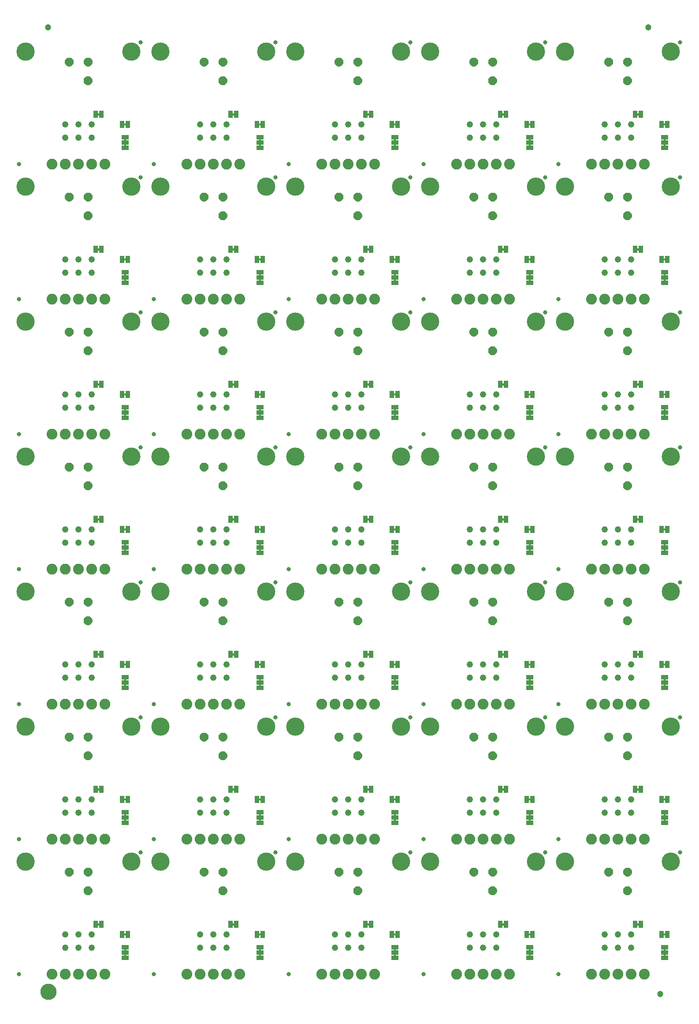
<source format=gbs>
G04 EAGLE Gerber RS-274X export*
G75*
%MOMM*%
%FSLAX34Y34*%
%LPD*%
%INSoldermask Bottom*%
%IPPOS*%
%AMOC8*
5,1,8,0,0,1.08239X$1,22.5*%
G01*
%ADD10C,0.838200*%
%ADD11C,2.082800*%
%ADD12R,0.863600X1.473200*%
%ADD13R,1.473200X0.863600*%
%ADD14C,1.221313*%
%ADD15C,3.505200*%
%ADD16C,0.850000*%
%ADD17C,1.203200*%
%ADD18C,1.270000*%
%ADD19C,1.703200*%

G36*
X736030Y1600847D02*
X736030Y1600847D01*
X736096Y1600849D01*
X736139Y1600867D01*
X736186Y1600875D01*
X736243Y1600909D01*
X736303Y1600934D01*
X736338Y1600965D01*
X736379Y1600990D01*
X736421Y1601041D01*
X736469Y1601085D01*
X736491Y1601127D01*
X736520Y1601164D01*
X736541Y1601226D01*
X736572Y1601285D01*
X736580Y1601339D01*
X736592Y1601376D01*
X736591Y1601416D01*
X736599Y1601470D01*
X736599Y1605280D01*
X736588Y1605345D01*
X736586Y1605411D01*
X736568Y1605454D01*
X736560Y1605501D01*
X736526Y1605558D01*
X736501Y1605618D01*
X736470Y1605653D01*
X736445Y1605694D01*
X736394Y1605736D01*
X736350Y1605784D01*
X736308Y1605806D01*
X736271Y1605835D01*
X736209Y1605856D01*
X736150Y1605887D01*
X736096Y1605895D01*
X736059Y1605907D01*
X736019Y1605906D01*
X735965Y1605914D01*
X733425Y1605914D01*
X733360Y1605903D01*
X733294Y1605901D01*
X733251Y1605883D01*
X733204Y1605875D01*
X733147Y1605841D01*
X733087Y1605816D01*
X733052Y1605785D01*
X733011Y1605760D01*
X732970Y1605709D01*
X732921Y1605665D01*
X732899Y1605623D01*
X732870Y1605586D01*
X732849Y1605524D01*
X732818Y1605465D01*
X732810Y1605411D01*
X732798Y1605374D01*
X732798Y1605370D01*
X732798Y1605369D01*
X732799Y1605334D01*
X732791Y1605280D01*
X732791Y1601470D01*
X732802Y1601405D01*
X732804Y1601339D01*
X732822Y1601296D01*
X732830Y1601249D01*
X732864Y1601192D01*
X732889Y1601132D01*
X732920Y1601097D01*
X732945Y1601056D01*
X732996Y1601015D01*
X733040Y1600966D01*
X733082Y1600944D01*
X733119Y1600915D01*
X733181Y1600894D01*
X733240Y1600863D01*
X733294Y1600855D01*
X733331Y1600843D01*
X733371Y1600844D01*
X733425Y1600836D01*
X735965Y1600836D01*
X736030Y1600847D01*
G37*
G36*
X476950Y833767D02*
X476950Y833767D01*
X477016Y833769D01*
X477059Y833787D01*
X477106Y833795D01*
X477163Y833829D01*
X477223Y833854D01*
X477258Y833885D01*
X477299Y833910D01*
X477341Y833961D01*
X477389Y834005D01*
X477411Y834047D01*
X477440Y834084D01*
X477461Y834146D01*
X477492Y834205D01*
X477500Y834259D01*
X477512Y834296D01*
X477511Y834336D01*
X477519Y834390D01*
X477519Y838200D01*
X477508Y838265D01*
X477506Y838331D01*
X477488Y838374D01*
X477480Y838421D01*
X477446Y838478D01*
X477421Y838538D01*
X477390Y838573D01*
X477365Y838614D01*
X477314Y838656D01*
X477270Y838704D01*
X477228Y838726D01*
X477191Y838755D01*
X477129Y838776D01*
X477070Y838807D01*
X477016Y838815D01*
X476979Y838827D01*
X476939Y838826D01*
X476885Y838834D01*
X474345Y838834D01*
X474280Y838823D01*
X474214Y838821D01*
X474171Y838803D01*
X474124Y838795D01*
X474067Y838761D01*
X474007Y838736D01*
X473972Y838705D01*
X473931Y838680D01*
X473890Y838629D01*
X473841Y838585D01*
X473819Y838543D01*
X473790Y838506D01*
X473769Y838444D01*
X473738Y838385D01*
X473730Y838331D01*
X473718Y838294D01*
X473718Y838290D01*
X473718Y838289D01*
X473719Y838254D01*
X473711Y838200D01*
X473711Y834390D01*
X473722Y834325D01*
X473724Y834259D01*
X473742Y834216D01*
X473750Y834169D01*
X473784Y834112D01*
X473809Y834052D01*
X473840Y834017D01*
X473865Y833976D01*
X473916Y833935D01*
X473960Y833886D01*
X474002Y833864D01*
X474039Y833835D01*
X474101Y833814D01*
X474160Y833783D01*
X474214Y833775D01*
X474251Y833763D01*
X474291Y833764D01*
X474345Y833756D01*
X476885Y833756D01*
X476950Y833767D01*
G37*
G36*
X995110Y833767D02*
X995110Y833767D01*
X995176Y833769D01*
X995219Y833787D01*
X995266Y833795D01*
X995323Y833829D01*
X995383Y833854D01*
X995418Y833885D01*
X995459Y833910D01*
X995501Y833961D01*
X995549Y834005D01*
X995571Y834047D01*
X995600Y834084D01*
X995621Y834146D01*
X995652Y834205D01*
X995660Y834259D01*
X995672Y834296D01*
X995671Y834336D01*
X995679Y834390D01*
X995679Y838200D01*
X995668Y838265D01*
X995666Y838331D01*
X995648Y838374D01*
X995640Y838421D01*
X995606Y838478D01*
X995581Y838538D01*
X995550Y838573D01*
X995525Y838614D01*
X995474Y838656D01*
X995430Y838704D01*
X995388Y838726D01*
X995351Y838755D01*
X995289Y838776D01*
X995230Y838807D01*
X995176Y838815D01*
X995139Y838827D01*
X995099Y838826D01*
X995045Y838834D01*
X992505Y838834D01*
X992440Y838823D01*
X992374Y838821D01*
X992331Y838803D01*
X992284Y838795D01*
X992227Y838761D01*
X992167Y838736D01*
X992132Y838705D01*
X992091Y838680D01*
X992050Y838629D01*
X992001Y838585D01*
X991979Y838543D01*
X991950Y838506D01*
X991929Y838444D01*
X991898Y838385D01*
X991890Y838331D01*
X991878Y838294D01*
X991878Y838290D01*
X991878Y838289D01*
X991879Y838254D01*
X991871Y838200D01*
X991871Y834390D01*
X991882Y834325D01*
X991884Y834259D01*
X991902Y834216D01*
X991910Y834169D01*
X991944Y834112D01*
X991969Y834052D01*
X992000Y834017D01*
X992025Y833976D01*
X992076Y833935D01*
X992120Y833886D01*
X992162Y833864D01*
X992199Y833835D01*
X992261Y833814D01*
X992320Y833783D01*
X992374Y833775D01*
X992411Y833763D01*
X992451Y833764D01*
X992505Y833756D01*
X995045Y833756D01*
X995110Y833767D01*
G37*
G36*
X1254190Y833767D02*
X1254190Y833767D01*
X1254256Y833769D01*
X1254299Y833787D01*
X1254346Y833795D01*
X1254403Y833829D01*
X1254463Y833854D01*
X1254498Y833885D01*
X1254539Y833910D01*
X1254581Y833961D01*
X1254629Y834005D01*
X1254651Y834047D01*
X1254680Y834084D01*
X1254701Y834146D01*
X1254732Y834205D01*
X1254740Y834259D01*
X1254752Y834296D01*
X1254751Y834336D01*
X1254759Y834390D01*
X1254759Y838200D01*
X1254748Y838265D01*
X1254746Y838331D01*
X1254728Y838374D01*
X1254720Y838421D01*
X1254686Y838478D01*
X1254661Y838538D01*
X1254630Y838573D01*
X1254605Y838614D01*
X1254554Y838656D01*
X1254510Y838704D01*
X1254468Y838726D01*
X1254431Y838755D01*
X1254369Y838776D01*
X1254310Y838807D01*
X1254256Y838815D01*
X1254219Y838827D01*
X1254179Y838826D01*
X1254125Y838834D01*
X1251585Y838834D01*
X1251520Y838823D01*
X1251454Y838821D01*
X1251411Y838803D01*
X1251364Y838795D01*
X1251307Y838761D01*
X1251247Y838736D01*
X1251212Y838705D01*
X1251171Y838680D01*
X1251130Y838629D01*
X1251081Y838585D01*
X1251059Y838543D01*
X1251030Y838506D01*
X1251009Y838444D01*
X1250978Y838385D01*
X1250970Y838331D01*
X1250958Y838294D01*
X1250958Y838290D01*
X1250958Y838289D01*
X1250959Y838254D01*
X1250951Y838200D01*
X1250951Y834390D01*
X1250962Y834325D01*
X1250964Y834259D01*
X1250982Y834216D01*
X1250990Y834169D01*
X1251024Y834112D01*
X1251049Y834052D01*
X1251080Y834017D01*
X1251105Y833976D01*
X1251156Y833935D01*
X1251200Y833886D01*
X1251242Y833864D01*
X1251279Y833835D01*
X1251341Y833814D01*
X1251400Y833783D01*
X1251454Y833775D01*
X1251491Y833763D01*
X1251531Y833764D01*
X1251585Y833756D01*
X1254125Y833756D01*
X1254190Y833767D01*
G37*
G36*
X736030Y833767D02*
X736030Y833767D01*
X736096Y833769D01*
X736139Y833787D01*
X736186Y833795D01*
X736243Y833829D01*
X736303Y833854D01*
X736338Y833885D01*
X736379Y833910D01*
X736421Y833961D01*
X736469Y834005D01*
X736491Y834047D01*
X736520Y834084D01*
X736541Y834146D01*
X736572Y834205D01*
X736580Y834259D01*
X736592Y834296D01*
X736591Y834336D01*
X736599Y834390D01*
X736599Y838200D01*
X736588Y838265D01*
X736586Y838331D01*
X736568Y838374D01*
X736560Y838421D01*
X736526Y838478D01*
X736501Y838538D01*
X736470Y838573D01*
X736445Y838614D01*
X736394Y838656D01*
X736350Y838704D01*
X736308Y838726D01*
X736271Y838755D01*
X736209Y838776D01*
X736150Y838807D01*
X736096Y838815D01*
X736059Y838827D01*
X736019Y838826D01*
X735965Y838834D01*
X733425Y838834D01*
X733360Y838823D01*
X733294Y838821D01*
X733251Y838803D01*
X733204Y838795D01*
X733147Y838761D01*
X733087Y838736D01*
X733052Y838705D01*
X733011Y838680D01*
X732970Y838629D01*
X732921Y838585D01*
X732899Y838543D01*
X732870Y838506D01*
X732849Y838444D01*
X732818Y838385D01*
X732810Y838331D01*
X732798Y838294D01*
X732798Y838290D01*
X732798Y838289D01*
X732799Y838254D01*
X732791Y838200D01*
X732791Y834390D01*
X732802Y834325D01*
X732804Y834259D01*
X732822Y834216D01*
X732830Y834169D01*
X732864Y834112D01*
X732889Y834052D01*
X732920Y834017D01*
X732945Y833976D01*
X732996Y833935D01*
X733040Y833886D01*
X733082Y833864D01*
X733119Y833835D01*
X733181Y833814D01*
X733240Y833783D01*
X733294Y833775D01*
X733331Y833763D01*
X733371Y833764D01*
X733425Y833756D01*
X735965Y833756D01*
X736030Y833767D01*
G37*
G36*
X217870Y833767D02*
X217870Y833767D01*
X217936Y833769D01*
X217979Y833787D01*
X218026Y833795D01*
X218083Y833829D01*
X218143Y833854D01*
X218178Y833885D01*
X218219Y833910D01*
X218261Y833961D01*
X218309Y834005D01*
X218331Y834047D01*
X218360Y834084D01*
X218381Y834146D01*
X218412Y834205D01*
X218420Y834259D01*
X218432Y834296D01*
X218431Y834336D01*
X218439Y834390D01*
X218439Y838200D01*
X218428Y838265D01*
X218426Y838331D01*
X218408Y838374D01*
X218400Y838421D01*
X218366Y838478D01*
X218341Y838538D01*
X218310Y838573D01*
X218285Y838614D01*
X218234Y838656D01*
X218190Y838704D01*
X218148Y838726D01*
X218111Y838755D01*
X218049Y838776D01*
X217990Y838807D01*
X217936Y838815D01*
X217899Y838827D01*
X217859Y838826D01*
X217805Y838834D01*
X215265Y838834D01*
X215200Y838823D01*
X215134Y838821D01*
X215091Y838803D01*
X215044Y838795D01*
X214987Y838761D01*
X214927Y838736D01*
X214892Y838705D01*
X214851Y838680D01*
X214810Y838629D01*
X214761Y838585D01*
X214739Y838543D01*
X214710Y838506D01*
X214689Y838444D01*
X214658Y838385D01*
X214650Y838331D01*
X214638Y838294D01*
X214638Y838290D01*
X214638Y838289D01*
X214639Y838254D01*
X214631Y838200D01*
X214631Y834390D01*
X214642Y834325D01*
X214644Y834259D01*
X214662Y834216D01*
X214670Y834169D01*
X214704Y834112D01*
X214729Y834052D01*
X214760Y834017D01*
X214785Y833976D01*
X214836Y833935D01*
X214880Y833886D01*
X214922Y833864D01*
X214959Y833835D01*
X215021Y833814D01*
X215080Y833783D01*
X215134Y833775D01*
X215171Y833763D01*
X215211Y833764D01*
X215265Y833756D01*
X217805Y833756D01*
X217870Y833767D01*
G37*
G36*
X476950Y823607D02*
X476950Y823607D01*
X477016Y823609D01*
X477059Y823627D01*
X477106Y823635D01*
X477163Y823669D01*
X477223Y823694D01*
X477258Y823725D01*
X477299Y823750D01*
X477341Y823801D01*
X477389Y823845D01*
X477411Y823887D01*
X477440Y823924D01*
X477461Y823986D01*
X477492Y824045D01*
X477500Y824099D01*
X477512Y824136D01*
X477511Y824176D01*
X477519Y824230D01*
X477519Y828040D01*
X477508Y828105D01*
X477506Y828171D01*
X477488Y828214D01*
X477480Y828261D01*
X477446Y828318D01*
X477421Y828378D01*
X477390Y828413D01*
X477365Y828454D01*
X477314Y828496D01*
X477270Y828544D01*
X477228Y828566D01*
X477191Y828595D01*
X477129Y828616D01*
X477070Y828647D01*
X477016Y828655D01*
X476979Y828667D01*
X476939Y828666D01*
X476885Y828674D01*
X474345Y828674D01*
X474280Y828663D01*
X474214Y828661D01*
X474171Y828643D01*
X474124Y828635D01*
X474067Y828601D01*
X474007Y828576D01*
X473972Y828545D01*
X473931Y828520D01*
X473890Y828469D01*
X473841Y828425D01*
X473819Y828383D01*
X473790Y828346D01*
X473769Y828284D01*
X473738Y828225D01*
X473730Y828171D01*
X473718Y828134D01*
X473718Y828130D01*
X473718Y828129D01*
X473719Y828094D01*
X473711Y828040D01*
X473711Y824230D01*
X473722Y824165D01*
X473724Y824099D01*
X473742Y824056D01*
X473750Y824009D01*
X473784Y823952D01*
X473809Y823892D01*
X473840Y823857D01*
X473865Y823816D01*
X473916Y823775D01*
X473960Y823726D01*
X474002Y823704D01*
X474039Y823675D01*
X474101Y823654D01*
X474160Y823623D01*
X474214Y823615D01*
X474251Y823603D01*
X474291Y823604D01*
X474345Y823596D01*
X476885Y823596D01*
X476950Y823607D01*
G37*
G36*
X995110Y823607D02*
X995110Y823607D01*
X995176Y823609D01*
X995219Y823627D01*
X995266Y823635D01*
X995323Y823669D01*
X995383Y823694D01*
X995418Y823725D01*
X995459Y823750D01*
X995501Y823801D01*
X995549Y823845D01*
X995571Y823887D01*
X995600Y823924D01*
X995621Y823986D01*
X995652Y824045D01*
X995660Y824099D01*
X995672Y824136D01*
X995671Y824176D01*
X995679Y824230D01*
X995679Y828040D01*
X995668Y828105D01*
X995666Y828171D01*
X995648Y828214D01*
X995640Y828261D01*
X995606Y828318D01*
X995581Y828378D01*
X995550Y828413D01*
X995525Y828454D01*
X995474Y828496D01*
X995430Y828544D01*
X995388Y828566D01*
X995351Y828595D01*
X995289Y828616D01*
X995230Y828647D01*
X995176Y828655D01*
X995139Y828667D01*
X995099Y828666D01*
X995045Y828674D01*
X992505Y828674D01*
X992440Y828663D01*
X992374Y828661D01*
X992331Y828643D01*
X992284Y828635D01*
X992227Y828601D01*
X992167Y828576D01*
X992132Y828545D01*
X992091Y828520D01*
X992050Y828469D01*
X992001Y828425D01*
X991979Y828383D01*
X991950Y828346D01*
X991929Y828284D01*
X991898Y828225D01*
X991890Y828171D01*
X991878Y828134D01*
X991878Y828130D01*
X991878Y828129D01*
X991879Y828094D01*
X991871Y828040D01*
X991871Y824230D01*
X991882Y824165D01*
X991884Y824099D01*
X991902Y824056D01*
X991910Y824009D01*
X991944Y823952D01*
X991969Y823892D01*
X992000Y823857D01*
X992025Y823816D01*
X992076Y823775D01*
X992120Y823726D01*
X992162Y823704D01*
X992199Y823675D01*
X992261Y823654D01*
X992320Y823623D01*
X992374Y823615D01*
X992411Y823603D01*
X992451Y823604D01*
X992505Y823596D01*
X995045Y823596D01*
X995110Y823607D01*
G37*
G36*
X736030Y823607D02*
X736030Y823607D01*
X736096Y823609D01*
X736139Y823627D01*
X736186Y823635D01*
X736243Y823669D01*
X736303Y823694D01*
X736338Y823725D01*
X736379Y823750D01*
X736421Y823801D01*
X736469Y823845D01*
X736491Y823887D01*
X736520Y823924D01*
X736541Y823986D01*
X736572Y824045D01*
X736580Y824099D01*
X736592Y824136D01*
X736591Y824176D01*
X736599Y824230D01*
X736599Y828040D01*
X736588Y828105D01*
X736586Y828171D01*
X736568Y828214D01*
X736560Y828261D01*
X736526Y828318D01*
X736501Y828378D01*
X736470Y828413D01*
X736445Y828454D01*
X736394Y828496D01*
X736350Y828544D01*
X736308Y828566D01*
X736271Y828595D01*
X736209Y828616D01*
X736150Y828647D01*
X736096Y828655D01*
X736059Y828667D01*
X736019Y828666D01*
X735965Y828674D01*
X733425Y828674D01*
X733360Y828663D01*
X733294Y828661D01*
X733251Y828643D01*
X733204Y828635D01*
X733147Y828601D01*
X733087Y828576D01*
X733052Y828545D01*
X733011Y828520D01*
X732970Y828469D01*
X732921Y828425D01*
X732899Y828383D01*
X732870Y828346D01*
X732849Y828284D01*
X732818Y828225D01*
X732810Y828171D01*
X732798Y828134D01*
X732798Y828130D01*
X732798Y828129D01*
X732799Y828094D01*
X732791Y828040D01*
X732791Y824230D01*
X732802Y824165D01*
X732804Y824099D01*
X732822Y824056D01*
X732830Y824009D01*
X732864Y823952D01*
X732889Y823892D01*
X732920Y823857D01*
X732945Y823816D01*
X732996Y823775D01*
X733040Y823726D01*
X733082Y823704D01*
X733119Y823675D01*
X733181Y823654D01*
X733240Y823623D01*
X733294Y823615D01*
X733331Y823603D01*
X733371Y823604D01*
X733425Y823596D01*
X735965Y823596D01*
X736030Y823607D01*
G37*
G36*
X217870Y823607D02*
X217870Y823607D01*
X217936Y823609D01*
X217979Y823627D01*
X218026Y823635D01*
X218083Y823669D01*
X218143Y823694D01*
X218178Y823725D01*
X218219Y823750D01*
X218261Y823801D01*
X218309Y823845D01*
X218331Y823887D01*
X218360Y823924D01*
X218381Y823986D01*
X218412Y824045D01*
X218420Y824099D01*
X218432Y824136D01*
X218431Y824176D01*
X218439Y824230D01*
X218439Y828040D01*
X218428Y828105D01*
X218426Y828171D01*
X218408Y828214D01*
X218400Y828261D01*
X218366Y828318D01*
X218341Y828378D01*
X218310Y828413D01*
X218285Y828454D01*
X218234Y828496D01*
X218190Y828544D01*
X218148Y828566D01*
X218111Y828595D01*
X218049Y828616D01*
X217990Y828647D01*
X217936Y828655D01*
X217899Y828667D01*
X217859Y828666D01*
X217805Y828674D01*
X215265Y828674D01*
X215200Y828663D01*
X215134Y828661D01*
X215091Y828643D01*
X215044Y828635D01*
X214987Y828601D01*
X214927Y828576D01*
X214892Y828545D01*
X214851Y828520D01*
X214810Y828469D01*
X214761Y828425D01*
X214739Y828383D01*
X214710Y828346D01*
X214689Y828284D01*
X214658Y828225D01*
X214650Y828171D01*
X214638Y828134D01*
X214638Y828130D01*
X214638Y828129D01*
X214639Y828094D01*
X214631Y828040D01*
X214631Y824230D01*
X214642Y824165D01*
X214644Y824099D01*
X214662Y824056D01*
X214670Y824009D01*
X214704Y823952D01*
X214729Y823892D01*
X214760Y823857D01*
X214785Y823816D01*
X214836Y823775D01*
X214880Y823726D01*
X214922Y823704D01*
X214959Y823675D01*
X215021Y823654D01*
X215080Y823623D01*
X215134Y823615D01*
X215171Y823603D01*
X215211Y823604D01*
X215265Y823596D01*
X217805Y823596D01*
X217870Y823607D01*
G37*
G36*
X217870Y1611007D02*
X217870Y1611007D01*
X217936Y1611009D01*
X217979Y1611027D01*
X218026Y1611035D01*
X218083Y1611069D01*
X218143Y1611094D01*
X218178Y1611125D01*
X218219Y1611150D01*
X218261Y1611201D01*
X218309Y1611245D01*
X218331Y1611287D01*
X218360Y1611324D01*
X218381Y1611386D01*
X218412Y1611445D01*
X218420Y1611499D01*
X218432Y1611536D01*
X218431Y1611576D01*
X218439Y1611630D01*
X218439Y1615440D01*
X218428Y1615505D01*
X218426Y1615571D01*
X218408Y1615614D01*
X218400Y1615661D01*
X218366Y1615718D01*
X218341Y1615778D01*
X218310Y1615813D01*
X218285Y1615854D01*
X218234Y1615896D01*
X218190Y1615944D01*
X218148Y1615966D01*
X218111Y1615995D01*
X218049Y1616016D01*
X217990Y1616047D01*
X217936Y1616055D01*
X217899Y1616067D01*
X217859Y1616066D01*
X217805Y1616074D01*
X215265Y1616074D01*
X215200Y1616063D01*
X215134Y1616061D01*
X215091Y1616043D01*
X215044Y1616035D01*
X214987Y1616001D01*
X214927Y1615976D01*
X214892Y1615945D01*
X214851Y1615920D01*
X214810Y1615869D01*
X214761Y1615825D01*
X214739Y1615783D01*
X214710Y1615746D01*
X214689Y1615684D01*
X214658Y1615625D01*
X214650Y1615571D01*
X214638Y1615534D01*
X214638Y1615530D01*
X214638Y1615529D01*
X214639Y1615494D01*
X214631Y1615440D01*
X214631Y1611630D01*
X214642Y1611565D01*
X214644Y1611499D01*
X214662Y1611456D01*
X214670Y1611409D01*
X214704Y1611352D01*
X214729Y1611292D01*
X214760Y1611257D01*
X214785Y1611216D01*
X214836Y1611175D01*
X214880Y1611126D01*
X214922Y1611104D01*
X214959Y1611075D01*
X215021Y1611054D01*
X215080Y1611023D01*
X215134Y1611015D01*
X215171Y1611003D01*
X215211Y1611004D01*
X215265Y1610996D01*
X217805Y1610996D01*
X217870Y1611007D01*
G37*
G36*
X1254190Y1611007D02*
X1254190Y1611007D01*
X1254256Y1611009D01*
X1254299Y1611027D01*
X1254346Y1611035D01*
X1254403Y1611069D01*
X1254463Y1611094D01*
X1254498Y1611125D01*
X1254539Y1611150D01*
X1254581Y1611201D01*
X1254629Y1611245D01*
X1254651Y1611287D01*
X1254680Y1611324D01*
X1254701Y1611386D01*
X1254732Y1611445D01*
X1254740Y1611499D01*
X1254752Y1611536D01*
X1254751Y1611576D01*
X1254759Y1611630D01*
X1254759Y1615440D01*
X1254748Y1615505D01*
X1254746Y1615571D01*
X1254728Y1615614D01*
X1254720Y1615661D01*
X1254686Y1615718D01*
X1254661Y1615778D01*
X1254630Y1615813D01*
X1254605Y1615854D01*
X1254554Y1615896D01*
X1254510Y1615944D01*
X1254468Y1615966D01*
X1254431Y1615995D01*
X1254369Y1616016D01*
X1254310Y1616047D01*
X1254256Y1616055D01*
X1254219Y1616067D01*
X1254179Y1616066D01*
X1254125Y1616074D01*
X1251585Y1616074D01*
X1251520Y1616063D01*
X1251454Y1616061D01*
X1251411Y1616043D01*
X1251364Y1616035D01*
X1251307Y1616001D01*
X1251247Y1615976D01*
X1251212Y1615945D01*
X1251171Y1615920D01*
X1251130Y1615869D01*
X1251081Y1615825D01*
X1251059Y1615783D01*
X1251030Y1615746D01*
X1251009Y1615684D01*
X1250978Y1615625D01*
X1250970Y1615571D01*
X1250958Y1615534D01*
X1250958Y1615530D01*
X1250958Y1615529D01*
X1250959Y1615494D01*
X1250951Y1615440D01*
X1250951Y1611630D01*
X1250962Y1611565D01*
X1250964Y1611499D01*
X1250982Y1611456D01*
X1250990Y1611409D01*
X1251024Y1611352D01*
X1251049Y1611292D01*
X1251080Y1611257D01*
X1251105Y1611216D01*
X1251156Y1611175D01*
X1251200Y1611126D01*
X1251242Y1611104D01*
X1251279Y1611075D01*
X1251341Y1611054D01*
X1251400Y1611023D01*
X1251454Y1611015D01*
X1251491Y1611003D01*
X1251531Y1611004D01*
X1251585Y1610996D01*
X1254125Y1610996D01*
X1254190Y1611007D01*
G37*
G36*
X995110Y1611007D02*
X995110Y1611007D01*
X995176Y1611009D01*
X995219Y1611027D01*
X995266Y1611035D01*
X995323Y1611069D01*
X995383Y1611094D01*
X995418Y1611125D01*
X995459Y1611150D01*
X995501Y1611201D01*
X995549Y1611245D01*
X995571Y1611287D01*
X995600Y1611324D01*
X995621Y1611386D01*
X995652Y1611445D01*
X995660Y1611499D01*
X995672Y1611536D01*
X995671Y1611576D01*
X995679Y1611630D01*
X995679Y1615440D01*
X995668Y1615505D01*
X995666Y1615571D01*
X995648Y1615614D01*
X995640Y1615661D01*
X995606Y1615718D01*
X995581Y1615778D01*
X995550Y1615813D01*
X995525Y1615854D01*
X995474Y1615896D01*
X995430Y1615944D01*
X995388Y1615966D01*
X995351Y1615995D01*
X995289Y1616016D01*
X995230Y1616047D01*
X995176Y1616055D01*
X995139Y1616067D01*
X995099Y1616066D01*
X995045Y1616074D01*
X992505Y1616074D01*
X992440Y1616063D01*
X992374Y1616061D01*
X992331Y1616043D01*
X992284Y1616035D01*
X992227Y1616001D01*
X992167Y1615976D01*
X992132Y1615945D01*
X992091Y1615920D01*
X992050Y1615869D01*
X992001Y1615825D01*
X991979Y1615783D01*
X991950Y1615746D01*
X991929Y1615684D01*
X991898Y1615625D01*
X991890Y1615571D01*
X991878Y1615534D01*
X991878Y1615530D01*
X991878Y1615529D01*
X991879Y1615494D01*
X991871Y1615440D01*
X991871Y1611630D01*
X991882Y1611565D01*
X991884Y1611499D01*
X991902Y1611456D01*
X991910Y1611409D01*
X991944Y1611352D01*
X991969Y1611292D01*
X992000Y1611257D01*
X992025Y1611216D01*
X992076Y1611175D01*
X992120Y1611126D01*
X992162Y1611104D01*
X992199Y1611075D01*
X992261Y1611054D01*
X992320Y1611023D01*
X992374Y1611015D01*
X992411Y1611003D01*
X992451Y1611004D01*
X992505Y1610996D01*
X995045Y1610996D01*
X995110Y1611007D01*
G37*
G36*
X476950Y1611007D02*
X476950Y1611007D01*
X477016Y1611009D01*
X477059Y1611027D01*
X477106Y1611035D01*
X477163Y1611069D01*
X477223Y1611094D01*
X477258Y1611125D01*
X477299Y1611150D01*
X477341Y1611201D01*
X477389Y1611245D01*
X477411Y1611287D01*
X477440Y1611324D01*
X477461Y1611386D01*
X477492Y1611445D01*
X477500Y1611499D01*
X477512Y1611536D01*
X477511Y1611576D01*
X477519Y1611630D01*
X477519Y1615440D01*
X477508Y1615505D01*
X477506Y1615571D01*
X477488Y1615614D01*
X477480Y1615661D01*
X477446Y1615718D01*
X477421Y1615778D01*
X477390Y1615813D01*
X477365Y1615854D01*
X477314Y1615896D01*
X477270Y1615944D01*
X477228Y1615966D01*
X477191Y1615995D01*
X477129Y1616016D01*
X477070Y1616047D01*
X477016Y1616055D01*
X476979Y1616067D01*
X476939Y1616066D01*
X476885Y1616074D01*
X474345Y1616074D01*
X474280Y1616063D01*
X474214Y1616061D01*
X474171Y1616043D01*
X474124Y1616035D01*
X474067Y1616001D01*
X474007Y1615976D01*
X473972Y1615945D01*
X473931Y1615920D01*
X473890Y1615869D01*
X473841Y1615825D01*
X473819Y1615783D01*
X473790Y1615746D01*
X473769Y1615684D01*
X473738Y1615625D01*
X473730Y1615571D01*
X473718Y1615534D01*
X473718Y1615530D01*
X473718Y1615529D01*
X473719Y1615494D01*
X473711Y1615440D01*
X473711Y1611630D01*
X473722Y1611565D01*
X473724Y1611499D01*
X473742Y1611456D01*
X473750Y1611409D01*
X473784Y1611352D01*
X473809Y1611292D01*
X473840Y1611257D01*
X473865Y1611216D01*
X473916Y1611175D01*
X473960Y1611126D01*
X474002Y1611104D01*
X474039Y1611075D01*
X474101Y1611054D01*
X474160Y1611023D01*
X474214Y1611015D01*
X474251Y1611003D01*
X474291Y1611004D01*
X474345Y1610996D01*
X476885Y1610996D01*
X476950Y1611007D01*
G37*
G36*
X736030Y1611007D02*
X736030Y1611007D01*
X736096Y1611009D01*
X736139Y1611027D01*
X736186Y1611035D01*
X736243Y1611069D01*
X736303Y1611094D01*
X736338Y1611125D01*
X736379Y1611150D01*
X736421Y1611201D01*
X736469Y1611245D01*
X736491Y1611287D01*
X736520Y1611324D01*
X736541Y1611386D01*
X736572Y1611445D01*
X736580Y1611499D01*
X736592Y1611536D01*
X736591Y1611576D01*
X736599Y1611630D01*
X736599Y1615440D01*
X736588Y1615505D01*
X736586Y1615571D01*
X736568Y1615614D01*
X736560Y1615661D01*
X736526Y1615718D01*
X736501Y1615778D01*
X736470Y1615813D01*
X736445Y1615854D01*
X736394Y1615896D01*
X736350Y1615944D01*
X736308Y1615966D01*
X736271Y1615995D01*
X736209Y1616016D01*
X736150Y1616047D01*
X736096Y1616055D01*
X736059Y1616067D01*
X736019Y1616066D01*
X735965Y1616074D01*
X733425Y1616074D01*
X733360Y1616063D01*
X733294Y1616061D01*
X733251Y1616043D01*
X733204Y1616035D01*
X733147Y1616001D01*
X733087Y1615976D01*
X733052Y1615945D01*
X733011Y1615920D01*
X732970Y1615869D01*
X732921Y1615825D01*
X732899Y1615783D01*
X732870Y1615746D01*
X732849Y1615684D01*
X732818Y1615625D01*
X732810Y1615571D01*
X732798Y1615534D01*
X732798Y1615530D01*
X732798Y1615529D01*
X732799Y1615494D01*
X732791Y1615440D01*
X732791Y1611630D01*
X732802Y1611565D01*
X732804Y1611499D01*
X732822Y1611456D01*
X732830Y1611409D01*
X732864Y1611352D01*
X732889Y1611292D01*
X732920Y1611257D01*
X732945Y1611216D01*
X732996Y1611175D01*
X733040Y1611126D01*
X733082Y1611104D01*
X733119Y1611075D01*
X733181Y1611054D01*
X733240Y1611023D01*
X733294Y1611015D01*
X733331Y1611003D01*
X733371Y1611004D01*
X733425Y1610996D01*
X735965Y1610996D01*
X736030Y1611007D01*
G37*
G36*
X217870Y1600847D02*
X217870Y1600847D01*
X217936Y1600849D01*
X217979Y1600867D01*
X218026Y1600875D01*
X218083Y1600909D01*
X218143Y1600934D01*
X218178Y1600965D01*
X218219Y1600990D01*
X218261Y1601041D01*
X218309Y1601085D01*
X218331Y1601127D01*
X218360Y1601164D01*
X218381Y1601226D01*
X218412Y1601285D01*
X218420Y1601339D01*
X218432Y1601376D01*
X218431Y1601416D01*
X218439Y1601470D01*
X218439Y1605280D01*
X218428Y1605345D01*
X218426Y1605411D01*
X218408Y1605454D01*
X218400Y1605501D01*
X218366Y1605558D01*
X218341Y1605618D01*
X218310Y1605653D01*
X218285Y1605694D01*
X218234Y1605736D01*
X218190Y1605784D01*
X218148Y1605806D01*
X218111Y1605835D01*
X218049Y1605856D01*
X217990Y1605887D01*
X217936Y1605895D01*
X217899Y1605907D01*
X217859Y1605906D01*
X217805Y1605914D01*
X215265Y1605914D01*
X215200Y1605903D01*
X215134Y1605901D01*
X215091Y1605883D01*
X215044Y1605875D01*
X214987Y1605841D01*
X214927Y1605816D01*
X214892Y1605785D01*
X214851Y1605760D01*
X214810Y1605709D01*
X214761Y1605665D01*
X214739Y1605623D01*
X214710Y1605586D01*
X214689Y1605524D01*
X214658Y1605465D01*
X214650Y1605411D01*
X214638Y1605374D01*
X214638Y1605370D01*
X214638Y1605369D01*
X214639Y1605334D01*
X214631Y1605280D01*
X214631Y1601470D01*
X214642Y1601405D01*
X214644Y1601339D01*
X214662Y1601296D01*
X214670Y1601249D01*
X214704Y1601192D01*
X214729Y1601132D01*
X214760Y1601097D01*
X214785Y1601056D01*
X214836Y1601015D01*
X214880Y1600966D01*
X214922Y1600944D01*
X214959Y1600915D01*
X215021Y1600894D01*
X215080Y1600863D01*
X215134Y1600855D01*
X215171Y1600843D01*
X215211Y1600844D01*
X215265Y1600836D01*
X217805Y1600836D01*
X217870Y1600847D01*
G37*
G36*
X995110Y1600847D02*
X995110Y1600847D01*
X995176Y1600849D01*
X995219Y1600867D01*
X995266Y1600875D01*
X995323Y1600909D01*
X995383Y1600934D01*
X995418Y1600965D01*
X995459Y1600990D01*
X995501Y1601041D01*
X995549Y1601085D01*
X995571Y1601127D01*
X995600Y1601164D01*
X995621Y1601226D01*
X995652Y1601285D01*
X995660Y1601339D01*
X995672Y1601376D01*
X995671Y1601416D01*
X995679Y1601470D01*
X995679Y1605280D01*
X995668Y1605345D01*
X995666Y1605411D01*
X995648Y1605454D01*
X995640Y1605501D01*
X995606Y1605558D01*
X995581Y1605618D01*
X995550Y1605653D01*
X995525Y1605694D01*
X995474Y1605736D01*
X995430Y1605784D01*
X995388Y1605806D01*
X995351Y1605835D01*
X995289Y1605856D01*
X995230Y1605887D01*
X995176Y1605895D01*
X995139Y1605907D01*
X995099Y1605906D01*
X995045Y1605914D01*
X992505Y1605914D01*
X992440Y1605903D01*
X992374Y1605901D01*
X992331Y1605883D01*
X992284Y1605875D01*
X992227Y1605841D01*
X992167Y1605816D01*
X992132Y1605785D01*
X992091Y1605760D01*
X992050Y1605709D01*
X992001Y1605665D01*
X991979Y1605623D01*
X991950Y1605586D01*
X991929Y1605524D01*
X991898Y1605465D01*
X991890Y1605411D01*
X991878Y1605374D01*
X991878Y1605370D01*
X991878Y1605369D01*
X991879Y1605334D01*
X991871Y1605280D01*
X991871Y1601470D01*
X991882Y1601405D01*
X991884Y1601339D01*
X991902Y1601296D01*
X991910Y1601249D01*
X991944Y1601192D01*
X991969Y1601132D01*
X992000Y1601097D01*
X992025Y1601056D01*
X992076Y1601015D01*
X992120Y1600966D01*
X992162Y1600944D01*
X992199Y1600915D01*
X992261Y1600894D01*
X992320Y1600863D01*
X992374Y1600855D01*
X992411Y1600843D01*
X992451Y1600844D01*
X992505Y1600836D01*
X995045Y1600836D01*
X995110Y1600847D01*
G37*
G36*
X217870Y1351927D02*
X217870Y1351927D01*
X217936Y1351929D01*
X217979Y1351947D01*
X218026Y1351955D01*
X218083Y1351989D01*
X218143Y1352014D01*
X218178Y1352045D01*
X218219Y1352070D01*
X218261Y1352121D01*
X218309Y1352165D01*
X218331Y1352207D01*
X218360Y1352244D01*
X218381Y1352306D01*
X218412Y1352365D01*
X218420Y1352419D01*
X218432Y1352456D01*
X218431Y1352496D01*
X218439Y1352550D01*
X218439Y1356360D01*
X218428Y1356425D01*
X218426Y1356491D01*
X218408Y1356534D01*
X218400Y1356581D01*
X218366Y1356638D01*
X218341Y1356698D01*
X218310Y1356733D01*
X218285Y1356774D01*
X218234Y1356816D01*
X218190Y1356864D01*
X218148Y1356886D01*
X218111Y1356915D01*
X218049Y1356936D01*
X217990Y1356967D01*
X217936Y1356975D01*
X217899Y1356987D01*
X217859Y1356986D01*
X217805Y1356994D01*
X215265Y1356994D01*
X215200Y1356983D01*
X215134Y1356981D01*
X215091Y1356963D01*
X215044Y1356955D01*
X214987Y1356921D01*
X214927Y1356896D01*
X214892Y1356865D01*
X214851Y1356840D01*
X214810Y1356789D01*
X214761Y1356745D01*
X214739Y1356703D01*
X214710Y1356666D01*
X214689Y1356604D01*
X214658Y1356545D01*
X214650Y1356491D01*
X214638Y1356454D01*
X214638Y1356450D01*
X214638Y1356449D01*
X214639Y1356414D01*
X214631Y1356360D01*
X214631Y1352550D01*
X214642Y1352485D01*
X214644Y1352419D01*
X214662Y1352376D01*
X214670Y1352329D01*
X214704Y1352272D01*
X214729Y1352212D01*
X214760Y1352177D01*
X214785Y1352136D01*
X214836Y1352095D01*
X214880Y1352046D01*
X214922Y1352024D01*
X214959Y1351995D01*
X215021Y1351974D01*
X215080Y1351943D01*
X215134Y1351935D01*
X215171Y1351923D01*
X215211Y1351924D01*
X215265Y1351916D01*
X217805Y1351916D01*
X217870Y1351927D01*
G37*
G36*
X1254190Y1600847D02*
X1254190Y1600847D01*
X1254256Y1600849D01*
X1254299Y1600867D01*
X1254346Y1600875D01*
X1254403Y1600909D01*
X1254463Y1600934D01*
X1254498Y1600965D01*
X1254539Y1600990D01*
X1254581Y1601041D01*
X1254629Y1601085D01*
X1254651Y1601127D01*
X1254680Y1601164D01*
X1254701Y1601226D01*
X1254732Y1601285D01*
X1254740Y1601339D01*
X1254752Y1601376D01*
X1254751Y1601416D01*
X1254759Y1601470D01*
X1254759Y1605280D01*
X1254748Y1605345D01*
X1254746Y1605411D01*
X1254728Y1605454D01*
X1254720Y1605501D01*
X1254686Y1605558D01*
X1254661Y1605618D01*
X1254630Y1605653D01*
X1254605Y1605694D01*
X1254554Y1605736D01*
X1254510Y1605784D01*
X1254468Y1605806D01*
X1254431Y1605835D01*
X1254369Y1605856D01*
X1254310Y1605887D01*
X1254256Y1605895D01*
X1254219Y1605907D01*
X1254179Y1605906D01*
X1254125Y1605914D01*
X1251585Y1605914D01*
X1251520Y1605903D01*
X1251454Y1605901D01*
X1251411Y1605883D01*
X1251364Y1605875D01*
X1251307Y1605841D01*
X1251247Y1605816D01*
X1251212Y1605785D01*
X1251171Y1605760D01*
X1251130Y1605709D01*
X1251081Y1605665D01*
X1251059Y1605623D01*
X1251030Y1605586D01*
X1251009Y1605524D01*
X1250978Y1605465D01*
X1250970Y1605411D01*
X1250958Y1605374D01*
X1250958Y1605370D01*
X1250958Y1605369D01*
X1250959Y1605334D01*
X1250951Y1605280D01*
X1250951Y1601470D01*
X1250962Y1601405D01*
X1250964Y1601339D01*
X1250982Y1601296D01*
X1250990Y1601249D01*
X1251024Y1601192D01*
X1251049Y1601132D01*
X1251080Y1601097D01*
X1251105Y1601056D01*
X1251156Y1601015D01*
X1251200Y1600966D01*
X1251242Y1600944D01*
X1251279Y1600915D01*
X1251341Y1600894D01*
X1251400Y1600863D01*
X1251454Y1600855D01*
X1251491Y1600843D01*
X1251531Y1600844D01*
X1251585Y1600836D01*
X1254125Y1600836D01*
X1254190Y1600847D01*
G37*
G36*
X476950Y1600847D02*
X476950Y1600847D01*
X477016Y1600849D01*
X477059Y1600867D01*
X477106Y1600875D01*
X477163Y1600909D01*
X477223Y1600934D01*
X477258Y1600965D01*
X477299Y1600990D01*
X477341Y1601041D01*
X477389Y1601085D01*
X477411Y1601127D01*
X477440Y1601164D01*
X477461Y1601226D01*
X477492Y1601285D01*
X477500Y1601339D01*
X477512Y1601376D01*
X477511Y1601416D01*
X477519Y1601470D01*
X477519Y1605280D01*
X477508Y1605345D01*
X477506Y1605411D01*
X477488Y1605454D01*
X477480Y1605501D01*
X477446Y1605558D01*
X477421Y1605618D01*
X477390Y1605653D01*
X477365Y1605694D01*
X477314Y1605736D01*
X477270Y1605784D01*
X477228Y1605806D01*
X477191Y1605835D01*
X477129Y1605856D01*
X477070Y1605887D01*
X477016Y1605895D01*
X476979Y1605907D01*
X476939Y1605906D01*
X476885Y1605914D01*
X474345Y1605914D01*
X474280Y1605903D01*
X474214Y1605901D01*
X474171Y1605883D01*
X474124Y1605875D01*
X474067Y1605841D01*
X474007Y1605816D01*
X473972Y1605785D01*
X473931Y1605760D01*
X473890Y1605709D01*
X473841Y1605665D01*
X473819Y1605623D01*
X473790Y1605586D01*
X473769Y1605524D01*
X473738Y1605465D01*
X473730Y1605411D01*
X473718Y1605374D01*
X473718Y1605370D01*
X473718Y1605369D01*
X473719Y1605334D01*
X473711Y1605280D01*
X473711Y1601470D01*
X473722Y1601405D01*
X473724Y1601339D01*
X473742Y1601296D01*
X473750Y1601249D01*
X473784Y1601192D01*
X473809Y1601132D01*
X473840Y1601097D01*
X473865Y1601056D01*
X473916Y1601015D01*
X473960Y1600966D01*
X474002Y1600944D01*
X474039Y1600915D01*
X474101Y1600894D01*
X474160Y1600863D01*
X474214Y1600855D01*
X474251Y1600843D01*
X474291Y1600844D01*
X474345Y1600836D01*
X476885Y1600836D01*
X476950Y1600847D01*
G37*
G36*
X1254190Y823607D02*
X1254190Y823607D01*
X1254256Y823609D01*
X1254299Y823627D01*
X1254346Y823635D01*
X1254403Y823669D01*
X1254463Y823694D01*
X1254498Y823725D01*
X1254539Y823750D01*
X1254581Y823801D01*
X1254629Y823845D01*
X1254651Y823887D01*
X1254680Y823924D01*
X1254701Y823986D01*
X1254732Y824045D01*
X1254740Y824099D01*
X1254752Y824136D01*
X1254751Y824176D01*
X1254759Y824230D01*
X1254759Y828040D01*
X1254748Y828105D01*
X1254746Y828171D01*
X1254728Y828214D01*
X1254720Y828261D01*
X1254686Y828318D01*
X1254661Y828378D01*
X1254630Y828413D01*
X1254605Y828454D01*
X1254554Y828496D01*
X1254510Y828544D01*
X1254468Y828566D01*
X1254431Y828595D01*
X1254369Y828616D01*
X1254310Y828647D01*
X1254256Y828655D01*
X1254219Y828667D01*
X1254179Y828666D01*
X1254125Y828674D01*
X1251585Y828674D01*
X1251520Y828663D01*
X1251454Y828661D01*
X1251411Y828643D01*
X1251364Y828635D01*
X1251307Y828601D01*
X1251247Y828576D01*
X1251212Y828545D01*
X1251171Y828520D01*
X1251130Y828469D01*
X1251081Y828425D01*
X1251059Y828383D01*
X1251030Y828346D01*
X1251009Y828284D01*
X1250978Y828225D01*
X1250970Y828171D01*
X1250958Y828134D01*
X1250958Y828130D01*
X1250958Y828129D01*
X1250959Y828094D01*
X1250951Y828040D01*
X1250951Y824230D01*
X1250962Y824165D01*
X1250964Y824099D01*
X1250982Y824056D01*
X1250990Y824009D01*
X1251024Y823952D01*
X1251049Y823892D01*
X1251080Y823857D01*
X1251105Y823816D01*
X1251156Y823775D01*
X1251200Y823726D01*
X1251242Y823704D01*
X1251279Y823675D01*
X1251341Y823654D01*
X1251400Y823623D01*
X1251454Y823615D01*
X1251491Y823603D01*
X1251531Y823604D01*
X1251585Y823596D01*
X1254125Y823596D01*
X1254190Y823607D01*
G37*
G36*
X736030Y574687D02*
X736030Y574687D01*
X736096Y574689D01*
X736139Y574707D01*
X736186Y574715D01*
X736243Y574749D01*
X736303Y574774D01*
X736338Y574805D01*
X736379Y574830D01*
X736421Y574881D01*
X736469Y574925D01*
X736491Y574967D01*
X736520Y575004D01*
X736541Y575066D01*
X736572Y575125D01*
X736580Y575179D01*
X736592Y575216D01*
X736591Y575256D01*
X736599Y575310D01*
X736599Y579120D01*
X736588Y579185D01*
X736586Y579251D01*
X736568Y579294D01*
X736560Y579341D01*
X736526Y579398D01*
X736501Y579458D01*
X736470Y579493D01*
X736445Y579534D01*
X736394Y579576D01*
X736350Y579624D01*
X736308Y579646D01*
X736271Y579675D01*
X736209Y579696D01*
X736150Y579727D01*
X736096Y579735D01*
X736059Y579747D01*
X736019Y579746D01*
X735965Y579754D01*
X733425Y579754D01*
X733360Y579743D01*
X733294Y579741D01*
X733251Y579723D01*
X733204Y579715D01*
X733147Y579681D01*
X733087Y579656D01*
X733052Y579625D01*
X733011Y579600D01*
X732970Y579549D01*
X732921Y579505D01*
X732899Y579463D01*
X732870Y579426D01*
X732849Y579364D01*
X732818Y579305D01*
X732810Y579251D01*
X732798Y579214D01*
X732798Y579210D01*
X732798Y579209D01*
X732799Y579174D01*
X732791Y579120D01*
X732791Y575310D01*
X732802Y575245D01*
X732804Y575179D01*
X732822Y575136D01*
X732830Y575089D01*
X732864Y575032D01*
X732889Y574972D01*
X732920Y574937D01*
X732945Y574896D01*
X732996Y574855D01*
X733040Y574806D01*
X733082Y574784D01*
X733119Y574755D01*
X733181Y574734D01*
X733240Y574703D01*
X733294Y574695D01*
X733331Y574683D01*
X733371Y574684D01*
X733425Y574676D01*
X735965Y574676D01*
X736030Y574687D01*
G37*
G36*
X217870Y574687D02*
X217870Y574687D01*
X217936Y574689D01*
X217979Y574707D01*
X218026Y574715D01*
X218083Y574749D01*
X218143Y574774D01*
X218178Y574805D01*
X218219Y574830D01*
X218261Y574881D01*
X218309Y574925D01*
X218331Y574967D01*
X218360Y575004D01*
X218381Y575066D01*
X218412Y575125D01*
X218420Y575179D01*
X218432Y575216D01*
X218431Y575256D01*
X218439Y575310D01*
X218439Y579120D01*
X218428Y579185D01*
X218426Y579251D01*
X218408Y579294D01*
X218400Y579341D01*
X218366Y579398D01*
X218341Y579458D01*
X218310Y579493D01*
X218285Y579534D01*
X218234Y579576D01*
X218190Y579624D01*
X218148Y579646D01*
X218111Y579675D01*
X218049Y579696D01*
X217990Y579727D01*
X217936Y579735D01*
X217899Y579747D01*
X217859Y579746D01*
X217805Y579754D01*
X215265Y579754D01*
X215200Y579743D01*
X215134Y579741D01*
X215091Y579723D01*
X215044Y579715D01*
X214987Y579681D01*
X214927Y579656D01*
X214892Y579625D01*
X214851Y579600D01*
X214810Y579549D01*
X214761Y579505D01*
X214739Y579463D01*
X214710Y579426D01*
X214689Y579364D01*
X214658Y579305D01*
X214650Y579251D01*
X214638Y579214D01*
X214638Y579210D01*
X214638Y579209D01*
X214639Y579174D01*
X214631Y579120D01*
X214631Y575310D01*
X214642Y575245D01*
X214644Y575179D01*
X214662Y575136D01*
X214670Y575089D01*
X214704Y575032D01*
X214729Y574972D01*
X214760Y574937D01*
X214785Y574896D01*
X214836Y574855D01*
X214880Y574806D01*
X214922Y574784D01*
X214959Y574755D01*
X215021Y574734D01*
X215080Y574703D01*
X215134Y574695D01*
X215171Y574683D01*
X215211Y574684D01*
X215265Y574676D01*
X217805Y574676D01*
X217870Y574687D01*
G37*
G36*
X476950Y574687D02*
X476950Y574687D01*
X477016Y574689D01*
X477059Y574707D01*
X477106Y574715D01*
X477163Y574749D01*
X477223Y574774D01*
X477258Y574805D01*
X477299Y574830D01*
X477341Y574881D01*
X477389Y574925D01*
X477411Y574967D01*
X477440Y575004D01*
X477461Y575066D01*
X477492Y575125D01*
X477500Y575179D01*
X477512Y575216D01*
X477511Y575256D01*
X477519Y575310D01*
X477519Y579120D01*
X477508Y579185D01*
X477506Y579251D01*
X477488Y579294D01*
X477480Y579341D01*
X477446Y579398D01*
X477421Y579458D01*
X477390Y579493D01*
X477365Y579534D01*
X477314Y579576D01*
X477270Y579624D01*
X477228Y579646D01*
X477191Y579675D01*
X477129Y579696D01*
X477070Y579727D01*
X477016Y579735D01*
X476979Y579747D01*
X476939Y579746D01*
X476885Y579754D01*
X474345Y579754D01*
X474280Y579743D01*
X474214Y579741D01*
X474171Y579723D01*
X474124Y579715D01*
X474067Y579681D01*
X474007Y579656D01*
X473972Y579625D01*
X473931Y579600D01*
X473890Y579549D01*
X473841Y579505D01*
X473819Y579463D01*
X473790Y579426D01*
X473769Y579364D01*
X473738Y579305D01*
X473730Y579251D01*
X473718Y579214D01*
X473718Y579210D01*
X473718Y579209D01*
X473719Y579174D01*
X473711Y579120D01*
X473711Y575310D01*
X473722Y575245D01*
X473724Y575179D01*
X473742Y575136D01*
X473750Y575089D01*
X473784Y575032D01*
X473809Y574972D01*
X473840Y574937D01*
X473865Y574896D01*
X473916Y574855D01*
X473960Y574806D01*
X474002Y574784D01*
X474039Y574755D01*
X474101Y574734D01*
X474160Y574703D01*
X474214Y574695D01*
X474251Y574683D01*
X474291Y574684D01*
X474345Y574676D01*
X476885Y574676D01*
X476950Y574687D01*
G37*
G36*
X1254190Y574687D02*
X1254190Y574687D01*
X1254256Y574689D01*
X1254299Y574707D01*
X1254346Y574715D01*
X1254403Y574749D01*
X1254463Y574774D01*
X1254498Y574805D01*
X1254539Y574830D01*
X1254581Y574881D01*
X1254629Y574925D01*
X1254651Y574967D01*
X1254680Y575004D01*
X1254701Y575066D01*
X1254732Y575125D01*
X1254740Y575179D01*
X1254752Y575216D01*
X1254751Y575256D01*
X1254759Y575310D01*
X1254759Y579120D01*
X1254748Y579185D01*
X1254746Y579251D01*
X1254728Y579294D01*
X1254720Y579341D01*
X1254686Y579398D01*
X1254661Y579458D01*
X1254630Y579493D01*
X1254605Y579534D01*
X1254554Y579576D01*
X1254510Y579624D01*
X1254468Y579646D01*
X1254431Y579675D01*
X1254369Y579696D01*
X1254310Y579727D01*
X1254256Y579735D01*
X1254219Y579747D01*
X1254179Y579746D01*
X1254125Y579754D01*
X1251585Y579754D01*
X1251520Y579743D01*
X1251454Y579741D01*
X1251411Y579723D01*
X1251364Y579715D01*
X1251307Y579681D01*
X1251247Y579656D01*
X1251212Y579625D01*
X1251171Y579600D01*
X1251130Y579549D01*
X1251081Y579505D01*
X1251059Y579463D01*
X1251030Y579426D01*
X1251009Y579364D01*
X1250978Y579305D01*
X1250970Y579251D01*
X1250958Y579214D01*
X1250958Y579210D01*
X1250958Y579209D01*
X1250959Y579174D01*
X1250951Y579120D01*
X1250951Y575310D01*
X1250962Y575245D01*
X1250964Y575179D01*
X1250982Y575136D01*
X1250990Y575089D01*
X1251024Y575032D01*
X1251049Y574972D01*
X1251080Y574937D01*
X1251105Y574896D01*
X1251156Y574855D01*
X1251200Y574806D01*
X1251242Y574784D01*
X1251279Y574755D01*
X1251341Y574734D01*
X1251400Y574703D01*
X1251454Y574695D01*
X1251491Y574683D01*
X1251531Y574684D01*
X1251585Y574676D01*
X1254125Y574676D01*
X1254190Y574687D01*
G37*
G36*
X995110Y574687D02*
X995110Y574687D01*
X995176Y574689D01*
X995219Y574707D01*
X995266Y574715D01*
X995323Y574749D01*
X995383Y574774D01*
X995418Y574805D01*
X995459Y574830D01*
X995501Y574881D01*
X995549Y574925D01*
X995571Y574967D01*
X995600Y575004D01*
X995621Y575066D01*
X995652Y575125D01*
X995660Y575179D01*
X995672Y575216D01*
X995671Y575256D01*
X995679Y575310D01*
X995679Y579120D01*
X995668Y579185D01*
X995666Y579251D01*
X995648Y579294D01*
X995640Y579341D01*
X995606Y579398D01*
X995581Y579458D01*
X995550Y579493D01*
X995525Y579534D01*
X995474Y579576D01*
X995430Y579624D01*
X995388Y579646D01*
X995351Y579675D01*
X995289Y579696D01*
X995230Y579727D01*
X995176Y579735D01*
X995139Y579747D01*
X995099Y579746D01*
X995045Y579754D01*
X992505Y579754D01*
X992440Y579743D01*
X992374Y579741D01*
X992331Y579723D01*
X992284Y579715D01*
X992227Y579681D01*
X992167Y579656D01*
X992132Y579625D01*
X992091Y579600D01*
X992050Y579549D01*
X992001Y579505D01*
X991979Y579463D01*
X991950Y579426D01*
X991929Y579364D01*
X991898Y579305D01*
X991890Y579251D01*
X991878Y579214D01*
X991878Y579210D01*
X991878Y579209D01*
X991879Y579174D01*
X991871Y579120D01*
X991871Y575310D01*
X991882Y575245D01*
X991884Y575179D01*
X991902Y575136D01*
X991910Y575089D01*
X991944Y575032D01*
X991969Y574972D01*
X992000Y574937D01*
X992025Y574896D01*
X992076Y574855D01*
X992120Y574806D01*
X992162Y574784D01*
X992199Y574755D01*
X992261Y574734D01*
X992320Y574703D01*
X992374Y574695D01*
X992411Y574683D01*
X992451Y574684D01*
X992505Y574676D01*
X995045Y574676D01*
X995110Y574687D01*
G37*
G36*
X476950Y564527D02*
X476950Y564527D01*
X477016Y564529D01*
X477059Y564547D01*
X477106Y564555D01*
X477163Y564589D01*
X477223Y564614D01*
X477258Y564645D01*
X477299Y564670D01*
X477341Y564721D01*
X477389Y564765D01*
X477411Y564807D01*
X477440Y564844D01*
X477461Y564906D01*
X477492Y564965D01*
X477500Y565019D01*
X477512Y565056D01*
X477511Y565096D01*
X477519Y565150D01*
X477519Y568960D01*
X477508Y569025D01*
X477506Y569091D01*
X477488Y569134D01*
X477480Y569181D01*
X477446Y569238D01*
X477421Y569298D01*
X477390Y569333D01*
X477365Y569374D01*
X477314Y569416D01*
X477270Y569464D01*
X477228Y569486D01*
X477191Y569515D01*
X477129Y569536D01*
X477070Y569567D01*
X477016Y569575D01*
X476979Y569587D01*
X476939Y569586D01*
X476885Y569594D01*
X474345Y569594D01*
X474280Y569583D01*
X474214Y569581D01*
X474171Y569563D01*
X474124Y569555D01*
X474067Y569521D01*
X474007Y569496D01*
X473972Y569465D01*
X473931Y569440D01*
X473890Y569389D01*
X473841Y569345D01*
X473819Y569303D01*
X473790Y569266D01*
X473769Y569204D01*
X473738Y569145D01*
X473730Y569091D01*
X473718Y569054D01*
X473718Y569050D01*
X473718Y569049D01*
X473719Y569014D01*
X473711Y568960D01*
X473711Y565150D01*
X473722Y565085D01*
X473724Y565019D01*
X473742Y564976D01*
X473750Y564929D01*
X473784Y564872D01*
X473809Y564812D01*
X473840Y564777D01*
X473865Y564736D01*
X473916Y564695D01*
X473960Y564646D01*
X474002Y564624D01*
X474039Y564595D01*
X474101Y564574D01*
X474160Y564543D01*
X474214Y564535D01*
X474251Y564523D01*
X474291Y564524D01*
X474345Y564516D01*
X476885Y564516D01*
X476950Y564527D01*
G37*
G36*
X217870Y564527D02*
X217870Y564527D01*
X217936Y564529D01*
X217979Y564547D01*
X218026Y564555D01*
X218083Y564589D01*
X218143Y564614D01*
X218178Y564645D01*
X218219Y564670D01*
X218261Y564721D01*
X218309Y564765D01*
X218331Y564807D01*
X218360Y564844D01*
X218381Y564906D01*
X218412Y564965D01*
X218420Y565019D01*
X218432Y565056D01*
X218431Y565096D01*
X218439Y565150D01*
X218439Y568960D01*
X218428Y569025D01*
X218426Y569091D01*
X218408Y569134D01*
X218400Y569181D01*
X218366Y569238D01*
X218341Y569298D01*
X218310Y569333D01*
X218285Y569374D01*
X218234Y569416D01*
X218190Y569464D01*
X218148Y569486D01*
X218111Y569515D01*
X218049Y569536D01*
X217990Y569567D01*
X217936Y569575D01*
X217899Y569587D01*
X217859Y569586D01*
X217805Y569594D01*
X215265Y569594D01*
X215200Y569583D01*
X215134Y569581D01*
X215091Y569563D01*
X215044Y569555D01*
X214987Y569521D01*
X214927Y569496D01*
X214892Y569465D01*
X214851Y569440D01*
X214810Y569389D01*
X214761Y569345D01*
X214739Y569303D01*
X214710Y569266D01*
X214689Y569204D01*
X214658Y569145D01*
X214650Y569091D01*
X214638Y569054D01*
X214638Y569050D01*
X214638Y569049D01*
X214639Y569014D01*
X214631Y568960D01*
X214631Y565150D01*
X214642Y565085D01*
X214644Y565019D01*
X214662Y564976D01*
X214670Y564929D01*
X214704Y564872D01*
X214729Y564812D01*
X214760Y564777D01*
X214785Y564736D01*
X214836Y564695D01*
X214880Y564646D01*
X214922Y564624D01*
X214959Y564595D01*
X215021Y564574D01*
X215080Y564543D01*
X215134Y564535D01*
X215171Y564523D01*
X215211Y564524D01*
X215265Y564516D01*
X217805Y564516D01*
X217870Y564527D01*
G37*
G36*
X1254190Y564527D02*
X1254190Y564527D01*
X1254256Y564529D01*
X1254299Y564547D01*
X1254346Y564555D01*
X1254403Y564589D01*
X1254463Y564614D01*
X1254498Y564645D01*
X1254539Y564670D01*
X1254581Y564721D01*
X1254629Y564765D01*
X1254651Y564807D01*
X1254680Y564844D01*
X1254701Y564906D01*
X1254732Y564965D01*
X1254740Y565019D01*
X1254752Y565056D01*
X1254751Y565096D01*
X1254759Y565150D01*
X1254759Y568960D01*
X1254748Y569025D01*
X1254746Y569091D01*
X1254728Y569134D01*
X1254720Y569181D01*
X1254686Y569238D01*
X1254661Y569298D01*
X1254630Y569333D01*
X1254605Y569374D01*
X1254554Y569416D01*
X1254510Y569464D01*
X1254468Y569486D01*
X1254431Y569515D01*
X1254369Y569536D01*
X1254310Y569567D01*
X1254256Y569575D01*
X1254219Y569587D01*
X1254179Y569586D01*
X1254125Y569594D01*
X1251585Y569594D01*
X1251520Y569583D01*
X1251454Y569581D01*
X1251411Y569563D01*
X1251364Y569555D01*
X1251307Y569521D01*
X1251247Y569496D01*
X1251212Y569465D01*
X1251171Y569440D01*
X1251130Y569389D01*
X1251081Y569345D01*
X1251059Y569303D01*
X1251030Y569266D01*
X1251009Y569204D01*
X1250978Y569145D01*
X1250970Y569091D01*
X1250958Y569054D01*
X1250958Y569050D01*
X1250958Y569049D01*
X1250959Y569014D01*
X1250951Y568960D01*
X1250951Y565150D01*
X1250962Y565085D01*
X1250964Y565019D01*
X1250982Y564976D01*
X1250990Y564929D01*
X1251024Y564872D01*
X1251049Y564812D01*
X1251080Y564777D01*
X1251105Y564736D01*
X1251156Y564695D01*
X1251200Y564646D01*
X1251242Y564624D01*
X1251279Y564595D01*
X1251341Y564574D01*
X1251400Y564543D01*
X1251454Y564535D01*
X1251491Y564523D01*
X1251531Y564524D01*
X1251585Y564516D01*
X1254125Y564516D01*
X1254190Y564527D01*
G37*
G36*
X995110Y564527D02*
X995110Y564527D01*
X995176Y564529D01*
X995219Y564547D01*
X995266Y564555D01*
X995323Y564589D01*
X995383Y564614D01*
X995418Y564645D01*
X995459Y564670D01*
X995501Y564721D01*
X995549Y564765D01*
X995571Y564807D01*
X995600Y564844D01*
X995621Y564906D01*
X995652Y564965D01*
X995660Y565019D01*
X995672Y565056D01*
X995671Y565096D01*
X995679Y565150D01*
X995679Y568960D01*
X995668Y569025D01*
X995666Y569091D01*
X995648Y569134D01*
X995640Y569181D01*
X995606Y569238D01*
X995581Y569298D01*
X995550Y569333D01*
X995525Y569374D01*
X995474Y569416D01*
X995430Y569464D01*
X995388Y569486D01*
X995351Y569515D01*
X995289Y569536D01*
X995230Y569567D01*
X995176Y569575D01*
X995139Y569587D01*
X995099Y569586D01*
X995045Y569594D01*
X992505Y569594D01*
X992440Y569583D01*
X992374Y569581D01*
X992331Y569563D01*
X992284Y569555D01*
X992227Y569521D01*
X992167Y569496D01*
X992132Y569465D01*
X992091Y569440D01*
X992050Y569389D01*
X992001Y569345D01*
X991979Y569303D01*
X991950Y569266D01*
X991929Y569204D01*
X991898Y569145D01*
X991890Y569091D01*
X991878Y569054D01*
X991878Y569050D01*
X991878Y569049D01*
X991879Y569014D01*
X991871Y568960D01*
X991871Y565150D01*
X991882Y565085D01*
X991884Y565019D01*
X991902Y564976D01*
X991910Y564929D01*
X991944Y564872D01*
X991969Y564812D01*
X992000Y564777D01*
X992025Y564736D01*
X992076Y564695D01*
X992120Y564646D01*
X992162Y564624D01*
X992199Y564595D01*
X992261Y564574D01*
X992320Y564543D01*
X992374Y564535D01*
X992411Y564523D01*
X992451Y564524D01*
X992505Y564516D01*
X995045Y564516D01*
X995110Y564527D01*
G37*
G36*
X476950Y1351927D02*
X476950Y1351927D01*
X477016Y1351929D01*
X477059Y1351947D01*
X477106Y1351955D01*
X477163Y1351989D01*
X477223Y1352014D01*
X477258Y1352045D01*
X477299Y1352070D01*
X477341Y1352121D01*
X477389Y1352165D01*
X477411Y1352207D01*
X477440Y1352244D01*
X477461Y1352306D01*
X477492Y1352365D01*
X477500Y1352419D01*
X477512Y1352456D01*
X477511Y1352496D01*
X477519Y1352550D01*
X477519Y1356360D01*
X477508Y1356425D01*
X477506Y1356491D01*
X477488Y1356534D01*
X477480Y1356581D01*
X477446Y1356638D01*
X477421Y1356698D01*
X477390Y1356733D01*
X477365Y1356774D01*
X477314Y1356816D01*
X477270Y1356864D01*
X477228Y1356886D01*
X477191Y1356915D01*
X477129Y1356936D01*
X477070Y1356967D01*
X477016Y1356975D01*
X476979Y1356987D01*
X476939Y1356986D01*
X476885Y1356994D01*
X474345Y1356994D01*
X474280Y1356983D01*
X474214Y1356981D01*
X474171Y1356963D01*
X474124Y1356955D01*
X474067Y1356921D01*
X474007Y1356896D01*
X473972Y1356865D01*
X473931Y1356840D01*
X473890Y1356789D01*
X473841Y1356745D01*
X473819Y1356703D01*
X473790Y1356666D01*
X473769Y1356604D01*
X473738Y1356545D01*
X473730Y1356491D01*
X473718Y1356454D01*
X473718Y1356450D01*
X473718Y1356449D01*
X473719Y1356414D01*
X473711Y1356360D01*
X473711Y1352550D01*
X473722Y1352485D01*
X473724Y1352419D01*
X473742Y1352376D01*
X473750Y1352329D01*
X473784Y1352272D01*
X473809Y1352212D01*
X473840Y1352177D01*
X473865Y1352136D01*
X473916Y1352095D01*
X473960Y1352046D01*
X474002Y1352024D01*
X474039Y1351995D01*
X474101Y1351974D01*
X474160Y1351943D01*
X474214Y1351935D01*
X474251Y1351923D01*
X474291Y1351924D01*
X474345Y1351916D01*
X476885Y1351916D01*
X476950Y1351927D01*
G37*
G36*
X995110Y1351927D02*
X995110Y1351927D01*
X995176Y1351929D01*
X995219Y1351947D01*
X995266Y1351955D01*
X995323Y1351989D01*
X995383Y1352014D01*
X995418Y1352045D01*
X995459Y1352070D01*
X995501Y1352121D01*
X995549Y1352165D01*
X995571Y1352207D01*
X995600Y1352244D01*
X995621Y1352306D01*
X995652Y1352365D01*
X995660Y1352419D01*
X995672Y1352456D01*
X995671Y1352496D01*
X995679Y1352550D01*
X995679Y1356360D01*
X995668Y1356425D01*
X995666Y1356491D01*
X995648Y1356534D01*
X995640Y1356581D01*
X995606Y1356638D01*
X995581Y1356698D01*
X995550Y1356733D01*
X995525Y1356774D01*
X995474Y1356816D01*
X995430Y1356864D01*
X995388Y1356886D01*
X995351Y1356915D01*
X995289Y1356936D01*
X995230Y1356967D01*
X995176Y1356975D01*
X995139Y1356987D01*
X995099Y1356986D01*
X995045Y1356994D01*
X992505Y1356994D01*
X992440Y1356983D01*
X992374Y1356981D01*
X992331Y1356963D01*
X992284Y1356955D01*
X992227Y1356921D01*
X992167Y1356896D01*
X992132Y1356865D01*
X992091Y1356840D01*
X992050Y1356789D01*
X992001Y1356745D01*
X991979Y1356703D01*
X991950Y1356666D01*
X991929Y1356604D01*
X991898Y1356545D01*
X991890Y1356491D01*
X991878Y1356454D01*
X991878Y1356450D01*
X991878Y1356449D01*
X991879Y1356414D01*
X991871Y1356360D01*
X991871Y1352550D01*
X991882Y1352485D01*
X991884Y1352419D01*
X991902Y1352376D01*
X991910Y1352329D01*
X991944Y1352272D01*
X991969Y1352212D01*
X992000Y1352177D01*
X992025Y1352136D01*
X992076Y1352095D01*
X992120Y1352046D01*
X992162Y1352024D01*
X992199Y1351995D01*
X992261Y1351974D01*
X992320Y1351943D01*
X992374Y1351935D01*
X992411Y1351923D01*
X992451Y1351924D01*
X992505Y1351916D01*
X995045Y1351916D01*
X995110Y1351927D01*
G37*
G36*
X736030Y1351927D02*
X736030Y1351927D01*
X736096Y1351929D01*
X736139Y1351947D01*
X736186Y1351955D01*
X736243Y1351989D01*
X736303Y1352014D01*
X736338Y1352045D01*
X736379Y1352070D01*
X736421Y1352121D01*
X736469Y1352165D01*
X736491Y1352207D01*
X736520Y1352244D01*
X736541Y1352306D01*
X736572Y1352365D01*
X736580Y1352419D01*
X736592Y1352456D01*
X736591Y1352496D01*
X736599Y1352550D01*
X736599Y1356360D01*
X736588Y1356425D01*
X736586Y1356491D01*
X736568Y1356534D01*
X736560Y1356581D01*
X736526Y1356638D01*
X736501Y1356698D01*
X736470Y1356733D01*
X736445Y1356774D01*
X736394Y1356816D01*
X736350Y1356864D01*
X736308Y1356886D01*
X736271Y1356915D01*
X736209Y1356936D01*
X736150Y1356967D01*
X736096Y1356975D01*
X736059Y1356987D01*
X736019Y1356986D01*
X735965Y1356994D01*
X733425Y1356994D01*
X733360Y1356983D01*
X733294Y1356981D01*
X733251Y1356963D01*
X733204Y1356955D01*
X733147Y1356921D01*
X733087Y1356896D01*
X733052Y1356865D01*
X733011Y1356840D01*
X732970Y1356789D01*
X732921Y1356745D01*
X732899Y1356703D01*
X732870Y1356666D01*
X732849Y1356604D01*
X732818Y1356545D01*
X732810Y1356491D01*
X732798Y1356454D01*
X732798Y1356450D01*
X732798Y1356449D01*
X732799Y1356414D01*
X732791Y1356360D01*
X732791Y1352550D01*
X732802Y1352485D01*
X732804Y1352419D01*
X732822Y1352376D01*
X732830Y1352329D01*
X732864Y1352272D01*
X732889Y1352212D01*
X732920Y1352177D01*
X732945Y1352136D01*
X732996Y1352095D01*
X733040Y1352046D01*
X733082Y1352024D01*
X733119Y1351995D01*
X733181Y1351974D01*
X733240Y1351943D01*
X733294Y1351935D01*
X733331Y1351923D01*
X733371Y1351924D01*
X733425Y1351916D01*
X735965Y1351916D01*
X736030Y1351927D01*
G37*
G36*
X1254190Y1351927D02*
X1254190Y1351927D01*
X1254256Y1351929D01*
X1254299Y1351947D01*
X1254346Y1351955D01*
X1254403Y1351989D01*
X1254463Y1352014D01*
X1254498Y1352045D01*
X1254539Y1352070D01*
X1254581Y1352121D01*
X1254629Y1352165D01*
X1254651Y1352207D01*
X1254680Y1352244D01*
X1254701Y1352306D01*
X1254732Y1352365D01*
X1254740Y1352419D01*
X1254752Y1352456D01*
X1254751Y1352496D01*
X1254759Y1352550D01*
X1254759Y1356360D01*
X1254748Y1356425D01*
X1254746Y1356491D01*
X1254728Y1356534D01*
X1254720Y1356581D01*
X1254686Y1356638D01*
X1254661Y1356698D01*
X1254630Y1356733D01*
X1254605Y1356774D01*
X1254554Y1356816D01*
X1254510Y1356864D01*
X1254468Y1356886D01*
X1254431Y1356915D01*
X1254369Y1356936D01*
X1254310Y1356967D01*
X1254256Y1356975D01*
X1254219Y1356987D01*
X1254179Y1356986D01*
X1254125Y1356994D01*
X1251585Y1356994D01*
X1251520Y1356983D01*
X1251454Y1356981D01*
X1251411Y1356963D01*
X1251364Y1356955D01*
X1251307Y1356921D01*
X1251247Y1356896D01*
X1251212Y1356865D01*
X1251171Y1356840D01*
X1251130Y1356789D01*
X1251081Y1356745D01*
X1251059Y1356703D01*
X1251030Y1356666D01*
X1251009Y1356604D01*
X1250978Y1356545D01*
X1250970Y1356491D01*
X1250958Y1356454D01*
X1250958Y1356450D01*
X1250958Y1356449D01*
X1250959Y1356414D01*
X1250951Y1356360D01*
X1250951Y1352550D01*
X1250962Y1352485D01*
X1250964Y1352419D01*
X1250982Y1352376D01*
X1250990Y1352329D01*
X1251024Y1352272D01*
X1251049Y1352212D01*
X1251080Y1352177D01*
X1251105Y1352136D01*
X1251156Y1352095D01*
X1251200Y1352046D01*
X1251242Y1352024D01*
X1251279Y1351995D01*
X1251341Y1351974D01*
X1251400Y1351943D01*
X1251454Y1351935D01*
X1251491Y1351923D01*
X1251531Y1351924D01*
X1251585Y1351916D01*
X1254125Y1351916D01*
X1254190Y1351927D01*
G37*
G36*
X736030Y564527D02*
X736030Y564527D01*
X736096Y564529D01*
X736139Y564547D01*
X736186Y564555D01*
X736243Y564589D01*
X736303Y564614D01*
X736338Y564645D01*
X736379Y564670D01*
X736421Y564721D01*
X736469Y564765D01*
X736491Y564807D01*
X736520Y564844D01*
X736541Y564906D01*
X736572Y564965D01*
X736580Y565019D01*
X736592Y565056D01*
X736591Y565096D01*
X736599Y565150D01*
X736599Y568960D01*
X736588Y569025D01*
X736586Y569091D01*
X736568Y569134D01*
X736560Y569181D01*
X736526Y569238D01*
X736501Y569298D01*
X736470Y569333D01*
X736445Y569374D01*
X736394Y569416D01*
X736350Y569464D01*
X736308Y569486D01*
X736271Y569515D01*
X736209Y569536D01*
X736150Y569567D01*
X736096Y569575D01*
X736059Y569587D01*
X736019Y569586D01*
X735965Y569594D01*
X733425Y569594D01*
X733360Y569583D01*
X733294Y569581D01*
X733251Y569563D01*
X733204Y569555D01*
X733147Y569521D01*
X733087Y569496D01*
X733052Y569465D01*
X733011Y569440D01*
X732970Y569389D01*
X732921Y569345D01*
X732899Y569303D01*
X732870Y569266D01*
X732849Y569204D01*
X732818Y569145D01*
X732810Y569091D01*
X732798Y569054D01*
X732798Y569050D01*
X732798Y569049D01*
X732799Y569014D01*
X732791Y568960D01*
X732791Y565150D01*
X732802Y565085D01*
X732804Y565019D01*
X732822Y564976D01*
X732830Y564929D01*
X732864Y564872D01*
X732889Y564812D01*
X732920Y564777D01*
X732945Y564736D01*
X732996Y564695D01*
X733040Y564646D01*
X733082Y564624D01*
X733119Y564595D01*
X733181Y564574D01*
X733240Y564543D01*
X733294Y564535D01*
X733331Y564523D01*
X733371Y564524D01*
X733425Y564516D01*
X735965Y564516D01*
X736030Y564527D01*
G37*
G36*
X1254190Y1341767D02*
X1254190Y1341767D01*
X1254256Y1341769D01*
X1254299Y1341787D01*
X1254346Y1341795D01*
X1254403Y1341829D01*
X1254463Y1341854D01*
X1254498Y1341885D01*
X1254539Y1341910D01*
X1254581Y1341961D01*
X1254629Y1342005D01*
X1254651Y1342047D01*
X1254680Y1342084D01*
X1254701Y1342146D01*
X1254732Y1342205D01*
X1254740Y1342259D01*
X1254752Y1342296D01*
X1254751Y1342336D01*
X1254759Y1342390D01*
X1254759Y1346200D01*
X1254748Y1346265D01*
X1254746Y1346331D01*
X1254728Y1346374D01*
X1254720Y1346421D01*
X1254686Y1346478D01*
X1254661Y1346538D01*
X1254630Y1346573D01*
X1254605Y1346614D01*
X1254554Y1346656D01*
X1254510Y1346704D01*
X1254468Y1346726D01*
X1254431Y1346755D01*
X1254369Y1346776D01*
X1254310Y1346807D01*
X1254256Y1346815D01*
X1254219Y1346827D01*
X1254179Y1346826D01*
X1254125Y1346834D01*
X1251585Y1346834D01*
X1251520Y1346823D01*
X1251454Y1346821D01*
X1251411Y1346803D01*
X1251364Y1346795D01*
X1251307Y1346761D01*
X1251247Y1346736D01*
X1251212Y1346705D01*
X1251171Y1346680D01*
X1251130Y1346629D01*
X1251081Y1346585D01*
X1251059Y1346543D01*
X1251030Y1346506D01*
X1251009Y1346444D01*
X1250978Y1346385D01*
X1250970Y1346331D01*
X1250958Y1346294D01*
X1250958Y1346290D01*
X1250958Y1346289D01*
X1250959Y1346254D01*
X1250951Y1346200D01*
X1250951Y1342390D01*
X1250962Y1342325D01*
X1250964Y1342259D01*
X1250982Y1342216D01*
X1250990Y1342169D01*
X1251024Y1342112D01*
X1251049Y1342052D01*
X1251080Y1342017D01*
X1251105Y1341976D01*
X1251156Y1341935D01*
X1251200Y1341886D01*
X1251242Y1341864D01*
X1251279Y1341835D01*
X1251341Y1341814D01*
X1251400Y1341783D01*
X1251454Y1341775D01*
X1251491Y1341763D01*
X1251531Y1341764D01*
X1251585Y1341756D01*
X1254125Y1341756D01*
X1254190Y1341767D01*
G37*
G36*
X476950Y1341767D02*
X476950Y1341767D01*
X477016Y1341769D01*
X477059Y1341787D01*
X477106Y1341795D01*
X477163Y1341829D01*
X477223Y1341854D01*
X477258Y1341885D01*
X477299Y1341910D01*
X477341Y1341961D01*
X477389Y1342005D01*
X477411Y1342047D01*
X477440Y1342084D01*
X477461Y1342146D01*
X477492Y1342205D01*
X477500Y1342259D01*
X477512Y1342296D01*
X477511Y1342336D01*
X477519Y1342390D01*
X477519Y1346200D01*
X477508Y1346265D01*
X477506Y1346331D01*
X477488Y1346374D01*
X477480Y1346421D01*
X477446Y1346478D01*
X477421Y1346538D01*
X477390Y1346573D01*
X477365Y1346614D01*
X477314Y1346656D01*
X477270Y1346704D01*
X477228Y1346726D01*
X477191Y1346755D01*
X477129Y1346776D01*
X477070Y1346807D01*
X477016Y1346815D01*
X476979Y1346827D01*
X476939Y1346826D01*
X476885Y1346834D01*
X474345Y1346834D01*
X474280Y1346823D01*
X474214Y1346821D01*
X474171Y1346803D01*
X474124Y1346795D01*
X474067Y1346761D01*
X474007Y1346736D01*
X473972Y1346705D01*
X473931Y1346680D01*
X473890Y1346629D01*
X473841Y1346585D01*
X473819Y1346543D01*
X473790Y1346506D01*
X473769Y1346444D01*
X473738Y1346385D01*
X473730Y1346331D01*
X473718Y1346294D01*
X473718Y1346290D01*
X473718Y1346289D01*
X473719Y1346254D01*
X473711Y1346200D01*
X473711Y1342390D01*
X473722Y1342325D01*
X473724Y1342259D01*
X473742Y1342216D01*
X473750Y1342169D01*
X473784Y1342112D01*
X473809Y1342052D01*
X473840Y1342017D01*
X473865Y1341976D01*
X473916Y1341935D01*
X473960Y1341886D01*
X474002Y1341864D01*
X474039Y1341835D01*
X474101Y1341814D01*
X474160Y1341783D01*
X474214Y1341775D01*
X474251Y1341763D01*
X474291Y1341764D01*
X474345Y1341756D01*
X476885Y1341756D01*
X476950Y1341767D01*
G37*
G36*
X217870Y1341767D02*
X217870Y1341767D01*
X217936Y1341769D01*
X217979Y1341787D01*
X218026Y1341795D01*
X218083Y1341829D01*
X218143Y1341854D01*
X218178Y1341885D01*
X218219Y1341910D01*
X218261Y1341961D01*
X218309Y1342005D01*
X218331Y1342047D01*
X218360Y1342084D01*
X218381Y1342146D01*
X218412Y1342205D01*
X218420Y1342259D01*
X218432Y1342296D01*
X218431Y1342336D01*
X218439Y1342390D01*
X218439Y1346200D01*
X218428Y1346265D01*
X218426Y1346331D01*
X218408Y1346374D01*
X218400Y1346421D01*
X218366Y1346478D01*
X218341Y1346538D01*
X218310Y1346573D01*
X218285Y1346614D01*
X218234Y1346656D01*
X218190Y1346704D01*
X218148Y1346726D01*
X218111Y1346755D01*
X218049Y1346776D01*
X217990Y1346807D01*
X217936Y1346815D01*
X217899Y1346827D01*
X217859Y1346826D01*
X217805Y1346834D01*
X215265Y1346834D01*
X215200Y1346823D01*
X215134Y1346821D01*
X215091Y1346803D01*
X215044Y1346795D01*
X214987Y1346761D01*
X214927Y1346736D01*
X214892Y1346705D01*
X214851Y1346680D01*
X214810Y1346629D01*
X214761Y1346585D01*
X214739Y1346543D01*
X214710Y1346506D01*
X214689Y1346444D01*
X214658Y1346385D01*
X214650Y1346331D01*
X214638Y1346294D01*
X214638Y1346290D01*
X214638Y1346289D01*
X214639Y1346254D01*
X214631Y1346200D01*
X214631Y1342390D01*
X214642Y1342325D01*
X214644Y1342259D01*
X214662Y1342216D01*
X214670Y1342169D01*
X214704Y1342112D01*
X214729Y1342052D01*
X214760Y1342017D01*
X214785Y1341976D01*
X214836Y1341935D01*
X214880Y1341886D01*
X214922Y1341864D01*
X214959Y1341835D01*
X215021Y1341814D01*
X215080Y1341783D01*
X215134Y1341775D01*
X215171Y1341763D01*
X215211Y1341764D01*
X215265Y1341756D01*
X217805Y1341756D01*
X217870Y1341767D01*
G37*
G36*
X995110Y1341767D02*
X995110Y1341767D01*
X995176Y1341769D01*
X995219Y1341787D01*
X995266Y1341795D01*
X995323Y1341829D01*
X995383Y1341854D01*
X995418Y1341885D01*
X995459Y1341910D01*
X995501Y1341961D01*
X995549Y1342005D01*
X995571Y1342047D01*
X995600Y1342084D01*
X995621Y1342146D01*
X995652Y1342205D01*
X995660Y1342259D01*
X995672Y1342296D01*
X995671Y1342336D01*
X995679Y1342390D01*
X995679Y1346200D01*
X995668Y1346265D01*
X995666Y1346331D01*
X995648Y1346374D01*
X995640Y1346421D01*
X995606Y1346478D01*
X995581Y1346538D01*
X995550Y1346573D01*
X995525Y1346614D01*
X995474Y1346656D01*
X995430Y1346704D01*
X995388Y1346726D01*
X995351Y1346755D01*
X995289Y1346776D01*
X995230Y1346807D01*
X995176Y1346815D01*
X995139Y1346827D01*
X995099Y1346826D01*
X995045Y1346834D01*
X992505Y1346834D01*
X992440Y1346823D01*
X992374Y1346821D01*
X992331Y1346803D01*
X992284Y1346795D01*
X992227Y1346761D01*
X992167Y1346736D01*
X992132Y1346705D01*
X992091Y1346680D01*
X992050Y1346629D01*
X992001Y1346585D01*
X991979Y1346543D01*
X991950Y1346506D01*
X991929Y1346444D01*
X991898Y1346385D01*
X991890Y1346331D01*
X991878Y1346294D01*
X991878Y1346290D01*
X991878Y1346289D01*
X991879Y1346254D01*
X991871Y1346200D01*
X991871Y1342390D01*
X991882Y1342325D01*
X991884Y1342259D01*
X991902Y1342216D01*
X991910Y1342169D01*
X991944Y1342112D01*
X991969Y1342052D01*
X992000Y1342017D01*
X992025Y1341976D01*
X992076Y1341935D01*
X992120Y1341886D01*
X992162Y1341864D01*
X992199Y1341835D01*
X992261Y1341814D01*
X992320Y1341783D01*
X992374Y1341775D01*
X992411Y1341763D01*
X992451Y1341764D01*
X992505Y1341756D01*
X995045Y1341756D01*
X995110Y1341767D01*
G37*
G36*
X736030Y1341767D02*
X736030Y1341767D01*
X736096Y1341769D01*
X736139Y1341787D01*
X736186Y1341795D01*
X736243Y1341829D01*
X736303Y1341854D01*
X736338Y1341885D01*
X736379Y1341910D01*
X736421Y1341961D01*
X736469Y1342005D01*
X736491Y1342047D01*
X736520Y1342084D01*
X736541Y1342146D01*
X736572Y1342205D01*
X736580Y1342259D01*
X736592Y1342296D01*
X736591Y1342336D01*
X736599Y1342390D01*
X736599Y1346200D01*
X736588Y1346265D01*
X736586Y1346331D01*
X736568Y1346374D01*
X736560Y1346421D01*
X736526Y1346478D01*
X736501Y1346538D01*
X736470Y1346573D01*
X736445Y1346614D01*
X736394Y1346656D01*
X736350Y1346704D01*
X736308Y1346726D01*
X736271Y1346755D01*
X736209Y1346776D01*
X736150Y1346807D01*
X736096Y1346815D01*
X736059Y1346827D01*
X736019Y1346826D01*
X735965Y1346834D01*
X733425Y1346834D01*
X733360Y1346823D01*
X733294Y1346821D01*
X733251Y1346803D01*
X733204Y1346795D01*
X733147Y1346761D01*
X733087Y1346736D01*
X733052Y1346705D01*
X733011Y1346680D01*
X732970Y1346629D01*
X732921Y1346585D01*
X732899Y1346543D01*
X732870Y1346506D01*
X732849Y1346444D01*
X732818Y1346385D01*
X732810Y1346331D01*
X732798Y1346294D01*
X732798Y1346290D01*
X732798Y1346289D01*
X732799Y1346254D01*
X732791Y1346200D01*
X732791Y1342390D01*
X732802Y1342325D01*
X732804Y1342259D01*
X732822Y1342216D01*
X732830Y1342169D01*
X732864Y1342112D01*
X732889Y1342052D01*
X732920Y1342017D01*
X732945Y1341976D01*
X732996Y1341935D01*
X733040Y1341886D01*
X733082Y1341864D01*
X733119Y1341835D01*
X733181Y1341814D01*
X733240Y1341783D01*
X733294Y1341775D01*
X733331Y1341763D01*
X733371Y1341764D01*
X733425Y1341756D01*
X735965Y1341756D01*
X736030Y1341767D01*
G37*
G36*
X1254190Y46367D02*
X1254190Y46367D01*
X1254256Y46369D01*
X1254299Y46387D01*
X1254346Y46395D01*
X1254403Y46429D01*
X1254463Y46454D01*
X1254498Y46485D01*
X1254539Y46510D01*
X1254581Y46561D01*
X1254629Y46605D01*
X1254651Y46647D01*
X1254680Y46684D01*
X1254701Y46746D01*
X1254732Y46805D01*
X1254740Y46859D01*
X1254752Y46896D01*
X1254751Y46936D01*
X1254759Y46990D01*
X1254759Y50800D01*
X1254748Y50865D01*
X1254746Y50931D01*
X1254728Y50974D01*
X1254720Y51021D01*
X1254686Y51078D01*
X1254661Y51138D01*
X1254630Y51173D01*
X1254605Y51214D01*
X1254554Y51256D01*
X1254510Y51304D01*
X1254468Y51326D01*
X1254431Y51355D01*
X1254369Y51376D01*
X1254310Y51407D01*
X1254256Y51415D01*
X1254219Y51427D01*
X1254179Y51426D01*
X1254125Y51434D01*
X1251585Y51434D01*
X1251520Y51423D01*
X1251454Y51421D01*
X1251411Y51403D01*
X1251364Y51395D01*
X1251307Y51361D01*
X1251247Y51336D01*
X1251212Y51305D01*
X1251171Y51280D01*
X1251130Y51229D01*
X1251081Y51185D01*
X1251059Y51143D01*
X1251030Y51106D01*
X1251009Y51044D01*
X1250978Y50985D01*
X1250970Y50931D01*
X1250958Y50894D01*
X1250958Y50890D01*
X1250958Y50889D01*
X1250959Y50854D01*
X1250951Y50800D01*
X1250951Y46990D01*
X1250962Y46925D01*
X1250964Y46859D01*
X1250982Y46816D01*
X1250990Y46769D01*
X1251024Y46712D01*
X1251049Y46652D01*
X1251080Y46617D01*
X1251105Y46576D01*
X1251156Y46535D01*
X1251200Y46486D01*
X1251242Y46464D01*
X1251279Y46435D01*
X1251341Y46414D01*
X1251400Y46383D01*
X1251454Y46375D01*
X1251491Y46363D01*
X1251531Y46364D01*
X1251585Y46356D01*
X1254125Y46356D01*
X1254190Y46367D01*
G37*
G36*
X736030Y315607D02*
X736030Y315607D01*
X736096Y315609D01*
X736139Y315627D01*
X736186Y315635D01*
X736243Y315669D01*
X736303Y315694D01*
X736338Y315725D01*
X736379Y315750D01*
X736421Y315801D01*
X736469Y315845D01*
X736491Y315887D01*
X736520Y315924D01*
X736541Y315986D01*
X736572Y316045D01*
X736580Y316099D01*
X736592Y316136D01*
X736591Y316176D01*
X736599Y316230D01*
X736599Y320040D01*
X736588Y320105D01*
X736586Y320171D01*
X736568Y320214D01*
X736560Y320261D01*
X736526Y320318D01*
X736501Y320378D01*
X736470Y320413D01*
X736445Y320454D01*
X736394Y320496D01*
X736350Y320544D01*
X736308Y320566D01*
X736271Y320595D01*
X736209Y320616D01*
X736150Y320647D01*
X736096Y320655D01*
X736059Y320667D01*
X736019Y320666D01*
X735965Y320674D01*
X733425Y320674D01*
X733360Y320663D01*
X733294Y320661D01*
X733251Y320643D01*
X733204Y320635D01*
X733147Y320601D01*
X733087Y320576D01*
X733052Y320545D01*
X733011Y320520D01*
X732970Y320469D01*
X732921Y320425D01*
X732899Y320383D01*
X732870Y320346D01*
X732849Y320284D01*
X732818Y320225D01*
X732810Y320171D01*
X732798Y320134D01*
X732798Y320130D01*
X732798Y320129D01*
X732799Y320094D01*
X732791Y320040D01*
X732791Y316230D01*
X732802Y316165D01*
X732804Y316099D01*
X732822Y316056D01*
X732830Y316009D01*
X732864Y315952D01*
X732889Y315892D01*
X732920Y315857D01*
X732945Y315816D01*
X732996Y315775D01*
X733040Y315726D01*
X733082Y315704D01*
X733119Y315675D01*
X733181Y315654D01*
X733240Y315623D01*
X733294Y315615D01*
X733331Y315603D01*
X733371Y315604D01*
X733425Y315596D01*
X735965Y315596D01*
X736030Y315607D01*
G37*
G36*
X476950Y315607D02*
X476950Y315607D01*
X477016Y315609D01*
X477059Y315627D01*
X477106Y315635D01*
X477163Y315669D01*
X477223Y315694D01*
X477258Y315725D01*
X477299Y315750D01*
X477341Y315801D01*
X477389Y315845D01*
X477411Y315887D01*
X477440Y315924D01*
X477461Y315986D01*
X477492Y316045D01*
X477500Y316099D01*
X477512Y316136D01*
X477511Y316176D01*
X477519Y316230D01*
X477519Y320040D01*
X477508Y320105D01*
X477506Y320171D01*
X477488Y320214D01*
X477480Y320261D01*
X477446Y320318D01*
X477421Y320378D01*
X477390Y320413D01*
X477365Y320454D01*
X477314Y320496D01*
X477270Y320544D01*
X477228Y320566D01*
X477191Y320595D01*
X477129Y320616D01*
X477070Y320647D01*
X477016Y320655D01*
X476979Y320667D01*
X476939Y320666D01*
X476885Y320674D01*
X474345Y320674D01*
X474280Y320663D01*
X474214Y320661D01*
X474171Y320643D01*
X474124Y320635D01*
X474067Y320601D01*
X474007Y320576D01*
X473972Y320545D01*
X473931Y320520D01*
X473890Y320469D01*
X473841Y320425D01*
X473819Y320383D01*
X473790Y320346D01*
X473769Y320284D01*
X473738Y320225D01*
X473730Y320171D01*
X473718Y320134D01*
X473718Y320130D01*
X473718Y320129D01*
X473719Y320094D01*
X473711Y320040D01*
X473711Y316230D01*
X473722Y316165D01*
X473724Y316099D01*
X473742Y316056D01*
X473750Y316009D01*
X473784Y315952D01*
X473809Y315892D01*
X473840Y315857D01*
X473865Y315816D01*
X473916Y315775D01*
X473960Y315726D01*
X474002Y315704D01*
X474039Y315675D01*
X474101Y315654D01*
X474160Y315623D01*
X474214Y315615D01*
X474251Y315603D01*
X474291Y315604D01*
X474345Y315596D01*
X476885Y315596D01*
X476950Y315607D01*
G37*
G36*
X1254190Y315607D02*
X1254190Y315607D01*
X1254256Y315609D01*
X1254299Y315627D01*
X1254346Y315635D01*
X1254403Y315669D01*
X1254463Y315694D01*
X1254498Y315725D01*
X1254539Y315750D01*
X1254581Y315801D01*
X1254629Y315845D01*
X1254651Y315887D01*
X1254680Y315924D01*
X1254701Y315986D01*
X1254732Y316045D01*
X1254740Y316099D01*
X1254752Y316136D01*
X1254751Y316176D01*
X1254759Y316230D01*
X1254759Y320040D01*
X1254748Y320105D01*
X1254746Y320171D01*
X1254728Y320214D01*
X1254720Y320261D01*
X1254686Y320318D01*
X1254661Y320378D01*
X1254630Y320413D01*
X1254605Y320454D01*
X1254554Y320496D01*
X1254510Y320544D01*
X1254468Y320566D01*
X1254431Y320595D01*
X1254369Y320616D01*
X1254310Y320647D01*
X1254256Y320655D01*
X1254219Y320667D01*
X1254179Y320666D01*
X1254125Y320674D01*
X1251585Y320674D01*
X1251520Y320663D01*
X1251454Y320661D01*
X1251411Y320643D01*
X1251364Y320635D01*
X1251307Y320601D01*
X1251247Y320576D01*
X1251212Y320545D01*
X1251171Y320520D01*
X1251130Y320469D01*
X1251081Y320425D01*
X1251059Y320383D01*
X1251030Y320346D01*
X1251009Y320284D01*
X1250978Y320225D01*
X1250970Y320171D01*
X1250958Y320134D01*
X1250958Y320130D01*
X1250958Y320129D01*
X1250959Y320094D01*
X1250951Y320040D01*
X1250951Y316230D01*
X1250962Y316165D01*
X1250964Y316099D01*
X1250982Y316056D01*
X1250990Y316009D01*
X1251024Y315952D01*
X1251049Y315892D01*
X1251080Y315857D01*
X1251105Y315816D01*
X1251156Y315775D01*
X1251200Y315726D01*
X1251242Y315704D01*
X1251279Y315675D01*
X1251341Y315654D01*
X1251400Y315623D01*
X1251454Y315615D01*
X1251491Y315603D01*
X1251531Y315604D01*
X1251585Y315596D01*
X1254125Y315596D01*
X1254190Y315607D01*
G37*
G36*
X995110Y315607D02*
X995110Y315607D01*
X995176Y315609D01*
X995219Y315627D01*
X995266Y315635D01*
X995323Y315669D01*
X995383Y315694D01*
X995418Y315725D01*
X995459Y315750D01*
X995501Y315801D01*
X995549Y315845D01*
X995571Y315887D01*
X995600Y315924D01*
X995621Y315986D01*
X995652Y316045D01*
X995660Y316099D01*
X995672Y316136D01*
X995671Y316176D01*
X995679Y316230D01*
X995679Y320040D01*
X995668Y320105D01*
X995666Y320171D01*
X995648Y320214D01*
X995640Y320261D01*
X995606Y320318D01*
X995581Y320378D01*
X995550Y320413D01*
X995525Y320454D01*
X995474Y320496D01*
X995430Y320544D01*
X995388Y320566D01*
X995351Y320595D01*
X995289Y320616D01*
X995230Y320647D01*
X995176Y320655D01*
X995139Y320667D01*
X995099Y320666D01*
X995045Y320674D01*
X992505Y320674D01*
X992440Y320663D01*
X992374Y320661D01*
X992331Y320643D01*
X992284Y320635D01*
X992227Y320601D01*
X992167Y320576D01*
X992132Y320545D01*
X992091Y320520D01*
X992050Y320469D01*
X992001Y320425D01*
X991979Y320383D01*
X991950Y320346D01*
X991929Y320284D01*
X991898Y320225D01*
X991890Y320171D01*
X991878Y320134D01*
X991878Y320130D01*
X991878Y320129D01*
X991879Y320094D01*
X991871Y320040D01*
X991871Y316230D01*
X991882Y316165D01*
X991884Y316099D01*
X991902Y316056D01*
X991910Y316009D01*
X991944Y315952D01*
X991969Y315892D01*
X992000Y315857D01*
X992025Y315816D01*
X992076Y315775D01*
X992120Y315726D01*
X992162Y315704D01*
X992199Y315675D01*
X992261Y315654D01*
X992320Y315623D01*
X992374Y315615D01*
X992411Y315603D01*
X992451Y315604D01*
X992505Y315596D01*
X995045Y315596D01*
X995110Y315607D01*
G37*
G36*
X217870Y315607D02*
X217870Y315607D01*
X217936Y315609D01*
X217979Y315627D01*
X218026Y315635D01*
X218083Y315669D01*
X218143Y315694D01*
X218178Y315725D01*
X218219Y315750D01*
X218261Y315801D01*
X218309Y315845D01*
X218331Y315887D01*
X218360Y315924D01*
X218381Y315986D01*
X218412Y316045D01*
X218420Y316099D01*
X218432Y316136D01*
X218431Y316176D01*
X218439Y316230D01*
X218439Y320040D01*
X218428Y320105D01*
X218426Y320171D01*
X218408Y320214D01*
X218400Y320261D01*
X218366Y320318D01*
X218341Y320378D01*
X218310Y320413D01*
X218285Y320454D01*
X218234Y320496D01*
X218190Y320544D01*
X218148Y320566D01*
X218111Y320595D01*
X218049Y320616D01*
X217990Y320647D01*
X217936Y320655D01*
X217899Y320667D01*
X217859Y320666D01*
X217805Y320674D01*
X215265Y320674D01*
X215200Y320663D01*
X215134Y320661D01*
X215091Y320643D01*
X215044Y320635D01*
X214987Y320601D01*
X214927Y320576D01*
X214892Y320545D01*
X214851Y320520D01*
X214810Y320469D01*
X214761Y320425D01*
X214739Y320383D01*
X214710Y320346D01*
X214689Y320284D01*
X214658Y320225D01*
X214650Y320171D01*
X214638Y320134D01*
X214638Y320130D01*
X214638Y320129D01*
X214639Y320094D01*
X214631Y320040D01*
X214631Y316230D01*
X214642Y316165D01*
X214644Y316099D01*
X214662Y316056D01*
X214670Y316009D01*
X214704Y315952D01*
X214729Y315892D01*
X214760Y315857D01*
X214785Y315816D01*
X214836Y315775D01*
X214880Y315726D01*
X214922Y315704D01*
X214959Y315675D01*
X215021Y315654D01*
X215080Y315623D01*
X215134Y315615D01*
X215171Y315603D01*
X215211Y315604D01*
X215265Y315596D01*
X217805Y315596D01*
X217870Y315607D01*
G37*
G36*
X476950Y305447D02*
X476950Y305447D01*
X477016Y305449D01*
X477059Y305467D01*
X477106Y305475D01*
X477163Y305509D01*
X477223Y305534D01*
X477258Y305565D01*
X477299Y305590D01*
X477341Y305641D01*
X477389Y305685D01*
X477411Y305727D01*
X477440Y305764D01*
X477461Y305826D01*
X477492Y305885D01*
X477500Y305939D01*
X477512Y305976D01*
X477511Y306016D01*
X477519Y306070D01*
X477519Y309880D01*
X477508Y309945D01*
X477506Y310011D01*
X477488Y310054D01*
X477480Y310101D01*
X477446Y310158D01*
X477421Y310218D01*
X477390Y310253D01*
X477365Y310294D01*
X477314Y310336D01*
X477270Y310384D01*
X477228Y310406D01*
X477191Y310435D01*
X477129Y310456D01*
X477070Y310487D01*
X477016Y310495D01*
X476979Y310507D01*
X476939Y310506D01*
X476885Y310514D01*
X474345Y310514D01*
X474280Y310503D01*
X474214Y310501D01*
X474171Y310483D01*
X474124Y310475D01*
X474067Y310441D01*
X474007Y310416D01*
X473972Y310385D01*
X473931Y310360D01*
X473890Y310309D01*
X473841Y310265D01*
X473819Y310223D01*
X473790Y310186D01*
X473769Y310124D01*
X473738Y310065D01*
X473730Y310011D01*
X473718Y309974D01*
X473718Y309970D01*
X473718Y309969D01*
X473719Y309934D01*
X473711Y309880D01*
X473711Y306070D01*
X473722Y306005D01*
X473724Y305939D01*
X473742Y305896D01*
X473750Y305849D01*
X473784Y305792D01*
X473809Y305732D01*
X473840Y305697D01*
X473865Y305656D01*
X473916Y305615D01*
X473960Y305566D01*
X474002Y305544D01*
X474039Y305515D01*
X474101Y305494D01*
X474160Y305463D01*
X474214Y305455D01*
X474251Y305443D01*
X474291Y305444D01*
X474345Y305436D01*
X476885Y305436D01*
X476950Y305447D01*
G37*
G36*
X995110Y305447D02*
X995110Y305447D01*
X995176Y305449D01*
X995219Y305467D01*
X995266Y305475D01*
X995323Y305509D01*
X995383Y305534D01*
X995418Y305565D01*
X995459Y305590D01*
X995501Y305641D01*
X995549Y305685D01*
X995571Y305727D01*
X995600Y305764D01*
X995621Y305826D01*
X995652Y305885D01*
X995660Y305939D01*
X995672Y305976D01*
X995671Y306016D01*
X995679Y306070D01*
X995679Y309880D01*
X995668Y309945D01*
X995666Y310011D01*
X995648Y310054D01*
X995640Y310101D01*
X995606Y310158D01*
X995581Y310218D01*
X995550Y310253D01*
X995525Y310294D01*
X995474Y310336D01*
X995430Y310384D01*
X995388Y310406D01*
X995351Y310435D01*
X995289Y310456D01*
X995230Y310487D01*
X995176Y310495D01*
X995139Y310507D01*
X995099Y310506D01*
X995045Y310514D01*
X992505Y310514D01*
X992440Y310503D01*
X992374Y310501D01*
X992331Y310483D01*
X992284Y310475D01*
X992227Y310441D01*
X992167Y310416D01*
X992132Y310385D01*
X992091Y310360D01*
X992050Y310309D01*
X992001Y310265D01*
X991979Y310223D01*
X991950Y310186D01*
X991929Y310124D01*
X991898Y310065D01*
X991890Y310011D01*
X991878Y309974D01*
X991878Y309970D01*
X991878Y309969D01*
X991879Y309934D01*
X991871Y309880D01*
X991871Y306070D01*
X991882Y306005D01*
X991884Y305939D01*
X991902Y305896D01*
X991910Y305849D01*
X991944Y305792D01*
X991969Y305732D01*
X992000Y305697D01*
X992025Y305656D01*
X992076Y305615D01*
X992120Y305566D01*
X992162Y305544D01*
X992199Y305515D01*
X992261Y305494D01*
X992320Y305463D01*
X992374Y305455D01*
X992411Y305443D01*
X992451Y305444D01*
X992505Y305436D01*
X995045Y305436D01*
X995110Y305447D01*
G37*
G36*
X1254190Y305447D02*
X1254190Y305447D01*
X1254256Y305449D01*
X1254299Y305467D01*
X1254346Y305475D01*
X1254403Y305509D01*
X1254463Y305534D01*
X1254498Y305565D01*
X1254539Y305590D01*
X1254581Y305641D01*
X1254629Y305685D01*
X1254651Y305727D01*
X1254680Y305764D01*
X1254701Y305826D01*
X1254732Y305885D01*
X1254740Y305939D01*
X1254752Y305976D01*
X1254751Y306016D01*
X1254759Y306070D01*
X1254759Y309880D01*
X1254748Y309945D01*
X1254746Y310011D01*
X1254728Y310054D01*
X1254720Y310101D01*
X1254686Y310158D01*
X1254661Y310218D01*
X1254630Y310253D01*
X1254605Y310294D01*
X1254554Y310336D01*
X1254510Y310384D01*
X1254468Y310406D01*
X1254431Y310435D01*
X1254369Y310456D01*
X1254310Y310487D01*
X1254256Y310495D01*
X1254219Y310507D01*
X1254179Y310506D01*
X1254125Y310514D01*
X1251585Y310514D01*
X1251520Y310503D01*
X1251454Y310501D01*
X1251411Y310483D01*
X1251364Y310475D01*
X1251307Y310441D01*
X1251247Y310416D01*
X1251212Y310385D01*
X1251171Y310360D01*
X1251130Y310309D01*
X1251081Y310265D01*
X1251059Y310223D01*
X1251030Y310186D01*
X1251009Y310124D01*
X1250978Y310065D01*
X1250970Y310011D01*
X1250958Y309974D01*
X1250958Y309970D01*
X1250958Y309969D01*
X1250959Y309934D01*
X1250951Y309880D01*
X1250951Y306070D01*
X1250962Y306005D01*
X1250964Y305939D01*
X1250982Y305896D01*
X1250990Y305849D01*
X1251024Y305792D01*
X1251049Y305732D01*
X1251080Y305697D01*
X1251105Y305656D01*
X1251156Y305615D01*
X1251200Y305566D01*
X1251242Y305544D01*
X1251279Y305515D01*
X1251341Y305494D01*
X1251400Y305463D01*
X1251454Y305455D01*
X1251491Y305443D01*
X1251531Y305444D01*
X1251585Y305436D01*
X1254125Y305436D01*
X1254190Y305447D01*
G37*
G36*
X217870Y305447D02*
X217870Y305447D01*
X217936Y305449D01*
X217979Y305467D01*
X218026Y305475D01*
X218083Y305509D01*
X218143Y305534D01*
X218178Y305565D01*
X218219Y305590D01*
X218261Y305641D01*
X218309Y305685D01*
X218331Y305727D01*
X218360Y305764D01*
X218381Y305826D01*
X218412Y305885D01*
X218420Y305939D01*
X218432Y305976D01*
X218431Y306016D01*
X218439Y306070D01*
X218439Y309880D01*
X218428Y309945D01*
X218426Y310011D01*
X218408Y310054D01*
X218400Y310101D01*
X218366Y310158D01*
X218341Y310218D01*
X218310Y310253D01*
X218285Y310294D01*
X218234Y310336D01*
X218190Y310384D01*
X218148Y310406D01*
X218111Y310435D01*
X218049Y310456D01*
X217990Y310487D01*
X217936Y310495D01*
X217899Y310507D01*
X217859Y310506D01*
X217805Y310514D01*
X215265Y310514D01*
X215200Y310503D01*
X215134Y310501D01*
X215091Y310483D01*
X215044Y310475D01*
X214987Y310441D01*
X214927Y310416D01*
X214892Y310385D01*
X214851Y310360D01*
X214810Y310309D01*
X214761Y310265D01*
X214739Y310223D01*
X214710Y310186D01*
X214689Y310124D01*
X214658Y310065D01*
X214650Y310011D01*
X214638Y309974D01*
X214638Y309970D01*
X214638Y309969D01*
X214639Y309934D01*
X214631Y309880D01*
X214631Y306070D01*
X214642Y306005D01*
X214644Y305939D01*
X214662Y305896D01*
X214670Y305849D01*
X214704Y305792D01*
X214729Y305732D01*
X214760Y305697D01*
X214785Y305656D01*
X214836Y305615D01*
X214880Y305566D01*
X214922Y305544D01*
X214959Y305515D01*
X215021Y305494D01*
X215080Y305463D01*
X215134Y305455D01*
X215171Y305443D01*
X215211Y305444D01*
X215265Y305436D01*
X217805Y305436D01*
X217870Y305447D01*
G37*
G36*
X736030Y1092847D02*
X736030Y1092847D01*
X736096Y1092849D01*
X736139Y1092867D01*
X736186Y1092875D01*
X736243Y1092909D01*
X736303Y1092934D01*
X736338Y1092965D01*
X736379Y1092990D01*
X736421Y1093041D01*
X736469Y1093085D01*
X736491Y1093127D01*
X736520Y1093164D01*
X736541Y1093226D01*
X736572Y1093285D01*
X736580Y1093339D01*
X736592Y1093376D01*
X736591Y1093416D01*
X736599Y1093470D01*
X736599Y1097280D01*
X736588Y1097345D01*
X736586Y1097411D01*
X736568Y1097454D01*
X736560Y1097501D01*
X736526Y1097558D01*
X736501Y1097618D01*
X736470Y1097653D01*
X736445Y1097694D01*
X736394Y1097736D01*
X736350Y1097784D01*
X736308Y1097806D01*
X736271Y1097835D01*
X736209Y1097856D01*
X736150Y1097887D01*
X736096Y1097895D01*
X736059Y1097907D01*
X736019Y1097906D01*
X735965Y1097914D01*
X733425Y1097914D01*
X733360Y1097903D01*
X733294Y1097901D01*
X733251Y1097883D01*
X733204Y1097875D01*
X733147Y1097841D01*
X733087Y1097816D01*
X733052Y1097785D01*
X733011Y1097760D01*
X732970Y1097709D01*
X732921Y1097665D01*
X732899Y1097623D01*
X732870Y1097586D01*
X732849Y1097524D01*
X732818Y1097465D01*
X732810Y1097411D01*
X732798Y1097374D01*
X732798Y1097370D01*
X732798Y1097369D01*
X732799Y1097334D01*
X732791Y1097280D01*
X732791Y1093470D01*
X732802Y1093405D01*
X732804Y1093339D01*
X732822Y1093296D01*
X732830Y1093249D01*
X732864Y1093192D01*
X732889Y1093132D01*
X732920Y1093097D01*
X732945Y1093056D01*
X732996Y1093015D01*
X733040Y1092966D01*
X733082Y1092944D01*
X733119Y1092915D01*
X733181Y1092894D01*
X733240Y1092863D01*
X733294Y1092855D01*
X733331Y1092843D01*
X733371Y1092844D01*
X733425Y1092836D01*
X735965Y1092836D01*
X736030Y1092847D01*
G37*
G36*
X1254190Y1092847D02*
X1254190Y1092847D01*
X1254256Y1092849D01*
X1254299Y1092867D01*
X1254346Y1092875D01*
X1254403Y1092909D01*
X1254463Y1092934D01*
X1254498Y1092965D01*
X1254539Y1092990D01*
X1254581Y1093041D01*
X1254629Y1093085D01*
X1254651Y1093127D01*
X1254680Y1093164D01*
X1254701Y1093226D01*
X1254732Y1093285D01*
X1254740Y1093339D01*
X1254752Y1093376D01*
X1254751Y1093416D01*
X1254759Y1093470D01*
X1254759Y1097280D01*
X1254748Y1097345D01*
X1254746Y1097411D01*
X1254728Y1097454D01*
X1254720Y1097501D01*
X1254686Y1097558D01*
X1254661Y1097618D01*
X1254630Y1097653D01*
X1254605Y1097694D01*
X1254554Y1097736D01*
X1254510Y1097784D01*
X1254468Y1097806D01*
X1254431Y1097835D01*
X1254369Y1097856D01*
X1254310Y1097887D01*
X1254256Y1097895D01*
X1254219Y1097907D01*
X1254179Y1097906D01*
X1254125Y1097914D01*
X1251585Y1097914D01*
X1251520Y1097903D01*
X1251454Y1097901D01*
X1251411Y1097883D01*
X1251364Y1097875D01*
X1251307Y1097841D01*
X1251247Y1097816D01*
X1251212Y1097785D01*
X1251171Y1097760D01*
X1251130Y1097709D01*
X1251081Y1097665D01*
X1251059Y1097623D01*
X1251030Y1097586D01*
X1251009Y1097524D01*
X1250978Y1097465D01*
X1250970Y1097411D01*
X1250958Y1097374D01*
X1250958Y1097370D01*
X1250958Y1097369D01*
X1250959Y1097334D01*
X1250951Y1097280D01*
X1250951Y1093470D01*
X1250962Y1093405D01*
X1250964Y1093339D01*
X1250982Y1093296D01*
X1250990Y1093249D01*
X1251024Y1093192D01*
X1251049Y1093132D01*
X1251080Y1093097D01*
X1251105Y1093056D01*
X1251156Y1093015D01*
X1251200Y1092966D01*
X1251242Y1092944D01*
X1251279Y1092915D01*
X1251341Y1092894D01*
X1251400Y1092863D01*
X1251454Y1092855D01*
X1251491Y1092843D01*
X1251531Y1092844D01*
X1251585Y1092836D01*
X1254125Y1092836D01*
X1254190Y1092847D01*
G37*
G36*
X995110Y1092847D02*
X995110Y1092847D01*
X995176Y1092849D01*
X995219Y1092867D01*
X995266Y1092875D01*
X995323Y1092909D01*
X995383Y1092934D01*
X995418Y1092965D01*
X995459Y1092990D01*
X995501Y1093041D01*
X995549Y1093085D01*
X995571Y1093127D01*
X995600Y1093164D01*
X995621Y1093226D01*
X995652Y1093285D01*
X995660Y1093339D01*
X995672Y1093376D01*
X995671Y1093416D01*
X995679Y1093470D01*
X995679Y1097280D01*
X995668Y1097345D01*
X995666Y1097411D01*
X995648Y1097454D01*
X995640Y1097501D01*
X995606Y1097558D01*
X995581Y1097618D01*
X995550Y1097653D01*
X995525Y1097694D01*
X995474Y1097736D01*
X995430Y1097784D01*
X995388Y1097806D01*
X995351Y1097835D01*
X995289Y1097856D01*
X995230Y1097887D01*
X995176Y1097895D01*
X995139Y1097907D01*
X995099Y1097906D01*
X995045Y1097914D01*
X992505Y1097914D01*
X992440Y1097903D01*
X992374Y1097901D01*
X992331Y1097883D01*
X992284Y1097875D01*
X992227Y1097841D01*
X992167Y1097816D01*
X992132Y1097785D01*
X992091Y1097760D01*
X992050Y1097709D01*
X992001Y1097665D01*
X991979Y1097623D01*
X991950Y1097586D01*
X991929Y1097524D01*
X991898Y1097465D01*
X991890Y1097411D01*
X991878Y1097374D01*
X991878Y1097370D01*
X991878Y1097369D01*
X991879Y1097334D01*
X991871Y1097280D01*
X991871Y1093470D01*
X991882Y1093405D01*
X991884Y1093339D01*
X991902Y1093296D01*
X991910Y1093249D01*
X991944Y1093192D01*
X991969Y1093132D01*
X992000Y1093097D01*
X992025Y1093056D01*
X992076Y1093015D01*
X992120Y1092966D01*
X992162Y1092944D01*
X992199Y1092915D01*
X992261Y1092894D01*
X992320Y1092863D01*
X992374Y1092855D01*
X992411Y1092843D01*
X992451Y1092844D01*
X992505Y1092836D01*
X995045Y1092836D01*
X995110Y1092847D01*
G37*
G36*
X217870Y1092847D02*
X217870Y1092847D01*
X217936Y1092849D01*
X217979Y1092867D01*
X218026Y1092875D01*
X218083Y1092909D01*
X218143Y1092934D01*
X218178Y1092965D01*
X218219Y1092990D01*
X218261Y1093041D01*
X218309Y1093085D01*
X218331Y1093127D01*
X218360Y1093164D01*
X218381Y1093226D01*
X218412Y1093285D01*
X218420Y1093339D01*
X218432Y1093376D01*
X218431Y1093416D01*
X218439Y1093470D01*
X218439Y1097280D01*
X218428Y1097345D01*
X218426Y1097411D01*
X218408Y1097454D01*
X218400Y1097501D01*
X218366Y1097558D01*
X218341Y1097618D01*
X218310Y1097653D01*
X218285Y1097694D01*
X218234Y1097736D01*
X218190Y1097784D01*
X218148Y1097806D01*
X218111Y1097835D01*
X218049Y1097856D01*
X217990Y1097887D01*
X217936Y1097895D01*
X217899Y1097907D01*
X217859Y1097906D01*
X217805Y1097914D01*
X215265Y1097914D01*
X215200Y1097903D01*
X215134Y1097901D01*
X215091Y1097883D01*
X215044Y1097875D01*
X214987Y1097841D01*
X214927Y1097816D01*
X214892Y1097785D01*
X214851Y1097760D01*
X214810Y1097709D01*
X214761Y1097665D01*
X214739Y1097623D01*
X214710Y1097586D01*
X214689Y1097524D01*
X214658Y1097465D01*
X214650Y1097411D01*
X214638Y1097374D01*
X214638Y1097370D01*
X214638Y1097369D01*
X214639Y1097334D01*
X214631Y1097280D01*
X214631Y1093470D01*
X214642Y1093405D01*
X214644Y1093339D01*
X214662Y1093296D01*
X214670Y1093249D01*
X214704Y1093192D01*
X214729Y1093132D01*
X214760Y1093097D01*
X214785Y1093056D01*
X214836Y1093015D01*
X214880Y1092966D01*
X214922Y1092944D01*
X214959Y1092915D01*
X215021Y1092894D01*
X215080Y1092863D01*
X215134Y1092855D01*
X215171Y1092843D01*
X215211Y1092844D01*
X215265Y1092836D01*
X217805Y1092836D01*
X217870Y1092847D01*
G37*
G36*
X476950Y1092847D02*
X476950Y1092847D01*
X477016Y1092849D01*
X477059Y1092867D01*
X477106Y1092875D01*
X477163Y1092909D01*
X477223Y1092934D01*
X477258Y1092965D01*
X477299Y1092990D01*
X477341Y1093041D01*
X477389Y1093085D01*
X477411Y1093127D01*
X477440Y1093164D01*
X477461Y1093226D01*
X477492Y1093285D01*
X477500Y1093339D01*
X477512Y1093376D01*
X477511Y1093416D01*
X477519Y1093470D01*
X477519Y1097280D01*
X477508Y1097345D01*
X477506Y1097411D01*
X477488Y1097454D01*
X477480Y1097501D01*
X477446Y1097558D01*
X477421Y1097618D01*
X477390Y1097653D01*
X477365Y1097694D01*
X477314Y1097736D01*
X477270Y1097784D01*
X477228Y1097806D01*
X477191Y1097835D01*
X477129Y1097856D01*
X477070Y1097887D01*
X477016Y1097895D01*
X476979Y1097907D01*
X476939Y1097906D01*
X476885Y1097914D01*
X474345Y1097914D01*
X474280Y1097903D01*
X474214Y1097901D01*
X474171Y1097883D01*
X474124Y1097875D01*
X474067Y1097841D01*
X474007Y1097816D01*
X473972Y1097785D01*
X473931Y1097760D01*
X473890Y1097709D01*
X473841Y1097665D01*
X473819Y1097623D01*
X473790Y1097586D01*
X473769Y1097524D01*
X473738Y1097465D01*
X473730Y1097411D01*
X473718Y1097374D01*
X473718Y1097370D01*
X473718Y1097369D01*
X473719Y1097334D01*
X473711Y1097280D01*
X473711Y1093470D01*
X473722Y1093405D01*
X473724Y1093339D01*
X473742Y1093296D01*
X473750Y1093249D01*
X473784Y1093192D01*
X473809Y1093132D01*
X473840Y1093097D01*
X473865Y1093056D01*
X473916Y1093015D01*
X473960Y1092966D01*
X474002Y1092944D01*
X474039Y1092915D01*
X474101Y1092894D01*
X474160Y1092863D01*
X474214Y1092855D01*
X474251Y1092843D01*
X474291Y1092844D01*
X474345Y1092836D01*
X476885Y1092836D01*
X476950Y1092847D01*
G37*
G36*
X1254190Y1082687D02*
X1254190Y1082687D01*
X1254256Y1082689D01*
X1254299Y1082707D01*
X1254346Y1082715D01*
X1254403Y1082749D01*
X1254463Y1082774D01*
X1254498Y1082805D01*
X1254539Y1082830D01*
X1254581Y1082881D01*
X1254629Y1082925D01*
X1254651Y1082967D01*
X1254680Y1083004D01*
X1254701Y1083066D01*
X1254732Y1083125D01*
X1254740Y1083179D01*
X1254752Y1083216D01*
X1254751Y1083256D01*
X1254759Y1083310D01*
X1254759Y1087120D01*
X1254748Y1087185D01*
X1254746Y1087251D01*
X1254728Y1087294D01*
X1254720Y1087341D01*
X1254686Y1087398D01*
X1254661Y1087458D01*
X1254630Y1087493D01*
X1254605Y1087534D01*
X1254554Y1087576D01*
X1254510Y1087624D01*
X1254468Y1087646D01*
X1254431Y1087675D01*
X1254369Y1087696D01*
X1254310Y1087727D01*
X1254256Y1087735D01*
X1254219Y1087747D01*
X1254179Y1087746D01*
X1254125Y1087754D01*
X1251585Y1087754D01*
X1251520Y1087743D01*
X1251454Y1087741D01*
X1251411Y1087723D01*
X1251364Y1087715D01*
X1251307Y1087681D01*
X1251247Y1087656D01*
X1251212Y1087625D01*
X1251171Y1087600D01*
X1251130Y1087549D01*
X1251081Y1087505D01*
X1251059Y1087463D01*
X1251030Y1087426D01*
X1251009Y1087364D01*
X1250978Y1087305D01*
X1250970Y1087251D01*
X1250958Y1087214D01*
X1250958Y1087210D01*
X1250958Y1087209D01*
X1250959Y1087174D01*
X1250951Y1087120D01*
X1250951Y1083310D01*
X1250962Y1083245D01*
X1250964Y1083179D01*
X1250982Y1083136D01*
X1250990Y1083089D01*
X1251024Y1083032D01*
X1251049Y1082972D01*
X1251080Y1082937D01*
X1251105Y1082896D01*
X1251156Y1082855D01*
X1251200Y1082806D01*
X1251242Y1082784D01*
X1251279Y1082755D01*
X1251341Y1082734D01*
X1251400Y1082703D01*
X1251454Y1082695D01*
X1251491Y1082683D01*
X1251531Y1082684D01*
X1251585Y1082676D01*
X1254125Y1082676D01*
X1254190Y1082687D01*
G37*
G36*
X736030Y1082687D02*
X736030Y1082687D01*
X736096Y1082689D01*
X736139Y1082707D01*
X736186Y1082715D01*
X736243Y1082749D01*
X736303Y1082774D01*
X736338Y1082805D01*
X736379Y1082830D01*
X736421Y1082881D01*
X736469Y1082925D01*
X736491Y1082967D01*
X736520Y1083004D01*
X736541Y1083066D01*
X736572Y1083125D01*
X736580Y1083179D01*
X736592Y1083216D01*
X736591Y1083256D01*
X736599Y1083310D01*
X736599Y1087120D01*
X736588Y1087185D01*
X736586Y1087251D01*
X736568Y1087294D01*
X736560Y1087341D01*
X736526Y1087398D01*
X736501Y1087458D01*
X736470Y1087493D01*
X736445Y1087534D01*
X736394Y1087576D01*
X736350Y1087624D01*
X736308Y1087646D01*
X736271Y1087675D01*
X736209Y1087696D01*
X736150Y1087727D01*
X736096Y1087735D01*
X736059Y1087747D01*
X736019Y1087746D01*
X735965Y1087754D01*
X733425Y1087754D01*
X733360Y1087743D01*
X733294Y1087741D01*
X733251Y1087723D01*
X733204Y1087715D01*
X733147Y1087681D01*
X733087Y1087656D01*
X733052Y1087625D01*
X733011Y1087600D01*
X732970Y1087549D01*
X732921Y1087505D01*
X732899Y1087463D01*
X732870Y1087426D01*
X732849Y1087364D01*
X732818Y1087305D01*
X732810Y1087251D01*
X732798Y1087214D01*
X732798Y1087210D01*
X732798Y1087209D01*
X732799Y1087174D01*
X732791Y1087120D01*
X732791Y1083310D01*
X732802Y1083245D01*
X732804Y1083179D01*
X732822Y1083136D01*
X732830Y1083089D01*
X732864Y1083032D01*
X732889Y1082972D01*
X732920Y1082937D01*
X732945Y1082896D01*
X732996Y1082855D01*
X733040Y1082806D01*
X733082Y1082784D01*
X733119Y1082755D01*
X733181Y1082734D01*
X733240Y1082703D01*
X733294Y1082695D01*
X733331Y1082683D01*
X733371Y1082684D01*
X733425Y1082676D01*
X735965Y1082676D01*
X736030Y1082687D01*
G37*
G36*
X476950Y1082687D02*
X476950Y1082687D01*
X477016Y1082689D01*
X477059Y1082707D01*
X477106Y1082715D01*
X477163Y1082749D01*
X477223Y1082774D01*
X477258Y1082805D01*
X477299Y1082830D01*
X477341Y1082881D01*
X477389Y1082925D01*
X477411Y1082967D01*
X477440Y1083004D01*
X477461Y1083066D01*
X477492Y1083125D01*
X477500Y1083179D01*
X477512Y1083216D01*
X477511Y1083256D01*
X477519Y1083310D01*
X477519Y1087120D01*
X477508Y1087185D01*
X477506Y1087251D01*
X477488Y1087294D01*
X477480Y1087341D01*
X477446Y1087398D01*
X477421Y1087458D01*
X477390Y1087493D01*
X477365Y1087534D01*
X477314Y1087576D01*
X477270Y1087624D01*
X477228Y1087646D01*
X477191Y1087675D01*
X477129Y1087696D01*
X477070Y1087727D01*
X477016Y1087735D01*
X476979Y1087747D01*
X476939Y1087746D01*
X476885Y1087754D01*
X474345Y1087754D01*
X474280Y1087743D01*
X474214Y1087741D01*
X474171Y1087723D01*
X474124Y1087715D01*
X474067Y1087681D01*
X474007Y1087656D01*
X473972Y1087625D01*
X473931Y1087600D01*
X473890Y1087549D01*
X473841Y1087505D01*
X473819Y1087463D01*
X473790Y1087426D01*
X473769Y1087364D01*
X473738Y1087305D01*
X473730Y1087251D01*
X473718Y1087214D01*
X473718Y1087210D01*
X473718Y1087209D01*
X473719Y1087174D01*
X473711Y1087120D01*
X473711Y1083310D01*
X473722Y1083245D01*
X473724Y1083179D01*
X473742Y1083136D01*
X473750Y1083089D01*
X473784Y1083032D01*
X473809Y1082972D01*
X473840Y1082937D01*
X473865Y1082896D01*
X473916Y1082855D01*
X473960Y1082806D01*
X474002Y1082784D01*
X474039Y1082755D01*
X474101Y1082734D01*
X474160Y1082703D01*
X474214Y1082695D01*
X474251Y1082683D01*
X474291Y1082684D01*
X474345Y1082676D01*
X476885Y1082676D01*
X476950Y1082687D01*
G37*
G36*
X995110Y1082687D02*
X995110Y1082687D01*
X995176Y1082689D01*
X995219Y1082707D01*
X995266Y1082715D01*
X995323Y1082749D01*
X995383Y1082774D01*
X995418Y1082805D01*
X995459Y1082830D01*
X995501Y1082881D01*
X995549Y1082925D01*
X995571Y1082967D01*
X995600Y1083004D01*
X995621Y1083066D01*
X995652Y1083125D01*
X995660Y1083179D01*
X995672Y1083216D01*
X995671Y1083256D01*
X995679Y1083310D01*
X995679Y1087120D01*
X995668Y1087185D01*
X995666Y1087251D01*
X995648Y1087294D01*
X995640Y1087341D01*
X995606Y1087398D01*
X995581Y1087458D01*
X995550Y1087493D01*
X995525Y1087534D01*
X995474Y1087576D01*
X995430Y1087624D01*
X995388Y1087646D01*
X995351Y1087675D01*
X995289Y1087696D01*
X995230Y1087727D01*
X995176Y1087735D01*
X995139Y1087747D01*
X995099Y1087746D01*
X995045Y1087754D01*
X992505Y1087754D01*
X992440Y1087743D01*
X992374Y1087741D01*
X992331Y1087723D01*
X992284Y1087715D01*
X992227Y1087681D01*
X992167Y1087656D01*
X992132Y1087625D01*
X992091Y1087600D01*
X992050Y1087549D01*
X992001Y1087505D01*
X991979Y1087463D01*
X991950Y1087426D01*
X991929Y1087364D01*
X991898Y1087305D01*
X991890Y1087251D01*
X991878Y1087214D01*
X991878Y1087210D01*
X991878Y1087209D01*
X991879Y1087174D01*
X991871Y1087120D01*
X991871Y1083310D01*
X991882Y1083245D01*
X991884Y1083179D01*
X991902Y1083136D01*
X991910Y1083089D01*
X991944Y1083032D01*
X991969Y1082972D01*
X992000Y1082937D01*
X992025Y1082896D01*
X992076Y1082855D01*
X992120Y1082806D01*
X992162Y1082784D01*
X992199Y1082755D01*
X992261Y1082734D01*
X992320Y1082703D01*
X992374Y1082695D01*
X992411Y1082683D01*
X992451Y1082684D01*
X992505Y1082676D01*
X995045Y1082676D01*
X995110Y1082687D01*
G37*
G36*
X217870Y1082687D02*
X217870Y1082687D01*
X217936Y1082689D01*
X217979Y1082707D01*
X218026Y1082715D01*
X218083Y1082749D01*
X218143Y1082774D01*
X218178Y1082805D01*
X218219Y1082830D01*
X218261Y1082881D01*
X218309Y1082925D01*
X218331Y1082967D01*
X218360Y1083004D01*
X218381Y1083066D01*
X218412Y1083125D01*
X218420Y1083179D01*
X218432Y1083216D01*
X218431Y1083256D01*
X218439Y1083310D01*
X218439Y1087120D01*
X218428Y1087185D01*
X218426Y1087251D01*
X218408Y1087294D01*
X218400Y1087341D01*
X218366Y1087398D01*
X218341Y1087458D01*
X218310Y1087493D01*
X218285Y1087534D01*
X218234Y1087576D01*
X218190Y1087624D01*
X218148Y1087646D01*
X218111Y1087675D01*
X218049Y1087696D01*
X217990Y1087727D01*
X217936Y1087735D01*
X217899Y1087747D01*
X217859Y1087746D01*
X217805Y1087754D01*
X215265Y1087754D01*
X215200Y1087743D01*
X215134Y1087741D01*
X215091Y1087723D01*
X215044Y1087715D01*
X214987Y1087681D01*
X214927Y1087656D01*
X214892Y1087625D01*
X214851Y1087600D01*
X214810Y1087549D01*
X214761Y1087505D01*
X214739Y1087463D01*
X214710Y1087426D01*
X214689Y1087364D01*
X214658Y1087305D01*
X214650Y1087251D01*
X214638Y1087214D01*
X214638Y1087210D01*
X214638Y1087209D01*
X214639Y1087174D01*
X214631Y1087120D01*
X214631Y1083310D01*
X214642Y1083245D01*
X214644Y1083179D01*
X214662Y1083136D01*
X214670Y1083089D01*
X214704Y1083032D01*
X214729Y1082972D01*
X214760Y1082937D01*
X214785Y1082896D01*
X214836Y1082855D01*
X214880Y1082806D01*
X214922Y1082784D01*
X214959Y1082755D01*
X215021Y1082734D01*
X215080Y1082703D01*
X215134Y1082695D01*
X215171Y1082683D01*
X215211Y1082684D01*
X215265Y1082676D01*
X217805Y1082676D01*
X217870Y1082687D01*
G37*
G36*
X736030Y305447D02*
X736030Y305447D01*
X736096Y305449D01*
X736139Y305467D01*
X736186Y305475D01*
X736243Y305509D01*
X736303Y305534D01*
X736338Y305565D01*
X736379Y305590D01*
X736421Y305641D01*
X736469Y305685D01*
X736491Y305727D01*
X736520Y305764D01*
X736541Y305826D01*
X736572Y305885D01*
X736580Y305939D01*
X736592Y305976D01*
X736591Y306016D01*
X736599Y306070D01*
X736599Y309880D01*
X736588Y309945D01*
X736586Y310011D01*
X736568Y310054D01*
X736560Y310101D01*
X736526Y310158D01*
X736501Y310218D01*
X736470Y310253D01*
X736445Y310294D01*
X736394Y310336D01*
X736350Y310384D01*
X736308Y310406D01*
X736271Y310435D01*
X736209Y310456D01*
X736150Y310487D01*
X736096Y310495D01*
X736059Y310507D01*
X736019Y310506D01*
X735965Y310514D01*
X733425Y310514D01*
X733360Y310503D01*
X733294Y310501D01*
X733251Y310483D01*
X733204Y310475D01*
X733147Y310441D01*
X733087Y310416D01*
X733052Y310385D01*
X733011Y310360D01*
X732970Y310309D01*
X732921Y310265D01*
X732899Y310223D01*
X732870Y310186D01*
X732849Y310124D01*
X732818Y310065D01*
X732810Y310011D01*
X732798Y309974D01*
X732798Y309970D01*
X732798Y309969D01*
X732799Y309934D01*
X732791Y309880D01*
X732791Y306070D01*
X732802Y306005D01*
X732804Y305939D01*
X732822Y305896D01*
X732830Y305849D01*
X732864Y305792D01*
X732889Y305732D01*
X732920Y305697D01*
X732945Y305656D01*
X732996Y305615D01*
X733040Y305566D01*
X733082Y305544D01*
X733119Y305515D01*
X733181Y305494D01*
X733240Y305463D01*
X733294Y305455D01*
X733331Y305443D01*
X733371Y305444D01*
X733425Y305436D01*
X735965Y305436D01*
X736030Y305447D01*
G37*
G36*
X995110Y56527D02*
X995110Y56527D01*
X995176Y56529D01*
X995219Y56547D01*
X995266Y56555D01*
X995323Y56589D01*
X995383Y56614D01*
X995418Y56645D01*
X995459Y56670D01*
X995501Y56721D01*
X995549Y56765D01*
X995571Y56807D01*
X995600Y56844D01*
X995621Y56906D01*
X995652Y56965D01*
X995660Y57019D01*
X995672Y57056D01*
X995671Y57096D01*
X995679Y57150D01*
X995679Y60960D01*
X995668Y61025D01*
X995666Y61091D01*
X995648Y61134D01*
X995640Y61181D01*
X995606Y61238D01*
X995581Y61298D01*
X995550Y61333D01*
X995525Y61374D01*
X995474Y61416D01*
X995430Y61464D01*
X995388Y61486D01*
X995351Y61515D01*
X995289Y61536D01*
X995230Y61567D01*
X995176Y61575D01*
X995139Y61587D01*
X995099Y61586D01*
X995045Y61594D01*
X992505Y61594D01*
X992440Y61583D01*
X992374Y61581D01*
X992331Y61563D01*
X992284Y61555D01*
X992227Y61521D01*
X992167Y61496D01*
X992132Y61465D01*
X992091Y61440D01*
X992050Y61389D01*
X992001Y61345D01*
X991979Y61303D01*
X991950Y61266D01*
X991929Y61204D01*
X991898Y61145D01*
X991890Y61091D01*
X991878Y61054D01*
X991878Y61050D01*
X991878Y61049D01*
X991879Y61014D01*
X991871Y60960D01*
X991871Y57150D01*
X991882Y57085D01*
X991884Y57019D01*
X991902Y56976D01*
X991910Y56929D01*
X991944Y56872D01*
X991969Y56812D01*
X992000Y56777D01*
X992025Y56736D01*
X992076Y56695D01*
X992120Y56646D01*
X992162Y56624D01*
X992199Y56595D01*
X992261Y56574D01*
X992320Y56543D01*
X992374Y56535D01*
X992411Y56523D01*
X992451Y56524D01*
X992505Y56516D01*
X995045Y56516D01*
X995110Y56527D01*
G37*
G36*
X736030Y56527D02*
X736030Y56527D01*
X736096Y56529D01*
X736139Y56547D01*
X736186Y56555D01*
X736243Y56589D01*
X736303Y56614D01*
X736338Y56645D01*
X736379Y56670D01*
X736421Y56721D01*
X736469Y56765D01*
X736491Y56807D01*
X736520Y56844D01*
X736541Y56906D01*
X736572Y56965D01*
X736580Y57019D01*
X736592Y57056D01*
X736591Y57096D01*
X736599Y57150D01*
X736599Y60960D01*
X736588Y61025D01*
X736586Y61091D01*
X736568Y61134D01*
X736560Y61181D01*
X736526Y61238D01*
X736501Y61298D01*
X736470Y61333D01*
X736445Y61374D01*
X736394Y61416D01*
X736350Y61464D01*
X736308Y61486D01*
X736271Y61515D01*
X736209Y61536D01*
X736150Y61567D01*
X736096Y61575D01*
X736059Y61587D01*
X736019Y61586D01*
X735965Y61594D01*
X733425Y61594D01*
X733360Y61583D01*
X733294Y61581D01*
X733251Y61563D01*
X733204Y61555D01*
X733147Y61521D01*
X733087Y61496D01*
X733052Y61465D01*
X733011Y61440D01*
X732970Y61389D01*
X732921Y61345D01*
X732899Y61303D01*
X732870Y61266D01*
X732849Y61204D01*
X732818Y61145D01*
X732810Y61091D01*
X732798Y61054D01*
X732798Y61050D01*
X732798Y61049D01*
X732799Y61014D01*
X732791Y60960D01*
X732791Y57150D01*
X732802Y57085D01*
X732804Y57019D01*
X732822Y56976D01*
X732830Y56929D01*
X732864Y56872D01*
X732889Y56812D01*
X732920Y56777D01*
X732945Y56736D01*
X732996Y56695D01*
X733040Y56646D01*
X733082Y56624D01*
X733119Y56595D01*
X733181Y56574D01*
X733240Y56543D01*
X733294Y56535D01*
X733331Y56523D01*
X733371Y56524D01*
X733425Y56516D01*
X735965Y56516D01*
X736030Y56527D01*
G37*
G36*
X476950Y56527D02*
X476950Y56527D01*
X477016Y56529D01*
X477059Y56547D01*
X477106Y56555D01*
X477163Y56589D01*
X477223Y56614D01*
X477258Y56645D01*
X477299Y56670D01*
X477341Y56721D01*
X477389Y56765D01*
X477411Y56807D01*
X477440Y56844D01*
X477461Y56906D01*
X477492Y56965D01*
X477500Y57019D01*
X477512Y57056D01*
X477511Y57096D01*
X477519Y57150D01*
X477519Y60960D01*
X477508Y61025D01*
X477506Y61091D01*
X477488Y61134D01*
X477480Y61181D01*
X477446Y61238D01*
X477421Y61298D01*
X477390Y61333D01*
X477365Y61374D01*
X477314Y61416D01*
X477270Y61464D01*
X477228Y61486D01*
X477191Y61515D01*
X477129Y61536D01*
X477070Y61567D01*
X477016Y61575D01*
X476979Y61587D01*
X476939Y61586D01*
X476885Y61594D01*
X474345Y61594D01*
X474280Y61583D01*
X474214Y61581D01*
X474171Y61563D01*
X474124Y61555D01*
X474067Y61521D01*
X474007Y61496D01*
X473972Y61465D01*
X473931Y61440D01*
X473890Y61389D01*
X473841Y61345D01*
X473819Y61303D01*
X473790Y61266D01*
X473769Y61204D01*
X473738Y61145D01*
X473730Y61091D01*
X473718Y61054D01*
X473718Y61050D01*
X473718Y61049D01*
X473719Y61014D01*
X473711Y60960D01*
X473711Y57150D01*
X473722Y57085D01*
X473724Y57019D01*
X473742Y56976D01*
X473750Y56929D01*
X473784Y56872D01*
X473809Y56812D01*
X473840Y56777D01*
X473865Y56736D01*
X473916Y56695D01*
X473960Y56646D01*
X474002Y56624D01*
X474039Y56595D01*
X474101Y56574D01*
X474160Y56543D01*
X474214Y56535D01*
X474251Y56523D01*
X474291Y56524D01*
X474345Y56516D01*
X476885Y56516D01*
X476950Y56527D01*
G37*
G36*
X217870Y56527D02*
X217870Y56527D01*
X217936Y56529D01*
X217979Y56547D01*
X218026Y56555D01*
X218083Y56589D01*
X218143Y56614D01*
X218178Y56645D01*
X218219Y56670D01*
X218261Y56721D01*
X218309Y56765D01*
X218331Y56807D01*
X218360Y56844D01*
X218381Y56906D01*
X218412Y56965D01*
X218420Y57019D01*
X218432Y57056D01*
X218431Y57096D01*
X218439Y57150D01*
X218439Y60960D01*
X218428Y61025D01*
X218426Y61091D01*
X218408Y61134D01*
X218400Y61181D01*
X218366Y61238D01*
X218341Y61298D01*
X218310Y61333D01*
X218285Y61374D01*
X218234Y61416D01*
X218190Y61464D01*
X218148Y61486D01*
X218111Y61515D01*
X218049Y61536D01*
X217990Y61567D01*
X217936Y61575D01*
X217899Y61587D01*
X217859Y61586D01*
X217805Y61594D01*
X215265Y61594D01*
X215200Y61583D01*
X215134Y61581D01*
X215091Y61563D01*
X215044Y61555D01*
X214987Y61521D01*
X214927Y61496D01*
X214892Y61465D01*
X214851Y61440D01*
X214810Y61389D01*
X214761Y61345D01*
X214739Y61303D01*
X214710Y61266D01*
X214689Y61204D01*
X214658Y61145D01*
X214650Y61091D01*
X214638Y61054D01*
X214638Y61050D01*
X214638Y61049D01*
X214639Y61014D01*
X214631Y60960D01*
X214631Y57150D01*
X214642Y57085D01*
X214644Y57019D01*
X214662Y56976D01*
X214670Y56929D01*
X214704Y56872D01*
X214729Y56812D01*
X214760Y56777D01*
X214785Y56736D01*
X214836Y56695D01*
X214880Y56646D01*
X214922Y56624D01*
X214959Y56595D01*
X215021Y56574D01*
X215080Y56543D01*
X215134Y56535D01*
X215171Y56523D01*
X215211Y56524D01*
X215265Y56516D01*
X217805Y56516D01*
X217870Y56527D01*
G37*
G36*
X1254190Y56527D02*
X1254190Y56527D01*
X1254256Y56529D01*
X1254299Y56547D01*
X1254346Y56555D01*
X1254403Y56589D01*
X1254463Y56614D01*
X1254498Y56645D01*
X1254539Y56670D01*
X1254581Y56721D01*
X1254629Y56765D01*
X1254651Y56807D01*
X1254680Y56844D01*
X1254701Y56906D01*
X1254732Y56965D01*
X1254740Y57019D01*
X1254752Y57056D01*
X1254751Y57096D01*
X1254759Y57150D01*
X1254759Y60960D01*
X1254748Y61025D01*
X1254746Y61091D01*
X1254728Y61134D01*
X1254720Y61181D01*
X1254686Y61238D01*
X1254661Y61298D01*
X1254630Y61333D01*
X1254605Y61374D01*
X1254554Y61416D01*
X1254510Y61464D01*
X1254468Y61486D01*
X1254431Y61515D01*
X1254369Y61536D01*
X1254310Y61567D01*
X1254256Y61575D01*
X1254219Y61587D01*
X1254179Y61586D01*
X1254125Y61594D01*
X1251585Y61594D01*
X1251520Y61583D01*
X1251454Y61581D01*
X1251411Y61563D01*
X1251364Y61555D01*
X1251307Y61521D01*
X1251247Y61496D01*
X1251212Y61465D01*
X1251171Y61440D01*
X1251130Y61389D01*
X1251081Y61345D01*
X1251059Y61303D01*
X1251030Y61266D01*
X1251009Y61204D01*
X1250978Y61145D01*
X1250970Y61091D01*
X1250958Y61054D01*
X1250958Y61050D01*
X1250958Y61049D01*
X1250959Y61014D01*
X1250951Y60960D01*
X1250951Y57150D01*
X1250962Y57085D01*
X1250964Y57019D01*
X1250982Y56976D01*
X1250990Y56929D01*
X1251024Y56872D01*
X1251049Y56812D01*
X1251080Y56777D01*
X1251105Y56736D01*
X1251156Y56695D01*
X1251200Y56646D01*
X1251242Y56624D01*
X1251279Y56595D01*
X1251341Y56574D01*
X1251400Y56543D01*
X1251454Y56535D01*
X1251491Y56523D01*
X1251531Y56524D01*
X1251585Y56516D01*
X1254125Y56516D01*
X1254190Y56527D01*
G37*
G36*
X736030Y46367D02*
X736030Y46367D01*
X736096Y46369D01*
X736139Y46387D01*
X736186Y46395D01*
X736243Y46429D01*
X736303Y46454D01*
X736338Y46485D01*
X736379Y46510D01*
X736421Y46561D01*
X736469Y46605D01*
X736491Y46647D01*
X736520Y46684D01*
X736541Y46746D01*
X736572Y46805D01*
X736580Y46859D01*
X736592Y46896D01*
X736591Y46936D01*
X736599Y46990D01*
X736599Y50800D01*
X736588Y50865D01*
X736586Y50931D01*
X736568Y50974D01*
X736560Y51021D01*
X736526Y51078D01*
X736501Y51138D01*
X736470Y51173D01*
X736445Y51214D01*
X736394Y51256D01*
X736350Y51304D01*
X736308Y51326D01*
X736271Y51355D01*
X736209Y51376D01*
X736150Y51407D01*
X736096Y51415D01*
X736059Y51427D01*
X736019Y51426D01*
X735965Y51434D01*
X733425Y51434D01*
X733360Y51423D01*
X733294Y51421D01*
X733251Y51403D01*
X733204Y51395D01*
X733147Y51361D01*
X733087Y51336D01*
X733052Y51305D01*
X733011Y51280D01*
X732970Y51229D01*
X732921Y51185D01*
X732899Y51143D01*
X732870Y51106D01*
X732849Y51044D01*
X732818Y50985D01*
X732810Y50931D01*
X732798Y50894D01*
X732798Y50890D01*
X732798Y50889D01*
X732799Y50854D01*
X732791Y50800D01*
X732791Y46990D01*
X732802Y46925D01*
X732804Y46859D01*
X732822Y46816D01*
X732830Y46769D01*
X732864Y46712D01*
X732889Y46652D01*
X732920Y46617D01*
X732945Y46576D01*
X732996Y46535D01*
X733040Y46486D01*
X733082Y46464D01*
X733119Y46435D01*
X733181Y46414D01*
X733240Y46383D01*
X733294Y46375D01*
X733331Y46363D01*
X733371Y46364D01*
X733425Y46356D01*
X735965Y46356D01*
X736030Y46367D01*
G37*
G36*
X995110Y46367D02*
X995110Y46367D01*
X995176Y46369D01*
X995219Y46387D01*
X995266Y46395D01*
X995323Y46429D01*
X995383Y46454D01*
X995418Y46485D01*
X995459Y46510D01*
X995501Y46561D01*
X995549Y46605D01*
X995571Y46647D01*
X995600Y46684D01*
X995621Y46746D01*
X995652Y46805D01*
X995660Y46859D01*
X995672Y46896D01*
X995671Y46936D01*
X995679Y46990D01*
X995679Y50800D01*
X995668Y50865D01*
X995666Y50931D01*
X995648Y50974D01*
X995640Y51021D01*
X995606Y51078D01*
X995581Y51138D01*
X995550Y51173D01*
X995525Y51214D01*
X995474Y51256D01*
X995430Y51304D01*
X995388Y51326D01*
X995351Y51355D01*
X995289Y51376D01*
X995230Y51407D01*
X995176Y51415D01*
X995139Y51427D01*
X995099Y51426D01*
X995045Y51434D01*
X992505Y51434D01*
X992440Y51423D01*
X992374Y51421D01*
X992331Y51403D01*
X992284Y51395D01*
X992227Y51361D01*
X992167Y51336D01*
X992132Y51305D01*
X992091Y51280D01*
X992050Y51229D01*
X992001Y51185D01*
X991979Y51143D01*
X991950Y51106D01*
X991929Y51044D01*
X991898Y50985D01*
X991890Y50931D01*
X991878Y50894D01*
X991878Y50890D01*
X991878Y50889D01*
X991879Y50854D01*
X991871Y50800D01*
X991871Y46990D01*
X991882Y46925D01*
X991884Y46859D01*
X991902Y46816D01*
X991910Y46769D01*
X991944Y46712D01*
X991969Y46652D01*
X992000Y46617D01*
X992025Y46576D01*
X992076Y46535D01*
X992120Y46486D01*
X992162Y46464D01*
X992199Y46435D01*
X992261Y46414D01*
X992320Y46383D01*
X992374Y46375D01*
X992411Y46363D01*
X992451Y46364D01*
X992505Y46356D01*
X995045Y46356D01*
X995110Y46367D01*
G37*
G36*
X476950Y46367D02*
X476950Y46367D01*
X477016Y46369D01*
X477059Y46387D01*
X477106Y46395D01*
X477163Y46429D01*
X477223Y46454D01*
X477258Y46485D01*
X477299Y46510D01*
X477341Y46561D01*
X477389Y46605D01*
X477411Y46647D01*
X477440Y46684D01*
X477461Y46746D01*
X477492Y46805D01*
X477500Y46859D01*
X477512Y46896D01*
X477511Y46936D01*
X477519Y46990D01*
X477519Y50800D01*
X477508Y50865D01*
X477506Y50931D01*
X477488Y50974D01*
X477480Y51021D01*
X477446Y51078D01*
X477421Y51138D01*
X477390Y51173D01*
X477365Y51214D01*
X477314Y51256D01*
X477270Y51304D01*
X477228Y51326D01*
X477191Y51355D01*
X477129Y51376D01*
X477070Y51407D01*
X477016Y51415D01*
X476979Y51427D01*
X476939Y51426D01*
X476885Y51434D01*
X474345Y51434D01*
X474280Y51423D01*
X474214Y51421D01*
X474171Y51403D01*
X474124Y51395D01*
X474067Y51361D01*
X474007Y51336D01*
X473972Y51305D01*
X473931Y51280D01*
X473890Y51229D01*
X473841Y51185D01*
X473819Y51143D01*
X473790Y51106D01*
X473769Y51044D01*
X473738Y50985D01*
X473730Y50931D01*
X473718Y50894D01*
X473718Y50890D01*
X473718Y50889D01*
X473719Y50854D01*
X473711Y50800D01*
X473711Y46990D01*
X473722Y46925D01*
X473724Y46859D01*
X473742Y46816D01*
X473750Y46769D01*
X473784Y46712D01*
X473809Y46652D01*
X473840Y46617D01*
X473865Y46576D01*
X473916Y46535D01*
X473960Y46486D01*
X474002Y46464D01*
X474039Y46435D01*
X474101Y46414D01*
X474160Y46383D01*
X474214Y46375D01*
X474251Y46363D01*
X474291Y46364D01*
X474345Y46356D01*
X476885Y46356D01*
X476950Y46367D01*
G37*
G36*
X217870Y46367D02*
X217870Y46367D01*
X217936Y46369D01*
X217979Y46387D01*
X218026Y46395D01*
X218083Y46429D01*
X218143Y46454D01*
X218178Y46485D01*
X218219Y46510D01*
X218261Y46561D01*
X218309Y46605D01*
X218331Y46647D01*
X218360Y46684D01*
X218381Y46746D01*
X218412Y46805D01*
X218420Y46859D01*
X218432Y46896D01*
X218431Y46936D01*
X218439Y46990D01*
X218439Y50800D01*
X218428Y50865D01*
X218426Y50931D01*
X218408Y50974D01*
X218400Y51021D01*
X218366Y51078D01*
X218341Y51138D01*
X218310Y51173D01*
X218285Y51214D01*
X218234Y51256D01*
X218190Y51304D01*
X218148Y51326D01*
X218111Y51355D01*
X218049Y51376D01*
X217990Y51407D01*
X217936Y51415D01*
X217899Y51427D01*
X217859Y51426D01*
X217805Y51434D01*
X215265Y51434D01*
X215200Y51423D01*
X215134Y51421D01*
X215091Y51403D01*
X215044Y51395D01*
X214987Y51361D01*
X214927Y51336D01*
X214892Y51305D01*
X214851Y51280D01*
X214810Y51229D01*
X214761Y51185D01*
X214739Y51143D01*
X214710Y51106D01*
X214689Y51044D01*
X214658Y50985D01*
X214650Y50931D01*
X214638Y50894D01*
X214638Y50890D01*
X214638Y50889D01*
X214639Y50854D01*
X214631Y50800D01*
X214631Y46990D01*
X214642Y46925D01*
X214644Y46859D01*
X214662Y46816D01*
X214670Y46769D01*
X214704Y46712D01*
X214729Y46652D01*
X214760Y46617D01*
X214785Y46576D01*
X214836Y46535D01*
X214880Y46486D01*
X214922Y46464D01*
X214959Y46435D01*
X215021Y46414D01*
X215080Y46383D01*
X215134Y46375D01*
X215171Y46363D01*
X215211Y46364D01*
X215265Y46356D01*
X217805Y46356D01*
X217870Y46367D01*
G37*
G36*
X944310Y106057D02*
X944310Y106057D01*
X944376Y106059D01*
X944419Y106077D01*
X944466Y106085D01*
X944523Y106119D01*
X944583Y106144D01*
X944618Y106175D01*
X944659Y106200D01*
X944701Y106251D01*
X944749Y106295D01*
X944771Y106337D01*
X944800Y106374D01*
X944821Y106436D01*
X944852Y106495D01*
X944860Y106549D01*
X944872Y106586D01*
X944871Y106626D01*
X944879Y106680D01*
X944879Y109220D01*
X944868Y109285D01*
X944866Y109351D01*
X944848Y109394D01*
X944840Y109441D01*
X944806Y109498D01*
X944781Y109558D01*
X944750Y109593D01*
X944725Y109634D01*
X944674Y109676D01*
X944630Y109724D01*
X944588Y109746D01*
X944551Y109775D01*
X944489Y109796D01*
X944430Y109827D01*
X944376Y109835D01*
X944339Y109847D01*
X944299Y109846D01*
X944245Y109854D01*
X940435Y109854D01*
X940370Y109843D01*
X940304Y109841D01*
X940261Y109823D01*
X940214Y109815D01*
X940157Y109781D01*
X940097Y109756D01*
X940062Y109725D01*
X940021Y109700D01*
X939980Y109649D01*
X939931Y109605D01*
X939909Y109563D01*
X939880Y109526D01*
X939859Y109464D01*
X939828Y109405D01*
X939820Y109351D01*
X939808Y109314D01*
X939808Y109311D01*
X939809Y109274D01*
X939801Y109220D01*
X939801Y106680D01*
X939812Y106615D01*
X939814Y106549D01*
X939832Y106506D01*
X939840Y106459D01*
X939874Y106402D01*
X939899Y106342D01*
X939930Y106307D01*
X939955Y106266D01*
X940006Y106225D01*
X940050Y106176D01*
X940092Y106154D01*
X940129Y106125D01*
X940191Y106104D01*
X940250Y106073D01*
X940304Y106065D01*
X940341Y106053D01*
X940381Y106054D01*
X940435Y106046D01*
X944245Y106046D01*
X944310Y106057D01*
G37*
G36*
X426150Y106057D02*
X426150Y106057D01*
X426216Y106059D01*
X426259Y106077D01*
X426306Y106085D01*
X426363Y106119D01*
X426423Y106144D01*
X426458Y106175D01*
X426499Y106200D01*
X426541Y106251D01*
X426589Y106295D01*
X426611Y106337D01*
X426640Y106374D01*
X426661Y106436D01*
X426692Y106495D01*
X426700Y106549D01*
X426712Y106586D01*
X426711Y106626D01*
X426719Y106680D01*
X426719Y109220D01*
X426708Y109285D01*
X426706Y109351D01*
X426688Y109394D01*
X426680Y109441D01*
X426646Y109498D01*
X426621Y109558D01*
X426590Y109593D01*
X426565Y109634D01*
X426514Y109676D01*
X426470Y109724D01*
X426428Y109746D01*
X426391Y109775D01*
X426329Y109796D01*
X426270Y109827D01*
X426216Y109835D01*
X426179Y109847D01*
X426139Y109846D01*
X426085Y109854D01*
X422275Y109854D01*
X422210Y109843D01*
X422144Y109841D01*
X422101Y109823D01*
X422054Y109815D01*
X421997Y109781D01*
X421937Y109756D01*
X421902Y109725D01*
X421861Y109700D01*
X421820Y109649D01*
X421771Y109605D01*
X421749Y109563D01*
X421720Y109526D01*
X421699Y109464D01*
X421668Y109405D01*
X421660Y109351D01*
X421648Y109314D01*
X421648Y109311D01*
X421649Y109274D01*
X421641Y109220D01*
X421641Y106680D01*
X421652Y106615D01*
X421654Y106549D01*
X421672Y106506D01*
X421680Y106459D01*
X421714Y106402D01*
X421739Y106342D01*
X421770Y106307D01*
X421795Y106266D01*
X421846Y106225D01*
X421890Y106176D01*
X421932Y106154D01*
X421969Y106125D01*
X422031Y106104D01*
X422090Y106073D01*
X422144Y106065D01*
X422181Y106053D01*
X422221Y106054D01*
X422275Y106046D01*
X426085Y106046D01*
X426150Y106057D01*
G37*
G36*
X685230Y106057D02*
X685230Y106057D01*
X685296Y106059D01*
X685339Y106077D01*
X685386Y106085D01*
X685443Y106119D01*
X685503Y106144D01*
X685538Y106175D01*
X685579Y106200D01*
X685621Y106251D01*
X685669Y106295D01*
X685691Y106337D01*
X685720Y106374D01*
X685741Y106436D01*
X685772Y106495D01*
X685780Y106549D01*
X685792Y106586D01*
X685791Y106626D01*
X685799Y106680D01*
X685799Y109220D01*
X685788Y109285D01*
X685786Y109351D01*
X685768Y109394D01*
X685760Y109441D01*
X685726Y109498D01*
X685701Y109558D01*
X685670Y109593D01*
X685645Y109634D01*
X685594Y109676D01*
X685550Y109724D01*
X685508Y109746D01*
X685471Y109775D01*
X685409Y109796D01*
X685350Y109827D01*
X685296Y109835D01*
X685259Y109847D01*
X685219Y109846D01*
X685165Y109854D01*
X681355Y109854D01*
X681290Y109843D01*
X681224Y109841D01*
X681181Y109823D01*
X681134Y109815D01*
X681077Y109781D01*
X681017Y109756D01*
X680982Y109725D01*
X680941Y109700D01*
X680900Y109649D01*
X680851Y109605D01*
X680829Y109563D01*
X680800Y109526D01*
X680779Y109464D01*
X680748Y109405D01*
X680740Y109351D01*
X680728Y109314D01*
X680728Y109311D01*
X680729Y109274D01*
X680721Y109220D01*
X680721Y106680D01*
X680732Y106615D01*
X680734Y106549D01*
X680752Y106506D01*
X680760Y106459D01*
X680794Y106402D01*
X680819Y106342D01*
X680850Y106307D01*
X680875Y106266D01*
X680926Y106225D01*
X680970Y106176D01*
X681012Y106154D01*
X681049Y106125D01*
X681111Y106104D01*
X681170Y106073D01*
X681224Y106065D01*
X681261Y106053D01*
X681301Y106054D01*
X681355Y106046D01*
X685165Y106046D01*
X685230Y106057D01*
G37*
G36*
X1203390Y106057D02*
X1203390Y106057D01*
X1203456Y106059D01*
X1203499Y106077D01*
X1203546Y106085D01*
X1203603Y106119D01*
X1203663Y106144D01*
X1203698Y106175D01*
X1203739Y106200D01*
X1203781Y106251D01*
X1203829Y106295D01*
X1203851Y106337D01*
X1203880Y106374D01*
X1203901Y106436D01*
X1203932Y106495D01*
X1203940Y106549D01*
X1203952Y106586D01*
X1203951Y106626D01*
X1203959Y106680D01*
X1203959Y109220D01*
X1203948Y109285D01*
X1203946Y109351D01*
X1203928Y109394D01*
X1203920Y109441D01*
X1203886Y109498D01*
X1203861Y109558D01*
X1203830Y109593D01*
X1203805Y109634D01*
X1203754Y109676D01*
X1203710Y109724D01*
X1203668Y109746D01*
X1203631Y109775D01*
X1203569Y109796D01*
X1203510Y109827D01*
X1203456Y109835D01*
X1203419Y109847D01*
X1203379Y109846D01*
X1203325Y109854D01*
X1199515Y109854D01*
X1199450Y109843D01*
X1199384Y109841D01*
X1199341Y109823D01*
X1199294Y109815D01*
X1199237Y109781D01*
X1199177Y109756D01*
X1199142Y109725D01*
X1199101Y109700D01*
X1199060Y109649D01*
X1199011Y109605D01*
X1198989Y109563D01*
X1198960Y109526D01*
X1198939Y109464D01*
X1198908Y109405D01*
X1198900Y109351D01*
X1198888Y109314D01*
X1198888Y109311D01*
X1198889Y109274D01*
X1198881Y109220D01*
X1198881Y106680D01*
X1198892Y106615D01*
X1198894Y106549D01*
X1198912Y106506D01*
X1198920Y106459D01*
X1198954Y106402D01*
X1198979Y106342D01*
X1199010Y106307D01*
X1199035Y106266D01*
X1199086Y106225D01*
X1199130Y106176D01*
X1199172Y106154D01*
X1199209Y106125D01*
X1199271Y106104D01*
X1199330Y106073D01*
X1199384Y106065D01*
X1199421Y106053D01*
X1199461Y106054D01*
X1199515Y106046D01*
X1203325Y106046D01*
X1203390Y106057D01*
G37*
G36*
X167070Y106057D02*
X167070Y106057D01*
X167136Y106059D01*
X167179Y106077D01*
X167226Y106085D01*
X167283Y106119D01*
X167343Y106144D01*
X167378Y106175D01*
X167419Y106200D01*
X167461Y106251D01*
X167509Y106295D01*
X167531Y106337D01*
X167560Y106374D01*
X167581Y106436D01*
X167612Y106495D01*
X167620Y106549D01*
X167632Y106586D01*
X167631Y106626D01*
X167639Y106680D01*
X167639Y109220D01*
X167628Y109285D01*
X167626Y109351D01*
X167608Y109394D01*
X167600Y109441D01*
X167566Y109498D01*
X167541Y109558D01*
X167510Y109593D01*
X167485Y109634D01*
X167434Y109676D01*
X167390Y109724D01*
X167348Y109746D01*
X167311Y109775D01*
X167249Y109796D01*
X167190Y109827D01*
X167136Y109835D01*
X167099Y109847D01*
X167059Y109846D01*
X167005Y109854D01*
X163195Y109854D01*
X163130Y109843D01*
X163064Y109841D01*
X163021Y109823D01*
X162974Y109815D01*
X162917Y109781D01*
X162857Y109756D01*
X162822Y109725D01*
X162781Y109700D01*
X162740Y109649D01*
X162691Y109605D01*
X162669Y109563D01*
X162640Y109526D01*
X162619Y109464D01*
X162588Y109405D01*
X162580Y109351D01*
X162568Y109314D01*
X162568Y109311D01*
X162569Y109274D01*
X162561Y109220D01*
X162561Y106680D01*
X162572Y106615D01*
X162574Y106549D01*
X162592Y106506D01*
X162600Y106459D01*
X162634Y106402D01*
X162659Y106342D01*
X162690Y106307D01*
X162715Y106266D01*
X162766Y106225D01*
X162810Y106176D01*
X162852Y106154D01*
X162889Y106125D01*
X162951Y106104D01*
X163010Y106073D01*
X163064Y106065D01*
X163101Y106053D01*
X163141Y106054D01*
X163195Y106046D01*
X167005Y106046D01*
X167070Y106057D01*
G37*
G36*
X995110Y1641487D02*
X995110Y1641487D01*
X995176Y1641489D01*
X995219Y1641507D01*
X995266Y1641515D01*
X995323Y1641549D01*
X995383Y1641574D01*
X995418Y1641605D01*
X995459Y1641630D01*
X995501Y1641681D01*
X995549Y1641725D01*
X995571Y1641767D01*
X995600Y1641804D01*
X995621Y1641866D01*
X995652Y1641925D01*
X995660Y1641979D01*
X995672Y1642016D01*
X995671Y1642056D01*
X995679Y1642110D01*
X995679Y1644650D01*
X995668Y1644715D01*
X995666Y1644781D01*
X995648Y1644824D01*
X995640Y1644871D01*
X995606Y1644928D01*
X995581Y1644988D01*
X995550Y1645023D01*
X995525Y1645064D01*
X995474Y1645106D01*
X995430Y1645154D01*
X995388Y1645176D01*
X995351Y1645205D01*
X995289Y1645226D01*
X995230Y1645257D01*
X995176Y1645265D01*
X995139Y1645277D01*
X995099Y1645276D01*
X995045Y1645284D01*
X991235Y1645284D01*
X991170Y1645273D01*
X991104Y1645271D01*
X991061Y1645253D01*
X991014Y1645245D01*
X990957Y1645211D01*
X990897Y1645186D01*
X990862Y1645155D01*
X990821Y1645130D01*
X990780Y1645079D01*
X990731Y1645035D01*
X990709Y1644993D01*
X990680Y1644956D01*
X990659Y1644894D01*
X990628Y1644835D01*
X990620Y1644781D01*
X990608Y1644744D01*
X990608Y1644741D01*
X990609Y1644704D01*
X990601Y1644650D01*
X990601Y1642110D01*
X990612Y1642045D01*
X990614Y1641979D01*
X990632Y1641936D01*
X990640Y1641889D01*
X990674Y1641832D01*
X990699Y1641772D01*
X990730Y1641737D01*
X990755Y1641696D01*
X990806Y1641655D01*
X990850Y1641606D01*
X990892Y1641584D01*
X990929Y1641555D01*
X990991Y1641534D01*
X991050Y1641503D01*
X991104Y1641495D01*
X991141Y1641483D01*
X991181Y1641484D01*
X991235Y1641476D01*
X995045Y1641476D01*
X995110Y1641487D01*
G37*
G36*
X476950Y1641487D02*
X476950Y1641487D01*
X477016Y1641489D01*
X477059Y1641507D01*
X477106Y1641515D01*
X477163Y1641549D01*
X477223Y1641574D01*
X477258Y1641605D01*
X477299Y1641630D01*
X477341Y1641681D01*
X477389Y1641725D01*
X477411Y1641767D01*
X477440Y1641804D01*
X477461Y1641866D01*
X477492Y1641925D01*
X477500Y1641979D01*
X477512Y1642016D01*
X477511Y1642056D01*
X477519Y1642110D01*
X477519Y1644650D01*
X477508Y1644715D01*
X477506Y1644781D01*
X477488Y1644824D01*
X477480Y1644871D01*
X477446Y1644928D01*
X477421Y1644988D01*
X477390Y1645023D01*
X477365Y1645064D01*
X477314Y1645106D01*
X477270Y1645154D01*
X477228Y1645176D01*
X477191Y1645205D01*
X477129Y1645226D01*
X477070Y1645257D01*
X477016Y1645265D01*
X476979Y1645277D01*
X476939Y1645276D01*
X476885Y1645284D01*
X473075Y1645284D01*
X473010Y1645273D01*
X472944Y1645271D01*
X472901Y1645253D01*
X472854Y1645245D01*
X472797Y1645211D01*
X472737Y1645186D01*
X472702Y1645155D01*
X472661Y1645130D01*
X472620Y1645079D01*
X472571Y1645035D01*
X472549Y1644993D01*
X472520Y1644956D01*
X472499Y1644894D01*
X472468Y1644835D01*
X472460Y1644781D01*
X472448Y1644744D01*
X472448Y1644741D01*
X472449Y1644704D01*
X472441Y1644650D01*
X472441Y1642110D01*
X472452Y1642045D01*
X472454Y1641979D01*
X472472Y1641936D01*
X472480Y1641889D01*
X472514Y1641832D01*
X472539Y1641772D01*
X472570Y1641737D01*
X472595Y1641696D01*
X472646Y1641655D01*
X472690Y1641606D01*
X472732Y1641584D01*
X472769Y1641555D01*
X472831Y1641534D01*
X472890Y1641503D01*
X472944Y1641495D01*
X472981Y1641483D01*
X473021Y1641484D01*
X473075Y1641476D01*
X476885Y1641476D01*
X476950Y1641487D01*
G37*
G36*
X1254190Y1641487D02*
X1254190Y1641487D01*
X1254256Y1641489D01*
X1254299Y1641507D01*
X1254346Y1641515D01*
X1254403Y1641549D01*
X1254463Y1641574D01*
X1254498Y1641605D01*
X1254539Y1641630D01*
X1254581Y1641681D01*
X1254629Y1641725D01*
X1254651Y1641767D01*
X1254680Y1641804D01*
X1254701Y1641866D01*
X1254732Y1641925D01*
X1254740Y1641979D01*
X1254752Y1642016D01*
X1254751Y1642056D01*
X1254759Y1642110D01*
X1254759Y1644650D01*
X1254748Y1644715D01*
X1254746Y1644781D01*
X1254728Y1644824D01*
X1254720Y1644871D01*
X1254686Y1644928D01*
X1254661Y1644988D01*
X1254630Y1645023D01*
X1254605Y1645064D01*
X1254554Y1645106D01*
X1254510Y1645154D01*
X1254468Y1645176D01*
X1254431Y1645205D01*
X1254369Y1645226D01*
X1254310Y1645257D01*
X1254256Y1645265D01*
X1254219Y1645277D01*
X1254179Y1645276D01*
X1254125Y1645284D01*
X1250315Y1645284D01*
X1250250Y1645273D01*
X1250184Y1645271D01*
X1250141Y1645253D01*
X1250094Y1645245D01*
X1250037Y1645211D01*
X1249977Y1645186D01*
X1249942Y1645155D01*
X1249901Y1645130D01*
X1249860Y1645079D01*
X1249811Y1645035D01*
X1249789Y1644993D01*
X1249760Y1644956D01*
X1249739Y1644894D01*
X1249708Y1644835D01*
X1249700Y1644781D01*
X1249688Y1644744D01*
X1249688Y1644741D01*
X1249689Y1644704D01*
X1249681Y1644650D01*
X1249681Y1642110D01*
X1249692Y1642045D01*
X1249694Y1641979D01*
X1249712Y1641936D01*
X1249720Y1641889D01*
X1249754Y1641832D01*
X1249779Y1641772D01*
X1249810Y1641737D01*
X1249835Y1641696D01*
X1249886Y1641655D01*
X1249930Y1641606D01*
X1249972Y1641584D01*
X1250009Y1641555D01*
X1250071Y1641534D01*
X1250130Y1641503D01*
X1250184Y1641495D01*
X1250221Y1641483D01*
X1250261Y1641484D01*
X1250315Y1641476D01*
X1254125Y1641476D01*
X1254190Y1641487D01*
G37*
G36*
X217870Y1641487D02*
X217870Y1641487D01*
X217936Y1641489D01*
X217979Y1641507D01*
X218026Y1641515D01*
X218083Y1641549D01*
X218143Y1641574D01*
X218178Y1641605D01*
X218219Y1641630D01*
X218261Y1641681D01*
X218309Y1641725D01*
X218331Y1641767D01*
X218360Y1641804D01*
X218381Y1641866D01*
X218412Y1641925D01*
X218420Y1641979D01*
X218432Y1642016D01*
X218431Y1642056D01*
X218439Y1642110D01*
X218439Y1644650D01*
X218428Y1644715D01*
X218426Y1644781D01*
X218408Y1644824D01*
X218400Y1644871D01*
X218366Y1644928D01*
X218341Y1644988D01*
X218310Y1645023D01*
X218285Y1645064D01*
X218234Y1645106D01*
X218190Y1645154D01*
X218148Y1645176D01*
X218111Y1645205D01*
X218049Y1645226D01*
X217990Y1645257D01*
X217936Y1645265D01*
X217899Y1645277D01*
X217859Y1645276D01*
X217805Y1645284D01*
X213995Y1645284D01*
X213930Y1645273D01*
X213864Y1645271D01*
X213821Y1645253D01*
X213774Y1645245D01*
X213717Y1645211D01*
X213657Y1645186D01*
X213622Y1645155D01*
X213581Y1645130D01*
X213540Y1645079D01*
X213491Y1645035D01*
X213469Y1644993D01*
X213440Y1644956D01*
X213419Y1644894D01*
X213388Y1644835D01*
X213380Y1644781D01*
X213368Y1644744D01*
X213368Y1644741D01*
X213369Y1644704D01*
X213361Y1644650D01*
X213361Y1642110D01*
X213372Y1642045D01*
X213374Y1641979D01*
X213392Y1641936D01*
X213400Y1641889D01*
X213434Y1641832D01*
X213459Y1641772D01*
X213490Y1641737D01*
X213515Y1641696D01*
X213566Y1641655D01*
X213610Y1641606D01*
X213652Y1641584D01*
X213689Y1641555D01*
X213751Y1641534D01*
X213810Y1641503D01*
X213864Y1641495D01*
X213901Y1641483D01*
X213941Y1641484D01*
X213995Y1641476D01*
X217805Y1641476D01*
X217870Y1641487D01*
G37*
G36*
X944310Y1401457D02*
X944310Y1401457D01*
X944376Y1401459D01*
X944419Y1401477D01*
X944466Y1401485D01*
X944523Y1401519D01*
X944583Y1401544D01*
X944618Y1401575D01*
X944659Y1401600D01*
X944701Y1401651D01*
X944749Y1401695D01*
X944771Y1401737D01*
X944800Y1401774D01*
X944821Y1401836D01*
X944852Y1401895D01*
X944860Y1401949D01*
X944872Y1401986D01*
X944871Y1402026D01*
X944879Y1402080D01*
X944879Y1404620D01*
X944868Y1404685D01*
X944866Y1404751D01*
X944848Y1404794D01*
X944840Y1404841D01*
X944806Y1404898D01*
X944781Y1404958D01*
X944750Y1404993D01*
X944725Y1405034D01*
X944674Y1405076D01*
X944630Y1405124D01*
X944588Y1405146D01*
X944551Y1405175D01*
X944489Y1405196D01*
X944430Y1405227D01*
X944376Y1405235D01*
X944339Y1405247D01*
X944299Y1405246D01*
X944245Y1405254D01*
X940435Y1405254D01*
X940370Y1405243D01*
X940304Y1405241D01*
X940261Y1405223D01*
X940214Y1405215D01*
X940157Y1405181D01*
X940097Y1405156D01*
X940062Y1405125D01*
X940021Y1405100D01*
X939980Y1405049D01*
X939931Y1405005D01*
X939909Y1404963D01*
X939880Y1404926D01*
X939859Y1404864D01*
X939828Y1404805D01*
X939820Y1404751D01*
X939808Y1404714D01*
X939808Y1404711D01*
X939809Y1404674D01*
X939801Y1404620D01*
X939801Y1402080D01*
X939812Y1402015D01*
X939814Y1401949D01*
X939832Y1401906D01*
X939840Y1401859D01*
X939874Y1401802D01*
X939899Y1401742D01*
X939930Y1401707D01*
X939955Y1401666D01*
X940006Y1401625D01*
X940050Y1401576D01*
X940092Y1401554D01*
X940129Y1401525D01*
X940191Y1401504D01*
X940250Y1401473D01*
X940304Y1401465D01*
X940341Y1401453D01*
X940381Y1401454D01*
X940435Y1401446D01*
X944245Y1401446D01*
X944310Y1401457D01*
G37*
G36*
X426150Y1401457D02*
X426150Y1401457D01*
X426216Y1401459D01*
X426259Y1401477D01*
X426306Y1401485D01*
X426363Y1401519D01*
X426423Y1401544D01*
X426458Y1401575D01*
X426499Y1401600D01*
X426541Y1401651D01*
X426589Y1401695D01*
X426611Y1401737D01*
X426640Y1401774D01*
X426661Y1401836D01*
X426692Y1401895D01*
X426700Y1401949D01*
X426712Y1401986D01*
X426711Y1402026D01*
X426719Y1402080D01*
X426719Y1404620D01*
X426708Y1404685D01*
X426706Y1404751D01*
X426688Y1404794D01*
X426680Y1404841D01*
X426646Y1404898D01*
X426621Y1404958D01*
X426590Y1404993D01*
X426565Y1405034D01*
X426514Y1405076D01*
X426470Y1405124D01*
X426428Y1405146D01*
X426391Y1405175D01*
X426329Y1405196D01*
X426270Y1405227D01*
X426216Y1405235D01*
X426179Y1405247D01*
X426139Y1405246D01*
X426085Y1405254D01*
X422275Y1405254D01*
X422210Y1405243D01*
X422144Y1405241D01*
X422101Y1405223D01*
X422054Y1405215D01*
X421997Y1405181D01*
X421937Y1405156D01*
X421902Y1405125D01*
X421861Y1405100D01*
X421820Y1405049D01*
X421771Y1405005D01*
X421749Y1404963D01*
X421720Y1404926D01*
X421699Y1404864D01*
X421668Y1404805D01*
X421660Y1404751D01*
X421648Y1404714D01*
X421648Y1404711D01*
X421649Y1404674D01*
X421641Y1404620D01*
X421641Y1402080D01*
X421652Y1402015D01*
X421654Y1401949D01*
X421672Y1401906D01*
X421680Y1401859D01*
X421714Y1401802D01*
X421739Y1401742D01*
X421770Y1401707D01*
X421795Y1401666D01*
X421846Y1401625D01*
X421890Y1401576D01*
X421932Y1401554D01*
X421969Y1401525D01*
X422031Y1401504D01*
X422090Y1401473D01*
X422144Y1401465D01*
X422181Y1401453D01*
X422221Y1401454D01*
X422275Y1401446D01*
X426085Y1401446D01*
X426150Y1401457D01*
G37*
G36*
X1203390Y1401457D02*
X1203390Y1401457D01*
X1203456Y1401459D01*
X1203499Y1401477D01*
X1203546Y1401485D01*
X1203603Y1401519D01*
X1203663Y1401544D01*
X1203698Y1401575D01*
X1203739Y1401600D01*
X1203781Y1401651D01*
X1203829Y1401695D01*
X1203851Y1401737D01*
X1203880Y1401774D01*
X1203901Y1401836D01*
X1203932Y1401895D01*
X1203940Y1401949D01*
X1203952Y1401986D01*
X1203951Y1402026D01*
X1203959Y1402080D01*
X1203959Y1404620D01*
X1203948Y1404685D01*
X1203946Y1404751D01*
X1203928Y1404794D01*
X1203920Y1404841D01*
X1203886Y1404898D01*
X1203861Y1404958D01*
X1203830Y1404993D01*
X1203805Y1405034D01*
X1203754Y1405076D01*
X1203710Y1405124D01*
X1203668Y1405146D01*
X1203631Y1405175D01*
X1203569Y1405196D01*
X1203510Y1405227D01*
X1203456Y1405235D01*
X1203419Y1405247D01*
X1203379Y1405246D01*
X1203325Y1405254D01*
X1199515Y1405254D01*
X1199450Y1405243D01*
X1199384Y1405241D01*
X1199341Y1405223D01*
X1199294Y1405215D01*
X1199237Y1405181D01*
X1199177Y1405156D01*
X1199142Y1405125D01*
X1199101Y1405100D01*
X1199060Y1405049D01*
X1199011Y1405005D01*
X1198989Y1404963D01*
X1198960Y1404926D01*
X1198939Y1404864D01*
X1198908Y1404805D01*
X1198900Y1404751D01*
X1198888Y1404714D01*
X1198888Y1404711D01*
X1198889Y1404674D01*
X1198881Y1404620D01*
X1198881Y1402080D01*
X1198892Y1402015D01*
X1198894Y1401949D01*
X1198912Y1401906D01*
X1198920Y1401859D01*
X1198954Y1401802D01*
X1198979Y1401742D01*
X1199010Y1401707D01*
X1199035Y1401666D01*
X1199086Y1401625D01*
X1199130Y1401576D01*
X1199172Y1401554D01*
X1199209Y1401525D01*
X1199271Y1401504D01*
X1199330Y1401473D01*
X1199384Y1401465D01*
X1199421Y1401453D01*
X1199461Y1401454D01*
X1199515Y1401446D01*
X1203325Y1401446D01*
X1203390Y1401457D01*
G37*
G36*
X685230Y1401457D02*
X685230Y1401457D01*
X685296Y1401459D01*
X685339Y1401477D01*
X685386Y1401485D01*
X685443Y1401519D01*
X685503Y1401544D01*
X685538Y1401575D01*
X685579Y1401600D01*
X685621Y1401651D01*
X685669Y1401695D01*
X685691Y1401737D01*
X685720Y1401774D01*
X685741Y1401836D01*
X685772Y1401895D01*
X685780Y1401949D01*
X685792Y1401986D01*
X685791Y1402026D01*
X685799Y1402080D01*
X685799Y1404620D01*
X685788Y1404685D01*
X685786Y1404751D01*
X685768Y1404794D01*
X685760Y1404841D01*
X685726Y1404898D01*
X685701Y1404958D01*
X685670Y1404993D01*
X685645Y1405034D01*
X685594Y1405076D01*
X685550Y1405124D01*
X685508Y1405146D01*
X685471Y1405175D01*
X685409Y1405196D01*
X685350Y1405227D01*
X685296Y1405235D01*
X685259Y1405247D01*
X685219Y1405246D01*
X685165Y1405254D01*
X681355Y1405254D01*
X681290Y1405243D01*
X681224Y1405241D01*
X681181Y1405223D01*
X681134Y1405215D01*
X681077Y1405181D01*
X681017Y1405156D01*
X680982Y1405125D01*
X680941Y1405100D01*
X680900Y1405049D01*
X680851Y1405005D01*
X680829Y1404963D01*
X680800Y1404926D01*
X680779Y1404864D01*
X680748Y1404805D01*
X680740Y1404751D01*
X680728Y1404714D01*
X680728Y1404711D01*
X680729Y1404674D01*
X680721Y1404620D01*
X680721Y1402080D01*
X680732Y1402015D01*
X680734Y1401949D01*
X680752Y1401906D01*
X680760Y1401859D01*
X680794Y1401802D01*
X680819Y1401742D01*
X680850Y1401707D01*
X680875Y1401666D01*
X680926Y1401625D01*
X680970Y1401576D01*
X681012Y1401554D01*
X681049Y1401525D01*
X681111Y1401504D01*
X681170Y1401473D01*
X681224Y1401465D01*
X681261Y1401453D01*
X681301Y1401454D01*
X681355Y1401446D01*
X685165Y1401446D01*
X685230Y1401457D01*
G37*
G36*
X167070Y1401457D02*
X167070Y1401457D01*
X167136Y1401459D01*
X167179Y1401477D01*
X167226Y1401485D01*
X167283Y1401519D01*
X167343Y1401544D01*
X167378Y1401575D01*
X167419Y1401600D01*
X167461Y1401651D01*
X167509Y1401695D01*
X167531Y1401737D01*
X167560Y1401774D01*
X167581Y1401836D01*
X167612Y1401895D01*
X167620Y1401949D01*
X167632Y1401986D01*
X167631Y1402026D01*
X167639Y1402080D01*
X167639Y1404620D01*
X167628Y1404685D01*
X167626Y1404751D01*
X167608Y1404794D01*
X167600Y1404841D01*
X167566Y1404898D01*
X167541Y1404958D01*
X167510Y1404993D01*
X167485Y1405034D01*
X167434Y1405076D01*
X167390Y1405124D01*
X167348Y1405146D01*
X167311Y1405175D01*
X167249Y1405196D01*
X167190Y1405227D01*
X167136Y1405235D01*
X167099Y1405247D01*
X167059Y1405246D01*
X167005Y1405254D01*
X163195Y1405254D01*
X163130Y1405243D01*
X163064Y1405241D01*
X163021Y1405223D01*
X162974Y1405215D01*
X162917Y1405181D01*
X162857Y1405156D01*
X162822Y1405125D01*
X162781Y1405100D01*
X162740Y1405049D01*
X162691Y1405005D01*
X162669Y1404963D01*
X162640Y1404926D01*
X162619Y1404864D01*
X162588Y1404805D01*
X162580Y1404751D01*
X162568Y1404714D01*
X162568Y1404711D01*
X162569Y1404674D01*
X162561Y1404620D01*
X162561Y1402080D01*
X162572Y1402015D01*
X162574Y1401949D01*
X162592Y1401906D01*
X162600Y1401859D01*
X162634Y1401802D01*
X162659Y1401742D01*
X162690Y1401707D01*
X162715Y1401666D01*
X162766Y1401625D01*
X162810Y1401576D01*
X162852Y1401554D01*
X162889Y1401525D01*
X162951Y1401504D01*
X163010Y1401473D01*
X163064Y1401465D01*
X163101Y1401453D01*
X163141Y1401454D01*
X163195Y1401446D01*
X167005Y1401446D01*
X167070Y1401457D01*
G37*
G36*
X736030Y1382407D02*
X736030Y1382407D01*
X736096Y1382409D01*
X736139Y1382427D01*
X736186Y1382435D01*
X736243Y1382469D01*
X736303Y1382494D01*
X736338Y1382525D01*
X736379Y1382550D01*
X736421Y1382601D01*
X736469Y1382645D01*
X736491Y1382687D01*
X736520Y1382724D01*
X736541Y1382786D01*
X736572Y1382845D01*
X736580Y1382899D01*
X736592Y1382936D01*
X736591Y1382976D01*
X736599Y1383030D01*
X736599Y1385570D01*
X736588Y1385635D01*
X736586Y1385701D01*
X736568Y1385744D01*
X736560Y1385791D01*
X736526Y1385848D01*
X736501Y1385908D01*
X736470Y1385943D01*
X736445Y1385984D01*
X736394Y1386026D01*
X736350Y1386074D01*
X736308Y1386096D01*
X736271Y1386125D01*
X736209Y1386146D01*
X736150Y1386177D01*
X736096Y1386185D01*
X736059Y1386197D01*
X736019Y1386196D01*
X735965Y1386204D01*
X732155Y1386204D01*
X732090Y1386193D01*
X732024Y1386191D01*
X731981Y1386173D01*
X731934Y1386165D01*
X731877Y1386131D01*
X731817Y1386106D01*
X731782Y1386075D01*
X731741Y1386050D01*
X731700Y1385999D01*
X731651Y1385955D01*
X731629Y1385913D01*
X731600Y1385876D01*
X731579Y1385814D01*
X731548Y1385755D01*
X731540Y1385701D01*
X731528Y1385664D01*
X731528Y1385661D01*
X731529Y1385624D01*
X731521Y1385570D01*
X731521Y1383030D01*
X731532Y1382965D01*
X731534Y1382899D01*
X731552Y1382856D01*
X731560Y1382809D01*
X731594Y1382752D01*
X731619Y1382692D01*
X731650Y1382657D01*
X731675Y1382616D01*
X731726Y1382575D01*
X731770Y1382526D01*
X731812Y1382504D01*
X731849Y1382475D01*
X731911Y1382454D01*
X731970Y1382423D01*
X732024Y1382415D01*
X732061Y1382403D01*
X732101Y1382404D01*
X732155Y1382396D01*
X735965Y1382396D01*
X736030Y1382407D01*
G37*
G36*
X476950Y1382407D02*
X476950Y1382407D01*
X477016Y1382409D01*
X477059Y1382427D01*
X477106Y1382435D01*
X477163Y1382469D01*
X477223Y1382494D01*
X477258Y1382525D01*
X477299Y1382550D01*
X477341Y1382601D01*
X477389Y1382645D01*
X477411Y1382687D01*
X477440Y1382724D01*
X477461Y1382786D01*
X477492Y1382845D01*
X477500Y1382899D01*
X477512Y1382936D01*
X477511Y1382976D01*
X477519Y1383030D01*
X477519Y1385570D01*
X477508Y1385635D01*
X477506Y1385701D01*
X477488Y1385744D01*
X477480Y1385791D01*
X477446Y1385848D01*
X477421Y1385908D01*
X477390Y1385943D01*
X477365Y1385984D01*
X477314Y1386026D01*
X477270Y1386074D01*
X477228Y1386096D01*
X477191Y1386125D01*
X477129Y1386146D01*
X477070Y1386177D01*
X477016Y1386185D01*
X476979Y1386197D01*
X476939Y1386196D01*
X476885Y1386204D01*
X473075Y1386204D01*
X473010Y1386193D01*
X472944Y1386191D01*
X472901Y1386173D01*
X472854Y1386165D01*
X472797Y1386131D01*
X472737Y1386106D01*
X472702Y1386075D01*
X472661Y1386050D01*
X472620Y1385999D01*
X472571Y1385955D01*
X472549Y1385913D01*
X472520Y1385876D01*
X472499Y1385814D01*
X472468Y1385755D01*
X472460Y1385701D01*
X472448Y1385664D01*
X472448Y1385661D01*
X472449Y1385624D01*
X472441Y1385570D01*
X472441Y1383030D01*
X472452Y1382965D01*
X472454Y1382899D01*
X472472Y1382856D01*
X472480Y1382809D01*
X472514Y1382752D01*
X472539Y1382692D01*
X472570Y1382657D01*
X472595Y1382616D01*
X472646Y1382575D01*
X472690Y1382526D01*
X472732Y1382504D01*
X472769Y1382475D01*
X472831Y1382454D01*
X472890Y1382423D01*
X472944Y1382415D01*
X472981Y1382403D01*
X473021Y1382404D01*
X473075Y1382396D01*
X476885Y1382396D01*
X476950Y1382407D01*
G37*
G36*
X995110Y1382407D02*
X995110Y1382407D01*
X995176Y1382409D01*
X995219Y1382427D01*
X995266Y1382435D01*
X995323Y1382469D01*
X995383Y1382494D01*
X995418Y1382525D01*
X995459Y1382550D01*
X995501Y1382601D01*
X995549Y1382645D01*
X995571Y1382687D01*
X995600Y1382724D01*
X995621Y1382786D01*
X995652Y1382845D01*
X995660Y1382899D01*
X995672Y1382936D01*
X995671Y1382976D01*
X995679Y1383030D01*
X995679Y1385570D01*
X995668Y1385635D01*
X995666Y1385701D01*
X995648Y1385744D01*
X995640Y1385791D01*
X995606Y1385848D01*
X995581Y1385908D01*
X995550Y1385943D01*
X995525Y1385984D01*
X995474Y1386026D01*
X995430Y1386074D01*
X995388Y1386096D01*
X995351Y1386125D01*
X995289Y1386146D01*
X995230Y1386177D01*
X995176Y1386185D01*
X995139Y1386197D01*
X995099Y1386196D01*
X995045Y1386204D01*
X991235Y1386204D01*
X991170Y1386193D01*
X991104Y1386191D01*
X991061Y1386173D01*
X991014Y1386165D01*
X990957Y1386131D01*
X990897Y1386106D01*
X990862Y1386075D01*
X990821Y1386050D01*
X990780Y1385999D01*
X990731Y1385955D01*
X990709Y1385913D01*
X990680Y1385876D01*
X990659Y1385814D01*
X990628Y1385755D01*
X990620Y1385701D01*
X990608Y1385664D01*
X990608Y1385661D01*
X990609Y1385624D01*
X990601Y1385570D01*
X990601Y1383030D01*
X990612Y1382965D01*
X990614Y1382899D01*
X990632Y1382856D01*
X990640Y1382809D01*
X990674Y1382752D01*
X990699Y1382692D01*
X990730Y1382657D01*
X990755Y1382616D01*
X990806Y1382575D01*
X990850Y1382526D01*
X990892Y1382504D01*
X990929Y1382475D01*
X990991Y1382454D01*
X991050Y1382423D01*
X991104Y1382415D01*
X991141Y1382403D01*
X991181Y1382404D01*
X991235Y1382396D01*
X995045Y1382396D01*
X995110Y1382407D01*
G37*
G36*
X217870Y1382407D02*
X217870Y1382407D01*
X217936Y1382409D01*
X217979Y1382427D01*
X218026Y1382435D01*
X218083Y1382469D01*
X218143Y1382494D01*
X218178Y1382525D01*
X218219Y1382550D01*
X218261Y1382601D01*
X218309Y1382645D01*
X218331Y1382687D01*
X218360Y1382724D01*
X218381Y1382786D01*
X218412Y1382845D01*
X218420Y1382899D01*
X218432Y1382936D01*
X218431Y1382976D01*
X218439Y1383030D01*
X218439Y1385570D01*
X218428Y1385635D01*
X218426Y1385701D01*
X218408Y1385744D01*
X218400Y1385791D01*
X218366Y1385848D01*
X218341Y1385908D01*
X218310Y1385943D01*
X218285Y1385984D01*
X218234Y1386026D01*
X218190Y1386074D01*
X218148Y1386096D01*
X218111Y1386125D01*
X218049Y1386146D01*
X217990Y1386177D01*
X217936Y1386185D01*
X217899Y1386197D01*
X217859Y1386196D01*
X217805Y1386204D01*
X213995Y1386204D01*
X213930Y1386193D01*
X213864Y1386191D01*
X213821Y1386173D01*
X213774Y1386165D01*
X213717Y1386131D01*
X213657Y1386106D01*
X213622Y1386075D01*
X213581Y1386050D01*
X213540Y1385999D01*
X213491Y1385955D01*
X213469Y1385913D01*
X213440Y1385876D01*
X213419Y1385814D01*
X213388Y1385755D01*
X213380Y1385701D01*
X213368Y1385664D01*
X213368Y1385661D01*
X213369Y1385624D01*
X213361Y1385570D01*
X213361Y1383030D01*
X213372Y1382965D01*
X213374Y1382899D01*
X213392Y1382856D01*
X213400Y1382809D01*
X213434Y1382752D01*
X213459Y1382692D01*
X213490Y1382657D01*
X213515Y1382616D01*
X213566Y1382575D01*
X213610Y1382526D01*
X213652Y1382504D01*
X213689Y1382475D01*
X213751Y1382454D01*
X213810Y1382423D01*
X213864Y1382415D01*
X213901Y1382403D01*
X213941Y1382404D01*
X213995Y1382396D01*
X217805Y1382396D01*
X217870Y1382407D01*
G37*
G36*
X1254190Y1382407D02*
X1254190Y1382407D01*
X1254256Y1382409D01*
X1254299Y1382427D01*
X1254346Y1382435D01*
X1254403Y1382469D01*
X1254463Y1382494D01*
X1254498Y1382525D01*
X1254539Y1382550D01*
X1254581Y1382601D01*
X1254629Y1382645D01*
X1254651Y1382687D01*
X1254680Y1382724D01*
X1254701Y1382786D01*
X1254732Y1382845D01*
X1254740Y1382899D01*
X1254752Y1382936D01*
X1254751Y1382976D01*
X1254759Y1383030D01*
X1254759Y1385570D01*
X1254748Y1385635D01*
X1254746Y1385701D01*
X1254728Y1385744D01*
X1254720Y1385791D01*
X1254686Y1385848D01*
X1254661Y1385908D01*
X1254630Y1385943D01*
X1254605Y1385984D01*
X1254554Y1386026D01*
X1254510Y1386074D01*
X1254468Y1386096D01*
X1254431Y1386125D01*
X1254369Y1386146D01*
X1254310Y1386177D01*
X1254256Y1386185D01*
X1254219Y1386197D01*
X1254179Y1386196D01*
X1254125Y1386204D01*
X1250315Y1386204D01*
X1250250Y1386193D01*
X1250184Y1386191D01*
X1250141Y1386173D01*
X1250094Y1386165D01*
X1250037Y1386131D01*
X1249977Y1386106D01*
X1249942Y1386075D01*
X1249901Y1386050D01*
X1249860Y1385999D01*
X1249811Y1385955D01*
X1249789Y1385913D01*
X1249760Y1385876D01*
X1249739Y1385814D01*
X1249708Y1385755D01*
X1249700Y1385701D01*
X1249688Y1385664D01*
X1249688Y1385661D01*
X1249689Y1385624D01*
X1249681Y1385570D01*
X1249681Y1383030D01*
X1249692Y1382965D01*
X1249694Y1382899D01*
X1249712Y1382856D01*
X1249720Y1382809D01*
X1249754Y1382752D01*
X1249779Y1382692D01*
X1249810Y1382657D01*
X1249835Y1382616D01*
X1249886Y1382575D01*
X1249930Y1382526D01*
X1249972Y1382504D01*
X1250009Y1382475D01*
X1250071Y1382454D01*
X1250130Y1382423D01*
X1250184Y1382415D01*
X1250221Y1382403D01*
X1250261Y1382404D01*
X1250315Y1382396D01*
X1254125Y1382396D01*
X1254190Y1382407D01*
G37*
G36*
X944310Y1660537D02*
X944310Y1660537D01*
X944376Y1660539D01*
X944419Y1660557D01*
X944466Y1660565D01*
X944523Y1660599D01*
X944583Y1660624D01*
X944618Y1660655D01*
X944659Y1660680D01*
X944701Y1660731D01*
X944749Y1660775D01*
X944771Y1660817D01*
X944800Y1660854D01*
X944821Y1660916D01*
X944852Y1660975D01*
X944860Y1661029D01*
X944872Y1661066D01*
X944871Y1661106D01*
X944879Y1661160D01*
X944879Y1663700D01*
X944868Y1663765D01*
X944866Y1663831D01*
X944848Y1663874D01*
X944840Y1663921D01*
X944806Y1663978D01*
X944781Y1664038D01*
X944750Y1664073D01*
X944725Y1664114D01*
X944674Y1664156D01*
X944630Y1664204D01*
X944588Y1664226D01*
X944551Y1664255D01*
X944489Y1664276D01*
X944430Y1664307D01*
X944376Y1664315D01*
X944339Y1664327D01*
X944299Y1664326D01*
X944245Y1664334D01*
X940435Y1664334D01*
X940370Y1664323D01*
X940304Y1664321D01*
X940261Y1664303D01*
X940214Y1664295D01*
X940157Y1664261D01*
X940097Y1664236D01*
X940062Y1664205D01*
X940021Y1664180D01*
X939980Y1664129D01*
X939931Y1664085D01*
X939909Y1664043D01*
X939880Y1664006D01*
X939859Y1663944D01*
X939828Y1663885D01*
X939820Y1663831D01*
X939808Y1663794D01*
X939808Y1663791D01*
X939809Y1663754D01*
X939801Y1663700D01*
X939801Y1661160D01*
X939812Y1661095D01*
X939814Y1661029D01*
X939832Y1660986D01*
X939840Y1660939D01*
X939874Y1660882D01*
X939899Y1660822D01*
X939930Y1660787D01*
X939955Y1660746D01*
X940006Y1660705D01*
X940050Y1660656D01*
X940092Y1660634D01*
X940129Y1660605D01*
X940191Y1660584D01*
X940250Y1660553D01*
X940304Y1660545D01*
X940341Y1660533D01*
X940381Y1660534D01*
X940435Y1660526D01*
X944245Y1660526D01*
X944310Y1660537D01*
G37*
G36*
X426150Y1142377D02*
X426150Y1142377D01*
X426216Y1142379D01*
X426259Y1142397D01*
X426306Y1142405D01*
X426363Y1142439D01*
X426423Y1142464D01*
X426458Y1142495D01*
X426499Y1142520D01*
X426541Y1142571D01*
X426589Y1142615D01*
X426611Y1142657D01*
X426640Y1142694D01*
X426661Y1142756D01*
X426692Y1142815D01*
X426700Y1142869D01*
X426712Y1142906D01*
X426711Y1142946D01*
X426719Y1143000D01*
X426719Y1145540D01*
X426708Y1145605D01*
X426706Y1145671D01*
X426688Y1145714D01*
X426680Y1145761D01*
X426646Y1145818D01*
X426621Y1145878D01*
X426590Y1145913D01*
X426565Y1145954D01*
X426514Y1145996D01*
X426470Y1146044D01*
X426428Y1146066D01*
X426391Y1146095D01*
X426329Y1146116D01*
X426270Y1146147D01*
X426216Y1146155D01*
X426179Y1146167D01*
X426139Y1146166D01*
X426085Y1146174D01*
X422275Y1146174D01*
X422210Y1146163D01*
X422144Y1146161D01*
X422101Y1146143D01*
X422054Y1146135D01*
X421997Y1146101D01*
X421937Y1146076D01*
X421902Y1146045D01*
X421861Y1146020D01*
X421820Y1145969D01*
X421771Y1145925D01*
X421749Y1145883D01*
X421720Y1145846D01*
X421699Y1145784D01*
X421668Y1145725D01*
X421660Y1145671D01*
X421648Y1145634D01*
X421648Y1145631D01*
X421649Y1145594D01*
X421641Y1145540D01*
X421641Y1143000D01*
X421652Y1142935D01*
X421654Y1142869D01*
X421672Y1142826D01*
X421680Y1142779D01*
X421714Y1142722D01*
X421739Y1142662D01*
X421770Y1142627D01*
X421795Y1142586D01*
X421846Y1142545D01*
X421890Y1142496D01*
X421932Y1142474D01*
X421969Y1142445D01*
X422031Y1142424D01*
X422090Y1142393D01*
X422144Y1142385D01*
X422181Y1142373D01*
X422221Y1142374D01*
X422275Y1142366D01*
X426085Y1142366D01*
X426150Y1142377D01*
G37*
G36*
X685230Y1142377D02*
X685230Y1142377D01*
X685296Y1142379D01*
X685339Y1142397D01*
X685386Y1142405D01*
X685443Y1142439D01*
X685503Y1142464D01*
X685538Y1142495D01*
X685579Y1142520D01*
X685621Y1142571D01*
X685669Y1142615D01*
X685691Y1142657D01*
X685720Y1142694D01*
X685741Y1142756D01*
X685772Y1142815D01*
X685780Y1142869D01*
X685792Y1142906D01*
X685791Y1142946D01*
X685799Y1143000D01*
X685799Y1145540D01*
X685788Y1145605D01*
X685786Y1145671D01*
X685768Y1145714D01*
X685760Y1145761D01*
X685726Y1145818D01*
X685701Y1145878D01*
X685670Y1145913D01*
X685645Y1145954D01*
X685594Y1145996D01*
X685550Y1146044D01*
X685508Y1146066D01*
X685471Y1146095D01*
X685409Y1146116D01*
X685350Y1146147D01*
X685296Y1146155D01*
X685259Y1146167D01*
X685219Y1146166D01*
X685165Y1146174D01*
X681355Y1146174D01*
X681290Y1146163D01*
X681224Y1146161D01*
X681181Y1146143D01*
X681134Y1146135D01*
X681077Y1146101D01*
X681017Y1146076D01*
X680982Y1146045D01*
X680941Y1146020D01*
X680900Y1145969D01*
X680851Y1145925D01*
X680829Y1145883D01*
X680800Y1145846D01*
X680779Y1145784D01*
X680748Y1145725D01*
X680740Y1145671D01*
X680728Y1145634D01*
X680728Y1145631D01*
X680729Y1145594D01*
X680721Y1145540D01*
X680721Y1143000D01*
X680732Y1142935D01*
X680734Y1142869D01*
X680752Y1142826D01*
X680760Y1142779D01*
X680794Y1142722D01*
X680819Y1142662D01*
X680850Y1142627D01*
X680875Y1142586D01*
X680926Y1142545D01*
X680970Y1142496D01*
X681012Y1142474D01*
X681049Y1142445D01*
X681111Y1142424D01*
X681170Y1142393D01*
X681224Y1142385D01*
X681261Y1142373D01*
X681301Y1142374D01*
X681355Y1142366D01*
X685165Y1142366D01*
X685230Y1142377D01*
G37*
G36*
X944310Y1142377D02*
X944310Y1142377D01*
X944376Y1142379D01*
X944419Y1142397D01*
X944466Y1142405D01*
X944523Y1142439D01*
X944583Y1142464D01*
X944618Y1142495D01*
X944659Y1142520D01*
X944701Y1142571D01*
X944749Y1142615D01*
X944771Y1142657D01*
X944800Y1142694D01*
X944821Y1142756D01*
X944852Y1142815D01*
X944860Y1142869D01*
X944872Y1142906D01*
X944871Y1142946D01*
X944879Y1143000D01*
X944879Y1145540D01*
X944868Y1145605D01*
X944866Y1145671D01*
X944848Y1145714D01*
X944840Y1145761D01*
X944806Y1145818D01*
X944781Y1145878D01*
X944750Y1145913D01*
X944725Y1145954D01*
X944674Y1145996D01*
X944630Y1146044D01*
X944588Y1146066D01*
X944551Y1146095D01*
X944489Y1146116D01*
X944430Y1146147D01*
X944376Y1146155D01*
X944339Y1146167D01*
X944299Y1146166D01*
X944245Y1146174D01*
X940435Y1146174D01*
X940370Y1146163D01*
X940304Y1146161D01*
X940261Y1146143D01*
X940214Y1146135D01*
X940157Y1146101D01*
X940097Y1146076D01*
X940062Y1146045D01*
X940021Y1146020D01*
X939980Y1145969D01*
X939931Y1145925D01*
X939909Y1145883D01*
X939880Y1145846D01*
X939859Y1145784D01*
X939828Y1145725D01*
X939820Y1145671D01*
X939808Y1145634D01*
X939808Y1145631D01*
X939809Y1145594D01*
X939801Y1145540D01*
X939801Y1143000D01*
X939812Y1142935D01*
X939814Y1142869D01*
X939832Y1142826D01*
X939840Y1142779D01*
X939874Y1142722D01*
X939899Y1142662D01*
X939930Y1142627D01*
X939955Y1142586D01*
X940006Y1142545D01*
X940050Y1142496D01*
X940092Y1142474D01*
X940129Y1142445D01*
X940191Y1142424D01*
X940250Y1142393D01*
X940304Y1142385D01*
X940341Y1142373D01*
X940381Y1142374D01*
X940435Y1142366D01*
X944245Y1142366D01*
X944310Y1142377D01*
G37*
G36*
X167070Y1142377D02*
X167070Y1142377D01*
X167136Y1142379D01*
X167179Y1142397D01*
X167226Y1142405D01*
X167283Y1142439D01*
X167343Y1142464D01*
X167378Y1142495D01*
X167419Y1142520D01*
X167461Y1142571D01*
X167509Y1142615D01*
X167531Y1142657D01*
X167560Y1142694D01*
X167581Y1142756D01*
X167612Y1142815D01*
X167620Y1142869D01*
X167632Y1142906D01*
X167631Y1142946D01*
X167639Y1143000D01*
X167639Y1145540D01*
X167628Y1145605D01*
X167626Y1145671D01*
X167608Y1145714D01*
X167600Y1145761D01*
X167566Y1145818D01*
X167541Y1145878D01*
X167510Y1145913D01*
X167485Y1145954D01*
X167434Y1145996D01*
X167390Y1146044D01*
X167348Y1146066D01*
X167311Y1146095D01*
X167249Y1146116D01*
X167190Y1146147D01*
X167136Y1146155D01*
X167099Y1146167D01*
X167059Y1146166D01*
X167005Y1146174D01*
X163195Y1146174D01*
X163130Y1146163D01*
X163064Y1146161D01*
X163021Y1146143D01*
X162974Y1146135D01*
X162917Y1146101D01*
X162857Y1146076D01*
X162822Y1146045D01*
X162781Y1146020D01*
X162740Y1145969D01*
X162691Y1145925D01*
X162669Y1145883D01*
X162640Y1145846D01*
X162619Y1145784D01*
X162588Y1145725D01*
X162580Y1145671D01*
X162568Y1145634D01*
X162568Y1145631D01*
X162569Y1145594D01*
X162561Y1145540D01*
X162561Y1143000D01*
X162572Y1142935D01*
X162574Y1142869D01*
X162592Y1142826D01*
X162600Y1142779D01*
X162634Y1142722D01*
X162659Y1142662D01*
X162690Y1142627D01*
X162715Y1142586D01*
X162766Y1142545D01*
X162810Y1142496D01*
X162852Y1142474D01*
X162889Y1142445D01*
X162951Y1142424D01*
X163010Y1142393D01*
X163064Y1142385D01*
X163101Y1142373D01*
X163141Y1142374D01*
X163195Y1142366D01*
X167005Y1142366D01*
X167070Y1142377D01*
G37*
G36*
X1203390Y1142377D02*
X1203390Y1142377D01*
X1203456Y1142379D01*
X1203499Y1142397D01*
X1203546Y1142405D01*
X1203603Y1142439D01*
X1203663Y1142464D01*
X1203698Y1142495D01*
X1203739Y1142520D01*
X1203781Y1142571D01*
X1203829Y1142615D01*
X1203851Y1142657D01*
X1203880Y1142694D01*
X1203901Y1142756D01*
X1203932Y1142815D01*
X1203940Y1142869D01*
X1203952Y1142906D01*
X1203951Y1142946D01*
X1203959Y1143000D01*
X1203959Y1145540D01*
X1203948Y1145605D01*
X1203946Y1145671D01*
X1203928Y1145714D01*
X1203920Y1145761D01*
X1203886Y1145818D01*
X1203861Y1145878D01*
X1203830Y1145913D01*
X1203805Y1145954D01*
X1203754Y1145996D01*
X1203710Y1146044D01*
X1203668Y1146066D01*
X1203631Y1146095D01*
X1203569Y1146116D01*
X1203510Y1146147D01*
X1203456Y1146155D01*
X1203419Y1146167D01*
X1203379Y1146166D01*
X1203325Y1146174D01*
X1199515Y1146174D01*
X1199450Y1146163D01*
X1199384Y1146161D01*
X1199341Y1146143D01*
X1199294Y1146135D01*
X1199237Y1146101D01*
X1199177Y1146076D01*
X1199142Y1146045D01*
X1199101Y1146020D01*
X1199060Y1145969D01*
X1199011Y1145925D01*
X1198989Y1145883D01*
X1198960Y1145846D01*
X1198939Y1145784D01*
X1198908Y1145725D01*
X1198900Y1145671D01*
X1198888Y1145634D01*
X1198888Y1145631D01*
X1198889Y1145594D01*
X1198881Y1145540D01*
X1198881Y1143000D01*
X1198892Y1142935D01*
X1198894Y1142869D01*
X1198912Y1142826D01*
X1198920Y1142779D01*
X1198954Y1142722D01*
X1198979Y1142662D01*
X1199010Y1142627D01*
X1199035Y1142586D01*
X1199086Y1142545D01*
X1199130Y1142496D01*
X1199172Y1142474D01*
X1199209Y1142445D01*
X1199271Y1142424D01*
X1199330Y1142393D01*
X1199384Y1142385D01*
X1199421Y1142373D01*
X1199461Y1142374D01*
X1199515Y1142366D01*
X1203325Y1142366D01*
X1203390Y1142377D01*
G37*
G36*
X217870Y1123327D02*
X217870Y1123327D01*
X217936Y1123329D01*
X217979Y1123347D01*
X218026Y1123355D01*
X218083Y1123389D01*
X218143Y1123414D01*
X218178Y1123445D01*
X218219Y1123470D01*
X218261Y1123521D01*
X218309Y1123565D01*
X218331Y1123607D01*
X218360Y1123644D01*
X218381Y1123706D01*
X218412Y1123765D01*
X218420Y1123819D01*
X218432Y1123856D01*
X218431Y1123896D01*
X218439Y1123950D01*
X218439Y1126490D01*
X218428Y1126555D01*
X218426Y1126621D01*
X218408Y1126664D01*
X218400Y1126711D01*
X218366Y1126768D01*
X218341Y1126828D01*
X218310Y1126863D01*
X218285Y1126904D01*
X218234Y1126946D01*
X218190Y1126994D01*
X218148Y1127016D01*
X218111Y1127045D01*
X218049Y1127066D01*
X217990Y1127097D01*
X217936Y1127105D01*
X217899Y1127117D01*
X217859Y1127116D01*
X217805Y1127124D01*
X213995Y1127124D01*
X213930Y1127113D01*
X213864Y1127111D01*
X213821Y1127093D01*
X213774Y1127085D01*
X213717Y1127051D01*
X213657Y1127026D01*
X213622Y1126995D01*
X213581Y1126970D01*
X213540Y1126919D01*
X213491Y1126875D01*
X213469Y1126833D01*
X213440Y1126796D01*
X213419Y1126734D01*
X213388Y1126675D01*
X213380Y1126621D01*
X213368Y1126584D01*
X213368Y1126581D01*
X213369Y1126544D01*
X213361Y1126490D01*
X213361Y1123950D01*
X213372Y1123885D01*
X213374Y1123819D01*
X213392Y1123776D01*
X213400Y1123729D01*
X213434Y1123672D01*
X213459Y1123612D01*
X213490Y1123577D01*
X213515Y1123536D01*
X213566Y1123495D01*
X213610Y1123446D01*
X213652Y1123424D01*
X213689Y1123395D01*
X213751Y1123374D01*
X213810Y1123343D01*
X213864Y1123335D01*
X213901Y1123323D01*
X213941Y1123324D01*
X213995Y1123316D01*
X217805Y1123316D01*
X217870Y1123327D01*
G37*
G36*
X736030Y1123327D02*
X736030Y1123327D01*
X736096Y1123329D01*
X736139Y1123347D01*
X736186Y1123355D01*
X736243Y1123389D01*
X736303Y1123414D01*
X736338Y1123445D01*
X736379Y1123470D01*
X736421Y1123521D01*
X736469Y1123565D01*
X736491Y1123607D01*
X736520Y1123644D01*
X736541Y1123706D01*
X736572Y1123765D01*
X736580Y1123819D01*
X736592Y1123856D01*
X736591Y1123896D01*
X736599Y1123950D01*
X736599Y1126490D01*
X736588Y1126555D01*
X736586Y1126621D01*
X736568Y1126664D01*
X736560Y1126711D01*
X736526Y1126768D01*
X736501Y1126828D01*
X736470Y1126863D01*
X736445Y1126904D01*
X736394Y1126946D01*
X736350Y1126994D01*
X736308Y1127016D01*
X736271Y1127045D01*
X736209Y1127066D01*
X736150Y1127097D01*
X736096Y1127105D01*
X736059Y1127117D01*
X736019Y1127116D01*
X735965Y1127124D01*
X732155Y1127124D01*
X732090Y1127113D01*
X732024Y1127111D01*
X731981Y1127093D01*
X731934Y1127085D01*
X731877Y1127051D01*
X731817Y1127026D01*
X731782Y1126995D01*
X731741Y1126970D01*
X731700Y1126919D01*
X731651Y1126875D01*
X731629Y1126833D01*
X731600Y1126796D01*
X731579Y1126734D01*
X731548Y1126675D01*
X731540Y1126621D01*
X731528Y1126584D01*
X731528Y1126581D01*
X731529Y1126544D01*
X731521Y1126490D01*
X731521Y1123950D01*
X731532Y1123885D01*
X731534Y1123819D01*
X731552Y1123776D01*
X731560Y1123729D01*
X731594Y1123672D01*
X731619Y1123612D01*
X731650Y1123577D01*
X731675Y1123536D01*
X731726Y1123495D01*
X731770Y1123446D01*
X731812Y1123424D01*
X731849Y1123395D01*
X731911Y1123374D01*
X731970Y1123343D01*
X732024Y1123335D01*
X732061Y1123323D01*
X732101Y1123324D01*
X732155Y1123316D01*
X735965Y1123316D01*
X736030Y1123327D01*
G37*
G36*
X995110Y1123327D02*
X995110Y1123327D01*
X995176Y1123329D01*
X995219Y1123347D01*
X995266Y1123355D01*
X995323Y1123389D01*
X995383Y1123414D01*
X995418Y1123445D01*
X995459Y1123470D01*
X995501Y1123521D01*
X995549Y1123565D01*
X995571Y1123607D01*
X995600Y1123644D01*
X995621Y1123706D01*
X995652Y1123765D01*
X995660Y1123819D01*
X995672Y1123856D01*
X995671Y1123896D01*
X995679Y1123950D01*
X995679Y1126490D01*
X995668Y1126555D01*
X995666Y1126621D01*
X995648Y1126664D01*
X995640Y1126711D01*
X995606Y1126768D01*
X995581Y1126828D01*
X995550Y1126863D01*
X995525Y1126904D01*
X995474Y1126946D01*
X995430Y1126994D01*
X995388Y1127016D01*
X995351Y1127045D01*
X995289Y1127066D01*
X995230Y1127097D01*
X995176Y1127105D01*
X995139Y1127117D01*
X995099Y1127116D01*
X995045Y1127124D01*
X991235Y1127124D01*
X991170Y1127113D01*
X991104Y1127111D01*
X991061Y1127093D01*
X991014Y1127085D01*
X990957Y1127051D01*
X990897Y1127026D01*
X990862Y1126995D01*
X990821Y1126970D01*
X990780Y1126919D01*
X990731Y1126875D01*
X990709Y1126833D01*
X990680Y1126796D01*
X990659Y1126734D01*
X990628Y1126675D01*
X990620Y1126621D01*
X990608Y1126584D01*
X990608Y1126581D01*
X990609Y1126544D01*
X990601Y1126490D01*
X990601Y1123950D01*
X990612Y1123885D01*
X990614Y1123819D01*
X990632Y1123776D01*
X990640Y1123729D01*
X990674Y1123672D01*
X990699Y1123612D01*
X990730Y1123577D01*
X990755Y1123536D01*
X990806Y1123495D01*
X990850Y1123446D01*
X990892Y1123424D01*
X990929Y1123395D01*
X990991Y1123374D01*
X991050Y1123343D01*
X991104Y1123335D01*
X991141Y1123323D01*
X991181Y1123324D01*
X991235Y1123316D01*
X995045Y1123316D01*
X995110Y1123327D01*
G37*
G36*
X1254190Y1123327D02*
X1254190Y1123327D01*
X1254256Y1123329D01*
X1254299Y1123347D01*
X1254346Y1123355D01*
X1254403Y1123389D01*
X1254463Y1123414D01*
X1254498Y1123445D01*
X1254539Y1123470D01*
X1254581Y1123521D01*
X1254629Y1123565D01*
X1254651Y1123607D01*
X1254680Y1123644D01*
X1254701Y1123706D01*
X1254732Y1123765D01*
X1254740Y1123819D01*
X1254752Y1123856D01*
X1254751Y1123896D01*
X1254759Y1123950D01*
X1254759Y1126490D01*
X1254748Y1126555D01*
X1254746Y1126621D01*
X1254728Y1126664D01*
X1254720Y1126711D01*
X1254686Y1126768D01*
X1254661Y1126828D01*
X1254630Y1126863D01*
X1254605Y1126904D01*
X1254554Y1126946D01*
X1254510Y1126994D01*
X1254468Y1127016D01*
X1254431Y1127045D01*
X1254369Y1127066D01*
X1254310Y1127097D01*
X1254256Y1127105D01*
X1254219Y1127117D01*
X1254179Y1127116D01*
X1254125Y1127124D01*
X1250315Y1127124D01*
X1250250Y1127113D01*
X1250184Y1127111D01*
X1250141Y1127093D01*
X1250094Y1127085D01*
X1250037Y1127051D01*
X1249977Y1127026D01*
X1249942Y1126995D01*
X1249901Y1126970D01*
X1249860Y1126919D01*
X1249811Y1126875D01*
X1249789Y1126833D01*
X1249760Y1126796D01*
X1249739Y1126734D01*
X1249708Y1126675D01*
X1249700Y1126621D01*
X1249688Y1126584D01*
X1249688Y1126581D01*
X1249689Y1126544D01*
X1249681Y1126490D01*
X1249681Y1123950D01*
X1249692Y1123885D01*
X1249694Y1123819D01*
X1249712Y1123776D01*
X1249720Y1123729D01*
X1249754Y1123672D01*
X1249779Y1123612D01*
X1249810Y1123577D01*
X1249835Y1123536D01*
X1249886Y1123495D01*
X1249930Y1123446D01*
X1249972Y1123424D01*
X1250009Y1123395D01*
X1250071Y1123374D01*
X1250130Y1123343D01*
X1250184Y1123335D01*
X1250221Y1123323D01*
X1250261Y1123324D01*
X1250315Y1123316D01*
X1254125Y1123316D01*
X1254190Y1123327D01*
G37*
G36*
X476950Y1123327D02*
X476950Y1123327D01*
X477016Y1123329D01*
X477059Y1123347D01*
X477106Y1123355D01*
X477163Y1123389D01*
X477223Y1123414D01*
X477258Y1123445D01*
X477299Y1123470D01*
X477341Y1123521D01*
X477389Y1123565D01*
X477411Y1123607D01*
X477440Y1123644D01*
X477461Y1123706D01*
X477492Y1123765D01*
X477500Y1123819D01*
X477512Y1123856D01*
X477511Y1123896D01*
X477519Y1123950D01*
X477519Y1126490D01*
X477508Y1126555D01*
X477506Y1126621D01*
X477488Y1126664D01*
X477480Y1126711D01*
X477446Y1126768D01*
X477421Y1126828D01*
X477390Y1126863D01*
X477365Y1126904D01*
X477314Y1126946D01*
X477270Y1126994D01*
X477228Y1127016D01*
X477191Y1127045D01*
X477129Y1127066D01*
X477070Y1127097D01*
X477016Y1127105D01*
X476979Y1127117D01*
X476939Y1127116D01*
X476885Y1127124D01*
X473075Y1127124D01*
X473010Y1127113D01*
X472944Y1127111D01*
X472901Y1127093D01*
X472854Y1127085D01*
X472797Y1127051D01*
X472737Y1127026D01*
X472702Y1126995D01*
X472661Y1126970D01*
X472620Y1126919D01*
X472571Y1126875D01*
X472549Y1126833D01*
X472520Y1126796D01*
X472499Y1126734D01*
X472468Y1126675D01*
X472460Y1126621D01*
X472448Y1126584D01*
X472448Y1126581D01*
X472449Y1126544D01*
X472441Y1126490D01*
X472441Y1123950D01*
X472452Y1123885D01*
X472454Y1123819D01*
X472472Y1123776D01*
X472480Y1123729D01*
X472514Y1123672D01*
X472539Y1123612D01*
X472570Y1123577D01*
X472595Y1123536D01*
X472646Y1123495D01*
X472690Y1123446D01*
X472732Y1123424D01*
X472769Y1123395D01*
X472831Y1123374D01*
X472890Y1123343D01*
X472944Y1123335D01*
X472981Y1123323D01*
X473021Y1123324D01*
X473075Y1123316D01*
X476885Y1123316D01*
X476950Y1123327D01*
G37*
G36*
X1203390Y883297D02*
X1203390Y883297D01*
X1203456Y883299D01*
X1203499Y883317D01*
X1203546Y883325D01*
X1203603Y883359D01*
X1203663Y883384D01*
X1203698Y883415D01*
X1203739Y883440D01*
X1203781Y883491D01*
X1203829Y883535D01*
X1203851Y883577D01*
X1203880Y883614D01*
X1203901Y883676D01*
X1203932Y883735D01*
X1203940Y883789D01*
X1203952Y883826D01*
X1203951Y883866D01*
X1203959Y883920D01*
X1203959Y886460D01*
X1203948Y886525D01*
X1203946Y886591D01*
X1203928Y886634D01*
X1203920Y886681D01*
X1203886Y886738D01*
X1203861Y886798D01*
X1203830Y886833D01*
X1203805Y886874D01*
X1203754Y886916D01*
X1203710Y886964D01*
X1203668Y886986D01*
X1203631Y887015D01*
X1203569Y887036D01*
X1203510Y887067D01*
X1203456Y887075D01*
X1203419Y887087D01*
X1203379Y887086D01*
X1203325Y887094D01*
X1199515Y887094D01*
X1199450Y887083D01*
X1199384Y887081D01*
X1199341Y887063D01*
X1199294Y887055D01*
X1199237Y887021D01*
X1199177Y886996D01*
X1199142Y886965D01*
X1199101Y886940D01*
X1199060Y886889D01*
X1199011Y886845D01*
X1198989Y886803D01*
X1198960Y886766D01*
X1198939Y886704D01*
X1198908Y886645D01*
X1198900Y886591D01*
X1198888Y886554D01*
X1198888Y886551D01*
X1198889Y886514D01*
X1198881Y886460D01*
X1198881Y883920D01*
X1198892Y883855D01*
X1198894Y883789D01*
X1198912Y883746D01*
X1198920Y883699D01*
X1198954Y883642D01*
X1198979Y883582D01*
X1199010Y883547D01*
X1199035Y883506D01*
X1199086Y883465D01*
X1199130Y883416D01*
X1199172Y883394D01*
X1199209Y883365D01*
X1199271Y883344D01*
X1199330Y883313D01*
X1199384Y883305D01*
X1199421Y883293D01*
X1199461Y883294D01*
X1199515Y883286D01*
X1203325Y883286D01*
X1203390Y883297D01*
G37*
G36*
X426150Y883297D02*
X426150Y883297D01*
X426216Y883299D01*
X426259Y883317D01*
X426306Y883325D01*
X426363Y883359D01*
X426423Y883384D01*
X426458Y883415D01*
X426499Y883440D01*
X426541Y883491D01*
X426589Y883535D01*
X426611Y883577D01*
X426640Y883614D01*
X426661Y883676D01*
X426692Y883735D01*
X426700Y883789D01*
X426712Y883826D01*
X426711Y883866D01*
X426719Y883920D01*
X426719Y886460D01*
X426708Y886525D01*
X426706Y886591D01*
X426688Y886634D01*
X426680Y886681D01*
X426646Y886738D01*
X426621Y886798D01*
X426590Y886833D01*
X426565Y886874D01*
X426514Y886916D01*
X426470Y886964D01*
X426428Y886986D01*
X426391Y887015D01*
X426329Y887036D01*
X426270Y887067D01*
X426216Y887075D01*
X426179Y887087D01*
X426139Y887086D01*
X426085Y887094D01*
X422275Y887094D01*
X422210Y887083D01*
X422144Y887081D01*
X422101Y887063D01*
X422054Y887055D01*
X421997Y887021D01*
X421937Y886996D01*
X421902Y886965D01*
X421861Y886940D01*
X421820Y886889D01*
X421771Y886845D01*
X421749Y886803D01*
X421720Y886766D01*
X421699Y886704D01*
X421668Y886645D01*
X421660Y886591D01*
X421648Y886554D01*
X421648Y886551D01*
X421649Y886514D01*
X421641Y886460D01*
X421641Y883920D01*
X421652Y883855D01*
X421654Y883789D01*
X421672Y883746D01*
X421680Y883699D01*
X421714Y883642D01*
X421739Y883582D01*
X421770Y883547D01*
X421795Y883506D01*
X421846Y883465D01*
X421890Y883416D01*
X421932Y883394D01*
X421969Y883365D01*
X422031Y883344D01*
X422090Y883313D01*
X422144Y883305D01*
X422181Y883293D01*
X422221Y883294D01*
X422275Y883286D01*
X426085Y883286D01*
X426150Y883297D01*
G37*
G36*
X685230Y883297D02*
X685230Y883297D01*
X685296Y883299D01*
X685339Y883317D01*
X685386Y883325D01*
X685443Y883359D01*
X685503Y883384D01*
X685538Y883415D01*
X685579Y883440D01*
X685621Y883491D01*
X685669Y883535D01*
X685691Y883577D01*
X685720Y883614D01*
X685741Y883676D01*
X685772Y883735D01*
X685780Y883789D01*
X685792Y883826D01*
X685791Y883866D01*
X685799Y883920D01*
X685799Y886460D01*
X685788Y886525D01*
X685786Y886591D01*
X685768Y886634D01*
X685760Y886681D01*
X685726Y886738D01*
X685701Y886798D01*
X685670Y886833D01*
X685645Y886874D01*
X685594Y886916D01*
X685550Y886964D01*
X685508Y886986D01*
X685471Y887015D01*
X685409Y887036D01*
X685350Y887067D01*
X685296Y887075D01*
X685259Y887087D01*
X685219Y887086D01*
X685165Y887094D01*
X681355Y887094D01*
X681290Y887083D01*
X681224Y887081D01*
X681181Y887063D01*
X681134Y887055D01*
X681077Y887021D01*
X681017Y886996D01*
X680982Y886965D01*
X680941Y886940D01*
X680900Y886889D01*
X680851Y886845D01*
X680829Y886803D01*
X680800Y886766D01*
X680779Y886704D01*
X680748Y886645D01*
X680740Y886591D01*
X680728Y886554D01*
X680728Y886551D01*
X680729Y886514D01*
X680721Y886460D01*
X680721Y883920D01*
X680732Y883855D01*
X680734Y883789D01*
X680752Y883746D01*
X680760Y883699D01*
X680794Y883642D01*
X680819Y883582D01*
X680850Y883547D01*
X680875Y883506D01*
X680926Y883465D01*
X680970Y883416D01*
X681012Y883394D01*
X681049Y883365D01*
X681111Y883344D01*
X681170Y883313D01*
X681224Y883305D01*
X681261Y883293D01*
X681301Y883294D01*
X681355Y883286D01*
X685165Y883286D01*
X685230Y883297D01*
G37*
G36*
X944310Y883297D02*
X944310Y883297D01*
X944376Y883299D01*
X944419Y883317D01*
X944466Y883325D01*
X944523Y883359D01*
X944583Y883384D01*
X944618Y883415D01*
X944659Y883440D01*
X944701Y883491D01*
X944749Y883535D01*
X944771Y883577D01*
X944800Y883614D01*
X944821Y883676D01*
X944852Y883735D01*
X944860Y883789D01*
X944872Y883826D01*
X944871Y883866D01*
X944879Y883920D01*
X944879Y886460D01*
X944868Y886525D01*
X944866Y886591D01*
X944848Y886634D01*
X944840Y886681D01*
X944806Y886738D01*
X944781Y886798D01*
X944750Y886833D01*
X944725Y886874D01*
X944674Y886916D01*
X944630Y886964D01*
X944588Y886986D01*
X944551Y887015D01*
X944489Y887036D01*
X944430Y887067D01*
X944376Y887075D01*
X944339Y887087D01*
X944299Y887086D01*
X944245Y887094D01*
X940435Y887094D01*
X940370Y887083D01*
X940304Y887081D01*
X940261Y887063D01*
X940214Y887055D01*
X940157Y887021D01*
X940097Y886996D01*
X940062Y886965D01*
X940021Y886940D01*
X939980Y886889D01*
X939931Y886845D01*
X939909Y886803D01*
X939880Y886766D01*
X939859Y886704D01*
X939828Y886645D01*
X939820Y886591D01*
X939808Y886554D01*
X939808Y886551D01*
X939809Y886514D01*
X939801Y886460D01*
X939801Y883920D01*
X939812Y883855D01*
X939814Y883789D01*
X939832Y883746D01*
X939840Y883699D01*
X939874Y883642D01*
X939899Y883582D01*
X939930Y883547D01*
X939955Y883506D01*
X940006Y883465D01*
X940050Y883416D01*
X940092Y883394D01*
X940129Y883365D01*
X940191Y883344D01*
X940250Y883313D01*
X940304Y883305D01*
X940341Y883293D01*
X940381Y883294D01*
X940435Y883286D01*
X944245Y883286D01*
X944310Y883297D01*
G37*
G36*
X167070Y883297D02*
X167070Y883297D01*
X167136Y883299D01*
X167179Y883317D01*
X167226Y883325D01*
X167283Y883359D01*
X167343Y883384D01*
X167378Y883415D01*
X167419Y883440D01*
X167461Y883491D01*
X167509Y883535D01*
X167531Y883577D01*
X167560Y883614D01*
X167581Y883676D01*
X167612Y883735D01*
X167620Y883789D01*
X167632Y883826D01*
X167631Y883866D01*
X167639Y883920D01*
X167639Y886460D01*
X167628Y886525D01*
X167626Y886591D01*
X167608Y886634D01*
X167600Y886681D01*
X167566Y886738D01*
X167541Y886798D01*
X167510Y886833D01*
X167485Y886874D01*
X167434Y886916D01*
X167390Y886964D01*
X167348Y886986D01*
X167311Y887015D01*
X167249Y887036D01*
X167190Y887067D01*
X167136Y887075D01*
X167099Y887087D01*
X167059Y887086D01*
X167005Y887094D01*
X163195Y887094D01*
X163130Y887083D01*
X163064Y887081D01*
X163021Y887063D01*
X162974Y887055D01*
X162917Y887021D01*
X162857Y886996D01*
X162822Y886965D01*
X162781Y886940D01*
X162740Y886889D01*
X162691Y886845D01*
X162669Y886803D01*
X162640Y886766D01*
X162619Y886704D01*
X162588Y886645D01*
X162580Y886591D01*
X162568Y886554D01*
X162568Y886551D01*
X162569Y886514D01*
X162561Y886460D01*
X162561Y883920D01*
X162572Y883855D01*
X162574Y883789D01*
X162592Y883746D01*
X162600Y883699D01*
X162634Y883642D01*
X162659Y883582D01*
X162690Y883547D01*
X162715Y883506D01*
X162766Y883465D01*
X162810Y883416D01*
X162852Y883394D01*
X162889Y883365D01*
X162951Y883344D01*
X163010Y883313D01*
X163064Y883305D01*
X163101Y883293D01*
X163141Y883294D01*
X163195Y883286D01*
X167005Y883286D01*
X167070Y883297D01*
G37*
G36*
X217870Y864247D02*
X217870Y864247D01*
X217936Y864249D01*
X217979Y864267D01*
X218026Y864275D01*
X218083Y864309D01*
X218143Y864334D01*
X218178Y864365D01*
X218219Y864390D01*
X218261Y864441D01*
X218309Y864485D01*
X218331Y864527D01*
X218360Y864564D01*
X218381Y864626D01*
X218412Y864685D01*
X218420Y864739D01*
X218432Y864776D01*
X218431Y864816D01*
X218439Y864870D01*
X218439Y867410D01*
X218428Y867475D01*
X218426Y867541D01*
X218408Y867584D01*
X218400Y867631D01*
X218366Y867688D01*
X218341Y867748D01*
X218310Y867783D01*
X218285Y867824D01*
X218234Y867866D01*
X218190Y867914D01*
X218148Y867936D01*
X218111Y867965D01*
X218049Y867986D01*
X217990Y868017D01*
X217936Y868025D01*
X217899Y868037D01*
X217859Y868036D01*
X217805Y868044D01*
X213995Y868044D01*
X213930Y868033D01*
X213864Y868031D01*
X213821Y868013D01*
X213774Y868005D01*
X213717Y867971D01*
X213657Y867946D01*
X213622Y867915D01*
X213581Y867890D01*
X213540Y867839D01*
X213491Y867795D01*
X213469Y867753D01*
X213440Y867716D01*
X213419Y867654D01*
X213388Y867595D01*
X213380Y867541D01*
X213368Y867504D01*
X213368Y867501D01*
X213369Y867464D01*
X213361Y867410D01*
X213361Y864870D01*
X213372Y864805D01*
X213374Y864739D01*
X213392Y864696D01*
X213400Y864649D01*
X213434Y864592D01*
X213459Y864532D01*
X213490Y864497D01*
X213515Y864456D01*
X213566Y864415D01*
X213610Y864366D01*
X213652Y864344D01*
X213689Y864315D01*
X213751Y864294D01*
X213810Y864263D01*
X213864Y864255D01*
X213901Y864243D01*
X213941Y864244D01*
X213995Y864236D01*
X217805Y864236D01*
X217870Y864247D01*
G37*
G36*
X995110Y864247D02*
X995110Y864247D01*
X995176Y864249D01*
X995219Y864267D01*
X995266Y864275D01*
X995323Y864309D01*
X995383Y864334D01*
X995418Y864365D01*
X995459Y864390D01*
X995501Y864441D01*
X995549Y864485D01*
X995571Y864527D01*
X995600Y864564D01*
X995621Y864626D01*
X995652Y864685D01*
X995660Y864739D01*
X995672Y864776D01*
X995671Y864816D01*
X995679Y864870D01*
X995679Y867410D01*
X995668Y867475D01*
X995666Y867541D01*
X995648Y867584D01*
X995640Y867631D01*
X995606Y867688D01*
X995581Y867748D01*
X995550Y867783D01*
X995525Y867824D01*
X995474Y867866D01*
X995430Y867914D01*
X995388Y867936D01*
X995351Y867965D01*
X995289Y867986D01*
X995230Y868017D01*
X995176Y868025D01*
X995139Y868037D01*
X995099Y868036D01*
X995045Y868044D01*
X991235Y868044D01*
X991170Y868033D01*
X991104Y868031D01*
X991061Y868013D01*
X991014Y868005D01*
X990957Y867971D01*
X990897Y867946D01*
X990862Y867915D01*
X990821Y867890D01*
X990780Y867839D01*
X990731Y867795D01*
X990709Y867753D01*
X990680Y867716D01*
X990659Y867654D01*
X990628Y867595D01*
X990620Y867541D01*
X990608Y867504D01*
X990608Y867501D01*
X990609Y867464D01*
X990601Y867410D01*
X990601Y864870D01*
X990612Y864805D01*
X990614Y864739D01*
X990632Y864696D01*
X990640Y864649D01*
X990674Y864592D01*
X990699Y864532D01*
X990730Y864497D01*
X990755Y864456D01*
X990806Y864415D01*
X990850Y864366D01*
X990892Y864344D01*
X990929Y864315D01*
X990991Y864294D01*
X991050Y864263D01*
X991104Y864255D01*
X991141Y864243D01*
X991181Y864244D01*
X991235Y864236D01*
X995045Y864236D01*
X995110Y864247D01*
G37*
G36*
X736030Y864247D02*
X736030Y864247D01*
X736096Y864249D01*
X736139Y864267D01*
X736186Y864275D01*
X736243Y864309D01*
X736303Y864334D01*
X736338Y864365D01*
X736379Y864390D01*
X736421Y864441D01*
X736469Y864485D01*
X736491Y864527D01*
X736520Y864564D01*
X736541Y864626D01*
X736572Y864685D01*
X736580Y864739D01*
X736592Y864776D01*
X736591Y864816D01*
X736599Y864870D01*
X736599Y867410D01*
X736588Y867475D01*
X736586Y867541D01*
X736568Y867584D01*
X736560Y867631D01*
X736526Y867688D01*
X736501Y867748D01*
X736470Y867783D01*
X736445Y867824D01*
X736394Y867866D01*
X736350Y867914D01*
X736308Y867936D01*
X736271Y867965D01*
X736209Y867986D01*
X736150Y868017D01*
X736096Y868025D01*
X736059Y868037D01*
X736019Y868036D01*
X735965Y868044D01*
X732155Y868044D01*
X732090Y868033D01*
X732024Y868031D01*
X731981Y868013D01*
X731934Y868005D01*
X731877Y867971D01*
X731817Y867946D01*
X731782Y867915D01*
X731741Y867890D01*
X731700Y867839D01*
X731651Y867795D01*
X731629Y867753D01*
X731600Y867716D01*
X731579Y867654D01*
X731548Y867595D01*
X731540Y867541D01*
X731528Y867504D01*
X731528Y867501D01*
X731529Y867464D01*
X731521Y867410D01*
X731521Y864870D01*
X731532Y864805D01*
X731534Y864739D01*
X731552Y864696D01*
X731560Y864649D01*
X731594Y864592D01*
X731619Y864532D01*
X731650Y864497D01*
X731675Y864456D01*
X731726Y864415D01*
X731770Y864366D01*
X731812Y864344D01*
X731849Y864315D01*
X731911Y864294D01*
X731970Y864263D01*
X732024Y864255D01*
X732061Y864243D01*
X732101Y864244D01*
X732155Y864236D01*
X735965Y864236D01*
X736030Y864247D01*
G37*
G36*
X476950Y864247D02*
X476950Y864247D01*
X477016Y864249D01*
X477059Y864267D01*
X477106Y864275D01*
X477163Y864309D01*
X477223Y864334D01*
X477258Y864365D01*
X477299Y864390D01*
X477341Y864441D01*
X477389Y864485D01*
X477411Y864527D01*
X477440Y864564D01*
X477461Y864626D01*
X477492Y864685D01*
X477500Y864739D01*
X477512Y864776D01*
X477511Y864816D01*
X477519Y864870D01*
X477519Y867410D01*
X477508Y867475D01*
X477506Y867541D01*
X477488Y867584D01*
X477480Y867631D01*
X477446Y867688D01*
X477421Y867748D01*
X477390Y867783D01*
X477365Y867824D01*
X477314Y867866D01*
X477270Y867914D01*
X477228Y867936D01*
X477191Y867965D01*
X477129Y867986D01*
X477070Y868017D01*
X477016Y868025D01*
X476979Y868037D01*
X476939Y868036D01*
X476885Y868044D01*
X473075Y868044D01*
X473010Y868033D01*
X472944Y868031D01*
X472901Y868013D01*
X472854Y868005D01*
X472797Y867971D01*
X472737Y867946D01*
X472702Y867915D01*
X472661Y867890D01*
X472620Y867839D01*
X472571Y867795D01*
X472549Y867753D01*
X472520Y867716D01*
X472499Y867654D01*
X472468Y867595D01*
X472460Y867541D01*
X472448Y867504D01*
X472448Y867501D01*
X472449Y867464D01*
X472441Y867410D01*
X472441Y864870D01*
X472452Y864805D01*
X472454Y864739D01*
X472472Y864696D01*
X472480Y864649D01*
X472514Y864592D01*
X472539Y864532D01*
X472570Y864497D01*
X472595Y864456D01*
X472646Y864415D01*
X472690Y864366D01*
X472732Y864344D01*
X472769Y864315D01*
X472831Y864294D01*
X472890Y864263D01*
X472944Y864255D01*
X472981Y864243D01*
X473021Y864244D01*
X473075Y864236D01*
X476885Y864236D01*
X476950Y864247D01*
G37*
G36*
X1254190Y864247D02*
X1254190Y864247D01*
X1254256Y864249D01*
X1254299Y864267D01*
X1254346Y864275D01*
X1254403Y864309D01*
X1254463Y864334D01*
X1254498Y864365D01*
X1254539Y864390D01*
X1254581Y864441D01*
X1254629Y864485D01*
X1254651Y864527D01*
X1254680Y864564D01*
X1254701Y864626D01*
X1254732Y864685D01*
X1254740Y864739D01*
X1254752Y864776D01*
X1254751Y864816D01*
X1254759Y864870D01*
X1254759Y867410D01*
X1254748Y867475D01*
X1254746Y867541D01*
X1254728Y867584D01*
X1254720Y867631D01*
X1254686Y867688D01*
X1254661Y867748D01*
X1254630Y867783D01*
X1254605Y867824D01*
X1254554Y867866D01*
X1254510Y867914D01*
X1254468Y867936D01*
X1254431Y867965D01*
X1254369Y867986D01*
X1254310Y868017D01*
X1254256Y868025D01*
X1254219Y868037D01*
X1254179Y868036D01*
X1254125Y868044D01*
X1250315Y868044D01*
X1250250Y868033D01*
X1250184Y868031D01*
X1250141Y868013D01*
X1250094Y868005D01*
X1250037Y867971D01*
X1249977Y867946D01*
X1249942Y867915D01*
X1249901Y867890D01*
X1249860Y867839D01*
X1249811Y867795D01*
X1249789Y867753D01*
X1249760Y867716D01*
X1249739Y867654D01*
X1249708Y867595D01*
X1249700Y867541D01*
X1249688Y867504D01*
X1249688Y867501D01*
X1249689Y867464D01*
X1249681Y867410D01*
X1249681Y864870D01*
X1249692Y864805D01*
X1249694Y864739D01*
X1249712Y864696D01*
X1249720Y864649D01*
X1249754Y864592D01*
X1249779Y864532D01*
X1249810Y864497D01*
X1249835Y864456D01*
X1249886Y864415D01*
X1249930Y864366D01*
X1249972Y864344D01*
X1250009Y864315D01*
X1250071Y864294D01*
X1250130Y864263D01*
X1250184Y864255D01*
X1250221Y864243D01*
X1250261Y864244D01*
X1250315Y864236D01*
X1254125Y864236D01*
X1254190Y864247D01*
G37*
G36*
X167070Y624217D02*
X167070Y624217D01*
X167136Y624219D01*
X167179Y624237D01*
X167226Y624245D01*
X167283Y624279D01*
X167343Y624304D01*
X167378Y624335D01*
X167419Y624360D01*
X167461Y624411D01*
X167509Y624455D01*
X167531Y624497D01*
X167560Y624534D01*
X167581Y624596D01*
X167612Y624655D01*
X167620Y624709D01*
X167632Y624746D01*
X167631Y624786D01*
X167639Y624840D01*
X167639Y627380D01*
X167628Y627445D01*
X167626Y627511D01*
X167608Y627554D01*
X167600Y627601D01*
X167566Y627658D01*
X167541Y627718D01*
X167510Y627753D01*
X167485Y627794D01*
X167434Y627836D01*
X167390Y627884D01*
X167348Y627906D01*
X167311Y627935D01*
X167249Y627956D01*
X167190Y627987D01*
X167136Y627995D01*
X167099Y628007D01*
X167059Y628006D01*
X167005Y628014D01*
X163195Y628014D01*
X163130Y628003D01*
X163064Y628001D01*
X163021Y627983D01*
X162974Y627975D01*
X162917Y627941D01*
X162857Y627916D01*
X162822Y627885D01*
X162781Y627860D01*
X162740Y627809D01*
X162691Y627765D01*
X162669Y627723D01*
X162640Y627686D01*
X162619Y627624D01*
X162588Y627565D01*
X162580Y627511D01*
X162568Y627474D01*
X162568Y627471D01*
X162569Y627434D01*
X162561Y627380D01*
X162561Y624840D01*
X162572Y624775D01*
X162574Y624709D01*
X162592Y624666D01*
X162600Y624619D01*
X162634Y624562D01*
X162659Y624502D01*
X162690Y624467D01*
X162715Y624426D01*
X162766Y624385D01*
X162810Y624336D01*
X162852Y624314D01*
X162889Y624285D01*
X162951Y624264D01*
X163010Y624233D01*
X163064Y624225D01*
X163101Y624213D01*
X163141Y624214D01*
X163195Y624206D01*
X167005Y624206D01*
X167070Y624217D01*
G37*
G36*
X685230Y624217D02*
X685230Y624217D01*
X685296Y624219D01*
X685339Y624237D01*
X685386Y624245D01*
X685443Y624279D01*
X685503Y624304D01*
X685538Y624335D01*
X685579Y624360D01*
X685621Y624411D01*
X685669Y624455D01*
X685691Y624497D01*
X685720Y624534D01*
X685741Y624596D01*
X685772Y624655D01*
X685780Y624709D01*
X685792Y624746D01*
X685791Y624786D01*
X685799Y624840D01*
X685799Y627380D01*
X685788Y627445D01*
X685786Y627511D01*
X685768Y627554D01*
X685760Y627601D01*
X685726Y627658D01*
X685701Y627718D01*
X685670Y627753D01*
X685645Y627794D01*
X685594Y627836D01*
X685550Y627884D01*
X685508Y627906D01*
X685471Y627935D01*
X685409Y627956D01*
X685350Y627987D01*
X685296Y627995D01*
X685259Y628007D01*
X685219Y628006D01*
X685165Y628014D01*
X681355Y628014D01*
X681290Y628003D01*
X681224Y628001D01*
X681181Y627983D01*
X681134Y627975D01*
X681077Y627941D01*
X681017Y627916D01*
X680982Y627885D01*
X680941Y627860D01*
X680900Y627809D01*
X680851Y627765D01*
X680829Y627723D01*
X680800Y627686D01*
X680779Y627624D01*
X680748Y627565D01*
X680740Y627511D01*
X680728Y627474D01*
X680728Y627471D01*
X680729Y627434D01*
X680721Y627380D01*
X680721Y624840D01*
X680732Y624775D01*
X680734Y624709D01*
X680752Y624666D01*
X680760Y624619D01*
X680794Y624562D01*
X680819Y624502D01*
X680850Y624467D01*
X680875Y624426D01*
X680926Y624385D01*
X680970Y624336D01*
X681012Y624314D01*
X681049Y624285D01*
X681111Y624264D01*
X681170Y624233D01*
X681224Y624225D01*
X681261Y624213D01*
X681301Y624214D01*
X681355Y624206D01*
X685165Y624206D01*
X685230Y624217D01*
G37*
G36*
X426150Y624217D02*
X426150Y624217D01*
X426216Y624219D01*
X426259Y624237D01*
X426306Y624245D01*
X426363Y624279D01*
X426423Y624304D01*
X426458Y624335D01*
X426499Y624360D01*
X426541Y624411D01*
X426589Y624455D01*
X426611Y624497D01*
X426640Y624534D01*
X426661Y624596D01*
X426692Y624655D01*
X426700Y624709D01*
X426712Y624746D01*
X426711Y624786D01*
X426719Y624840D01*
X426719Y627380D01*
X426708Y627445D01*
X426706Y627511D01*
X426688Y627554D01*
X426680Y627601D01*
X426646Y627658D01*
X426621Y627718D01*
X426590Y627753D01*
X426565Y627794D01*
X426514Y627836D01*
X426470Y627884D01*
X426428Y627906D01*
X426391Y627935D01*
X426329Y627956D01*
X426270Y627987D01*
X426216Y627995D01*
X426179Y628007D01*
X426139Y628006D01*
X426085Y628014D01*
X422275Y628014D01*
X422210Y628003D01*
X422144Y628001D01*
X422101Y627983D01*
X422054Y627975D01*
X421997Y627941D01*
X421937Y627916D01*
X421902Y627885D01*
X421861Y627860D01*
X421820Y627809D01*
X421771Y627765D01*
X421749Y627723D01*
X421720Y627686D01*
X421699Y627624D01*
X421668Y627565D01*
X421660Y627511D01*
X421648Y627474D01*
X421648Y627471D01*
X421649Y627434D01*
X421641Y627380D01*
X421641Y624840D01*
X421652Y624775D01*
X421654Y624709D01*
X421672Y624666D01*
X421680Y624619D01*
X421714Y624562D01*
X421739Y624502D01*
X421770Y624467D01*
X421795Y624426D01*
X421846Y624385D01*
X421890Y624336D01*
X421932Y624314D01*
X421969Y624285D01*
X422031Y624264D01*
X422090Y624233D01*
X422144Y624225D01*
X422181Y624213D01*
X422221Y624214D01*
X422275Y624206D01*
X426085Y624206D01*
X426150Y624217D01*
G37*
G36*
X1203390Y624217D02*
X1203390Y624217D01*
X1203456Y624219D01*
X1203499Y624237D01*
X1203546Y624245D01*
X1203603Y624279D01*
X1203663Y624304D01*
X1203698Y624335D01*
X1203739Y624360D01*
X1203781Y624411D01*
X1203829Y624455D01*
X1203851Y624497D01*
X1203880Y624534D01*
X1203901Y624596D01*
X1203932Y624655D01*
X1203940Y624709D01*
X1203952Y624746D01*
X1203951Y624786D01*
X1203959Y624840D01*
X1203959Y627380D01*
X1203948Y627445D01*
X1203946Y627511D01*
X1203928Y627554D01*
X1203920Y627601D01*
X1203886Y627658D01*
X1203861Y627718D01*
X1203830Y627753D01*
X1203805Y627794D01*
X1203754Y627836D01*
X1203710Y627884D01*
X1203668Y627906D01*
X1203631Y627935D01*
X1203569Y627956D01*
X1203510Y627987D01*
X1203456Y627995D01*
X1203419Y628007D01*
X1203379Y628006D01*
X1203325Y628014D01*
X1199515Y628014D01*
X1199450Y628003D01*
X1199384Y628001D01*
X1199341Y627983D01*
X1199294Y627975D01*
X1199237Y627941D01*
X1199177Y627916D01*
X1199142Y627885D01*
X1199101Y627860D01*
X1199060Y627809D01*
X1199011Y627765D01*
X1198989Y627723D01*
X1198960Y627686D01*
X1198939Y627624D01*
X1198908Y627565D01*
X1198900Y627511D01*
X1198888Y627474D01*
X1198888Y627471D01*
X1198889Y627434D01*
X1198881Y627380D01*
X1198881Y624840D01*
X1198892Y624775D01*
X1198894Y624709D01*
X1198912Y624666D01*
X1198920Y624619D01*
X1198954Y624562D01*
X1198979Y624502D01*
X1199010Y624467D01*
X1199035Y624426D01*
X1199086Y624385D01*
X1199130Y624336D01*
X1199172Y624314D01*
X1199209Y624285D01*
X1199271Y624264D01*
X1199330Y624233D01*
X1199384Y624225D01*
X1199421Y624213D01*
X1199461Y624214D01*
X1199515Y624206D01*
X1203325Y624206D01*
X1203390Y624217D01*
G37*
G36*
X1254190Y605167D02*
X1254190Y605167D01*
X1254256Y605169D01*
X1254299Y605187D01*
X1254346Y605195D01*
X1254403Y605229D01*
X1254463Y605254D01*
X1254498Y605285D01*
X1254539Y605310D01*
X1254581Y605361D01*
X1254629Y605405D01*
X1254651Y605447D01*
X1254680Y605484D01*
X1254701Y605546D01*
X1254732Y605605D01*
X1254740Y605659D01*
X1254752Y605696D01*
X1254751Y605736D01*
X1254759Y605790D01*
X1254759Y608330D01*
X1254748Y608395D01*
X1254746Y608461D01*
X1254728Y608504D01*
X1254720Y608551D01*
X1254686Y608608D01*
X1254661Y608668D01*
X1254630Y608703D01*
X1254605Y608744D01*
X1254554Y608786D01*
X1254510Y608834D01*
X1254468Y608856D01*
X1254431Y608885D01*
X1254369Y608906D01*
X1254310Y608937D01*
X1254256Y608945D01*
X1254219Y608957D01*
X1254179Y608956D01*
X1254125Y608964D01*
X1250315Y608964D01*
X1250250Y608953D01*
X1250184Y608951D01*
X1250141Y608933D01*
X1250094Y608925D01*
X1250037Y608891D01*
X1249977Y608866D01*
X1249942Y608835D01*
X1249901Y608810D01*
X1249860Y608759D01*
X1249811Y608715D01*
X1249789Y608673D01*
X1249760Y608636D01*
X1249739Y608574D01*
X1249708Y608515D01*
X1249700Y608461D01*
X1249688Y608424D01*
X1249688Y608421D01*
X1249689Y608384D01*
X1249681Y608330D01*
X1249681Y605790D01*
X1249692Y605725D01*
X1249694Y605659D01*
X1249712Y605616D01*
X1249720Y605569D01*
X1249754Y605512D01*
X1249779Y605452D01*
X1249810Y605417D01*
X1249835Y605376D01*
X1249886Y605335D01*
X1249930Y605286D01*
X1249972Y605264D01*
X1250009Y605235D01*
X1250071Y605214D01*
X1250130Y605183D01*
X1250184Y605175D01*
X1250221Y605163D01*
X1250261Y605164D01*
X1250315Y605156D01*
X1254125Y605156D01*
X1254190Y605167D01*
G37*
G36*
X736030Y605167D02*
X736030Y605167D01*
X736096Y605169D01*
X736139Y605187D01*
X736186Y605195D01*
X736243Y605229D01*
X736303Y605254D01*
X736338Y605285D01*
X736379Y605310D01*
X736421Y605361D01*
X736469Y605405D01*
X736491Y605447D01*
X736520Y605484D01*
X736541Y605546D01*
X736572Y605605D01*
X736580Y605659D01*
X736592Y605696D01*
X736591Y605736D01*
X736599Y605790D01*
X736599Y608330D01*
X736588Y608395D01*
X736586Y608461D01*
X736568Y608504D01*
X736560Y608551D01*
X736526Y608608D01*
X736501Y608668D01*
X736470Y608703D01*
X736445Y608744D01*
X736394Y608786D01*
X736350Y608834D01*
X736308Y608856D01*
X736271Y608885D01*
X736209Y608906D01*
X736150Y608937D01*
X736096Y608945D01*
X736059Y608957D01*
X736019Y608956D01*
X735965Y608964D01*
X732155Y608964D01*
X732090Y608953D01*
X732024Y608951D01*
X731981Y608933D01*
X731934Y608925D01*
X731877Y608891D01*
X731817Y608866D01*
X731782Y608835D01*
X731741Y608810D01*
X731700Y608759D01*
X731651Y608715D01*
X731629Y608673D01*
X731600Y608636D01*
X731579Y608574D01*
X731548Y608515D01*
X731540Y608461D01*
X731528Y608424D01*
X731528Y608421D01*
X731529Y608384D01*
X731521Y608330D01*
X731521Y605790D01*
X731532Y605725D01*
X731534Y605659D01*
X731552Y605616D01*
X731560Y605569D01*
X731594Y605512D01*
X731619Y605452D01*
X731650Y605417D01*
X731675Y605376D01*
X731726Y605335D01*
X731770Y605286D01*
X731812Y605264D01*
X731849Y605235D01*
X731911Y605214D01*
X731970Y605183D01*
X732024Y605175D01*
X732061Y605163D01*
X732101Y605164D01*
X732155Y605156D01*
X735965Y605156D01*
X736030Y605167D01*
G37*
G36*
X217870Y605167D02*
X217870Y605167D01*
X217936Y605169D01*
X217979Y605187D01*
X218026Y605195D01*
X218083Y605229D01*
X218143Y605254D01*
X218178Y605285D01*
X218219Y605310D01*
X218261Y605361D01*
X218309Y605405D01*
X218331Y605447D01*
X218360Y605484D01*
X218381Y605546D01*
X218412Y605605D01*
X218420Y605659D01*
X218432Y605696D01*
X218431Y605736D01*
X218439Y605790D01*
X218439Y608330D01*
X218428Y608395D01*
X218426Y608461D01*
X218408Y608504D01*
X218400Y608551D01*
X218366Y608608D01*
X218341Y608668D01*
X218310Y608703D01*
X218285Y608744D01*
X218234Y608786D01*
X218190Y608834D01*
X218148Y608856D01*
X218111Y608885D01*
X218049Y608906D01*
X217990Y608937D01*
X217936Y608945D01*
X217899Y608957D01*
X217859Y608956D01*
X217805Y608964D01*
X213995Y608964D01*
X213930Y608953D01*
X213864Y608951D01*
X213821Y608933D01*
X213774Y608925D01*
X213717Y608891D01*
X213657Y608866D01*
X213622Y608835D01*
X213581Y608810D01*
X213540Y608759D01*
X213491Y608715D01*
X213469Y608673D01*
X213440Y608636D01*
X213419Y608574D01*
X213388Y608515D01*
X213380Y608461D01*
X213368Y608424D01*
X213368Y608421D01*
X213369Y608384D01*
X213361Y608330D01*
X213361Y605790D01*
X213372Y605725D01*
X213374Y605659D01*
X213392Y605616D01*
X213400Y605569D01*
X213434Y605512D01*
X213459Y605452D01*
X213490Y605417D01*
X213515Y605376D01*
X213566Y605335D01*
X213610Y605286D01*
X213652Y605264D01*
X213689Y605235D01*
X213751Y605214D01*
X213810Y605183D01*
X213864Y605175D01*
X213901Y605163D01*
X213941Y605164D01*
X213995Y605156D01*
X217805Y605156D01*
X217870Y605167D01*
G37*
G36*
X476950Y605167D02*
X476950Y605167D01*
X477016Y605169D01*
X477059Y605187D01*
X477106Y605195D01*
X477163Y605229D01*
X477223Y605254D01*
X477258Y605285D01*
X477299Y605310D01*
X477341Y605361D01*
X477389Y605405D01*
X477411Y605447D01*
X477440Y605484D01*
X477461Y605546D01*
X477492Y605605D01*
X477500Y605659D01*
X477512Y605696D01*
X477511Y605736D01*
X477519Y605790D01*
X477519Y608330D01*
X477508Y608395D01*
X477506Y608461D01*
X477488Y608504D01*
X477480Y608551D01*
X477446Y608608D01*
X477421Y608668D01*
X477390Y608703D01*
X477365Y608744D01*
X477314Y608786D01*
X477270Y608834D01*
X477228Y608856D01*
X477191Y608885D01*
X477129Y608906D01*
X477070Y608937D01*
X477016Y608945D01*
X476979Y608957D01*
X476939Y608956D01*
X476885Y608964D01*
X473075Y608964D01*
X473010Y608953D01*
X472944Y608951D01*
X472901Y608933D01*
X472854Y608925D01*
X472797Y608891D01*
X472737Y608866D01*
X472702Y608835D01*
X472661Y608810D01*
X472620Y608759D01*
X472571Y608715D01*
X472549Y608673D01*
X472520Y608636D01*
X472499Y608574D01*
X472468Y608515D01*
X472460Y608461D01*
X472448Y608424D01*
X472448Y608421D01*
X472449Y608384D01*
X472441Y608330D01*
X472441Y605790D01*
X472452Y605725D01*
X472454Y605659D01*
X472472Y605616D01*
X472480Y605569D01*
X472514Y605512D01*
X472539Y605452D01*
X472570Y605417D01*
X472595Y605376D01*
X472646Y605335D01*
X472690Y605286D01*
X472732Y605264D01*
X472769Y605235D01*
X472831Y605214D01*
X472890Y605183D01*
X472944Y605175D01*
X472981Y605163D01*
X473021Y605164D01*
X473075Y605156D01*
X476885Y605156D01*
X476950Y605167D01*
G37*
G36*
X995110Y605167D02*
X995110Y605167D01*
X995176Y605169D01*
X995219Y605187D01*
X995266Y605195D01*
X995323Y605229D01*
X995383Y605254D01*
X995418Y605285D01*
X995459Y605310D01*
X995501Y605361D01*
X995549Y605405D01*
X995571Y605447D01*
X995600Y605484D01*
X995621Y605546D01*
X995652Y605605D01*
X995660Y605659D01*
X995672Y605696D01*
X995671Y605736D01*
X995679Y605790D01*
X995679Y608330D01*
X995668Y608395D01*
X995666Y608461D01*
X995648Y608504D01*
X995640Y608551D01*
X995606Y608608D01*
X995581Y608668D01*
X995550Y608703D01*
X995525Y608744D01*
X995474Y608786D01*
X995430Y608834D01*
X995388Y608856D01*
X995351Y608885D01*
X995289Y608906D01*
X995230Y608937D01*
X995176Y608945D01*
X995139Y608957D01*
X995099Y608956D01*
X995045Y608964D01*
X991235Y608964D01*
X991170Y608953D01*
X991104Y608951D01*
X991061Y608933D01*
X991014Y608925D01*
X990957Y608891D01*
X990897Y608866D01*
X990862Y608835D01*
X990821Y608810D01*
X990780Y608759D01*
X990731Y608715D01*
X990709Y608673D01*
X990680Y608636D01*
X990659Y608574D01*
X990628Y608515D01*
X990620Y608461D01*
X990608Y608424D01*
X990608Y608421D01*
X990609Y608384D01*
X990601Y608330D01*
X990601Y605790D01*
X990612Y605725D01*
X990614Y605659D01*
X990632Y605616D01*
X990640Y605569D01*
X990674Y605512D01*
X990699Y605452D01*
X990730Y605417D01*
X990755Y605376D01*
X990806Y605335D01*
X990850Y605286D01*
X990892Y605264D01*
X990929Y605235D01*
X990991Y605214D01*
X991050Y605183D01*
X991104Y605175D01*
X991141Y605163D01*
X991181Y605164D01*
X991235Y605156D01*
X995045Y605156D01*
X995110Y605167D01*
G37*
G36*
X426150Y365137D02*
X426150Y365137D01*
X426216Y365139D01*
X426259Y365157D01*
X426306Y365165D01*
X426363Y365199D01*
X426423Y365224D01*
X426458Y365255D01*
X426499Y365280D01*
X426541Y365331D01*
X426589Y365375D01*
X426611Y365417D01*
X426640Y365454D01*
X426661Y365516D01*
X426692Y365575D01*
X426700Y365629D01*
X426712Y365666D01*
X426711Y365706D01*
X426719Y365760D01*
X426719Y368300D01*
X426708Y368365D01*
X426706Y368431D01*
X426688Y368474D01*
X426680Y368521D01*
X426646Y368578D01*
X426621Y368638D01*
X426590Y368673D01*
X426565Y368714D01*
X426514Y368756D01*
X426470Y368804D01*
X426428Y368826D01*
X426391Y368855D01*
X426329Y368876D01*
X426270Y368907D01*
X426216Y368915D01*
X426179Y368927D01*
X426139Y368926D01*
X426085Y368934D01*
X422275Y368934D01*
X422210Y368923D01*
X422144Y368921D01*
X422101Y368903D01*
X422054Y368895D01*
X421997Y368861D01*
X421937Y368836D01*
X421902Y368805D01*
X421861Y368780D01*
X421820Y368729D01*
X421771Y368685D01*
X421749Y368643D01*
X421720Y368606D01*
X421699Y368544D01*
X421668Y368485D01*
X421660Y368431D01*
X421648Y368394D01*
X421648Y368391D01*
X421649Y368354D01*
X421641Y368300D01*
X421641Y365760D01*
X421652Y365695D01*
X421654Y365629D01*
X421672Y365586D01*
X421680Y365539D01*
X421714Y365482D01*
X421739Y365422D01*
X421770Y365387D01*
X421795Y365346D01*
X421846Y365305D01*
X421890Y365256D01*
X421932Y365234D01*
X421969Y365205D01*
X422031Y365184D01*
X422090Y365153D01*
X422144Y365145D01*
X422181Y365133D01*
X422221Y365134D01*
X422275Y365126D01*
X426085Y365126D01*
X426150Y365137D01*
G37*
G36*
X426150Y1660537D02*
X426150Y1660537D01*
X426216Y1660539D01*
X426259Y1660557D01*
X426306Y1660565D01*
X426363Y1660599D01*
X426423Y1660624D01*
X426458Y1660655D01*
X426499Y1660680D01*
X426541Y1660731D01*
X426589Y1660775D01*
X426611Y1660817D01*
X426640Y1660854D01*
X426661Y1660916D01*
X426692Y1660975D01*
X426700Y1661029D01*
X426712Y1661066D01*
X426711Y1661106D01*
X426719Y1661160D01*
X426719Y1663700D01*
X426708Y1663765D01*
X426706Y1663831D01*
X426688Y1663874D01*
X426680Y1663921D01*
X426646Y1663978D01*
X426621Y1664038D01*
X426590Y1664073D01*
X426565Y1664114D01*
X426514Y1664156D01*
X426470Y1664204D01*
X426428Y1664226D01*
X426391Y1664255D01*
X426329Y1664276D01*
X426270Y1664307D01*
X426216Y1664315D01*
X426179Y1664327D01*
X426139Y1664326D01*
X426085Y1664334D01*
X422275Y1664334D01*
X422210Y1664323D01*
X422144Y1664321D01*
X422101Y1664303D01*
X422054Y1664295D01*
X421997Y1664261D01*
X421937Y1664236D01*
X421902Y1664205D01*
X421861Y1664180D01*
X421820Y1664129D01*
X421771Y1664085D01*
X421749Y1664043D01*
X421720Y1664006D01*
X421699Y1663944D01*
X421668Y1663885D01*
X421660Y1663831D01*
X421648Y1663794D01*
X421648Y1663791D01*
X421649Y1663754D01*
X421641Y1663700D01*
X421641Y1661160D01*
X421652Y1661095D01*
X421654Y1661029D01*
X421672Y1660986D01*
X421680Y1660939D01*
X421714Y1660882D01*
X421739Y1660822D01*
X421770Y1660787D01*
X421795Y1660746D01*
X421846Y1660705D01*
X421890Y1660656D01*
X421932Y1660634D01*
X421969Y1660605D01*
X422031Y1660584D01*
X422090Y1660553D01*
X422144Y1660545D01*
X422181Y1660533D01*
X422221Y1660534D01*
X422275Y1660526D01*
X426085Y1660526D01*
X426150Y1660537D01*
G37*
G36*
X685230Y1660537D02*
X685230Y1660537D01*
X685296Y1660539D01*
X685339Y1660557D01*
X685386Y1660565D01*
X685443Y1660599D01*
X685503Y1660624D01*
X685538Y1660655D01*
X685579Y1660680D01*
X685621Y1660731D01*
X685669Y1660775D01*
X685691Y1660817D01*
X685720Y1660854D01*
X685741Y1660916D01*
X685772Y1660975D01*
X685780Y1661029D01*
X685792Y1661066D01*
X685791Y1661106D01*
X685799Y1661160D01*
X685799Y1663700D01*
X685788Y1663765D01*
X685786Y1663831D01*
X685768Y1663874D01*
X685760Y1663921D01*
X685726Y1663978D01*
X685701Y1664038D01*
X685670Y1664073D01*
X685645Y1664114D01*
X685594Y1664156D01*
X685550Y1664204D01*
X685508Y1664226D01*
X685471Y1664255D01*
X685409Y1664276D01*
X685350Y1664307D01*
X685296Y1664315D01*
X685259Y1664327D01*
X685219Y1664326D01*
X685165Y1664334D01*
X681355Y1664334D01*
X681290Y1664323D01*
X681224Y1664321D01*
X681181Y1664303D01*
X681134Y1664295D01*
X681077Y1664261D01*
X681017Y1664236D01*
X680982Y1664205D01*
X680941Y1664180D01*
X680900Y1664129D01*
X680851Y1664085D01*
X680829Y1664043D01*
X680800Y1664006D01*
X680779Y1663944D01*
X680748Y1663885D01*
X680740Y1663831D01*
X680728Y1663794D01*
X680728Y1663791D01*
X680729Y1663754D01*
X680721Y1663700D01*
X680721Y1661160D01*
X680732Y1661095D01*
X680734Y1661029D01*
X680752Y1660986D01*
X680760Y1660939D01*
X680794Y1660882D01*
X680819Y1660822D01*
X680850Y1660787D01*
X680875Y1660746D01*
X680926Y1660705D01*
X680970Y1660656D01*
X681012Y1660634D01*
X681049Y1660605D01*
X681111Y1660584D01*
X681170Y1660553D01*
X681224Y1660545D01*
X681261Y1660533D01*
X681301Y1660534D01*
X681355Y1660526D01*
X685165Y1660526D01*
X685230Y1660537D01*
G37*
G36*
X1203390Y1660537D02*
X1203390Y1660537D01*
X1203456Y1660539D01*
X1203499Y1660557D01*
X1203546Y1660565D01*
X1203603Y1660599D01*
X1203663Y1660624D01*
X1203698Y1660655D01*
X1203739Y1660680D01*
X1203781Y1660731D01*
X1203829Y1660775D01*
X1203851Y1660817D01*
X1203880Y1660854D01*
X1203901Y1660916D01*
X1203932Y1660975D01*
X1203940Y1661029D01*
X1203952Y1661066D01*
X1203951Y1661106D01*
X1203959Y1661160D01*
X1203959Y1663700D01*
X1203948Y1663765D01*
X1203946Y1663831D01*
X1203928Y1663874D01*
X1203920Y1663921D01*
X1203886Y1663978D01*
X1203861Y1664038D01*
X1203830Y1664073D01*
X1203805Y1664114D01*
X1203754Y1664156D01*
X1203710Y1664204D01*
X1203668Y1664226D01*
X1203631Y1664255D01*
X1203569Y1664276D01*
X1203510Y1664307D01*
X1203456Y1664315D01*
X1203419Y1664327D01*
X1203379Y1664326D01*
X1203325Y1664334D01*
X1199515Y1664334D01*
X1199450Y1664323D01*
X1199384Y1664321D01*
X1199341Y1664303D01*
X1199294Y1664295D01*
X1199237Y1664261D01*
X1199177Y1664236D01*
X1199142Y1664205D01*
X1199101Y1664180D01*
X1199060Y1664129D01*
X1199011Y1664085D01*
X1198989Y1664043D01*
X1198960Y1664006D01*
X1198939Y1663944D01*
X1198908Y1663885D01*
X1198900Y1663831D01*
X1198888Y1663794D01*
X1198888Y1663791D01*
X1198889Y1663754D01*
X1198881Y1663700D01*
X1198881Y1661160D01*
X1198892Y1661095D01*
X1198894Y1661029D01*
X1198912Y1660986D01*
X1198920Y1660939D01*
X1198954Y1660882D01*
X1198979Y1660822D01*
X1199010Y1660787D01*
X1199035Y1660746D01*
X1199086Y1660705D01*
X1199130Y1660656D01*
X1199172Y1660634D01*
X1199209Y1660605D01*
X1199271Y1660584D01*
X1199330Y1660553D01*
X1199384Y1660545D01*
X1199421Y1660533D01*
X1199461Y1660534D01*
X1199515Y1660526D01*
X1203325Y1660526D01*
X1203390Y1660537D01*
G37*
G36*
X167070Y1660537D02*
X167070Y1660537D01*
X167136Y1660539D01*
X167179Y1660557D01*
X167226Y1660565D01*
X167283Y1660599D01*
X167343Y1660624D01*
X167378Y1660655D01*
X167419Y1660680D01*
X167461Y1660731D01*
X167509Y1660775D01*
X167531Y1660817D01*
X167560Y1660854D01*
X167581Y1660916D01*
X167612Y1660975D01*
X167620Y1661029D01*
X167632Y1661066D01*
X167631Y1661106D01*
X167639Y1661160D01*
X167639Y1663700D01*
X167628Y1663765D01*
X167626Y1663831D01*
X167608Y1663874D01*
X167600Y1663921D01*
X167566Y1663978D01*
X167541Y1664038D01*
X167510Y1664073D01*
X167485Y1664114D01*
X167434Y1664156D01*
X167390Y1664204D01*
X167348Y1664226D01*
X167311Y1664255D01*
X167249Y1664276D01*
X167190Y1664307D01*
X167136Y1664315D01*
X167099Y1664327D01*
X167059Y1664326D01*
X167005Y1664334D01*
X163195Y1664334D01*
X163130Y1664323D01*
X163064Y1664321D01*
X163021Y1664303D01*
X162974Y1664295D01*
X162917Y1664261D01*
X162857Y1664236D01*
X162822Y1664205D01*
X162781Y1664180D01*
X162740Y1664129D01*
X162691Y1664085D01*
X162669Y1664043D01*
X162640Y1664006D01*
X162619Y1663944D01*
X162588Y1663885D01*
X162580Y1663831D01*
X162568Y1663794D01*
X162568Y1663791D01*
X162569Y1663754D01*
X162561Y1663700D01*
X162561Y1661160D01*
X162572Y1661095D01*
X162574Y1661029D01*
X162592Y1660986D01*
X162600Y1660939D01*
X162634Y1660882D01*
X162659Y1660822D01*
X162690Y1660787D01*
X162715Y1660746D01*
X162766Y1660705D01*
X162810Y1660656D01*
X162852Y1660634D01*
X162889Y1660605D01*
X162951Y1660584D01*
X163010Y1660553D01*
X163064Y1660545D01*
X163101Y1660533D01*
X163141Y1660534D01*
X163195Y1660526D01*
X167005Y1660526D01*
X167070Y1660537D01*
G37*
G36*
X736030Y1641487D02*
X736030Y1641487D01*
X736096Y1641489D01*
X736139Y1641507D01*
X736186Y1641515D01*
X736243Y1641549D01*
X736303Y1641574D01*
X736338Y1641605D01*
X736379Y1641630D01*
X736421Y1641681D01*
X736469Y1641725D01*
X736491Y1641767D01*
X736520Y1641804D01*
X736541Y1641866D01*
X736572Y1641925D01*
X736580Y1641979D01*
X736592Y1642016D01*
X736591Y1642056D01*
X736599Y1642110D01*
X736599Y1644650D01*
X736588Y1644715D01*
X736586Y1644781D01*
X736568Y1644824D01*
X736560Y1644871D01*
X736526Y1644928D01*
X736501Y1644988D01*
X736470Y1645023D01*
X736445Y1645064D01*
X736394Y1645106D01*
X736350Y1645154D01*
X736308Y1645176D01*
X736271Y1645205D01*
X736209Y1645226D01*
X736150Y1645257D01*
X736096Y1645265D01*
X736059Y1645277D01*
X736019Y1645276D01*
X735965Y1645284D01*
X732155Y1645284D01*
X732090Y1645273D01*
X732024Y1645271D01*
X731981Y1645253D01*
X731934Y1645245D01*
X731877Y1645211D01*
X731817Y1645186D01*
X731782Y1645155D01*
X731741Y1645130D01*
X731700Y1645079D01*
X731651Y1645035D01*
X731629Y1644993D01*
X731600Y1644956D01*
X731579Y1644894D01*
X731548Y1644835D01*
X731540Y1644781D01*
X731528Y1644744D01*
X731528Y1644741D01*
X731529Y1644704D01*
X731521Y1644650D01*
X731521Y1642110D01*
X731532Y1642045D01*
X731534Y1641979D01*
X731552Y1641936D01*
X731560Y1641889D01*
X731594Y1641832D01*
X731619Y1641772D01*
X731650Y1641737D01*
X731675Y1641696D01*
X731726Y1641655D01*
X731770Y1641606D01*
X731812Y1641584D01*
X731849Y1641555D01*
X731911Y1641534D01*
X731970Y1641503D01*
X732024Y1641495D01*
X732061Y1641483D01*
X732101Y1641484D01*
X732155Y1641476D01*
X735965Y1641476D01*
X736030Y1641487D01*
G37*
G36*
X1254190Y87007D02*
X1254190Y87007D01*
X1254256Y87009D01*
X1254299Y87027D01*
X1254346Y87035D01*
X1254403Y87069D01*
X1254463Y87094D01*
X1254498Y87125D01*
X1254539Y87150D01*
X1254581Y87201D01*
X1254629Y87245D01*
X1254651Y87287D01*
X1254680Y87324D01*
X1254701Y87386D01*
X1254732Y87445D01*
X1254740Y87499D01*
X1254752Y87536D01*
X1254751Y87576D01*
X1254759Y87630D01*
X1254759Y90170D01*
X1254748Y90235D01*
X1254746Y90301D01*
X1254728Y90344D01*
X1254720Y90391D01*
X1254686Y90448D01*
X1254661Y90508D01*
X1254630Y90543D01*
X1254605Y90584D01*
X1254554Y90626D01*
X1254510Y90674D01*
X1254468Y90696D01*
X1254431Y90725D01*
X1254369Y90746D01*
X1254310Y90777D01*
X1254256Y90785D01*
X1254219Y90797D01*
X1254179Y90796D01*
X1254125Y90804D01*
X1250315Y90804D01*
X1250250Y90793D01*
X1250184Y90791D01*
X1250141Y90773D01*
X1250094Y90765D01*
X1250037Y90731D01*
X1249977Y90706D01*
X1249942Y90675D01*
X1249901Y90650D01*
X1249860Y90599D01*
X1249811Y90555D01*
X1249789Y90513D01*
X1249760Y90476D01*
X1249739Y90414D01*
X1249708Y90355D01*
X1249700Y90301D01*
X1249688Y90264D01*
X1249688Y90261D01*
X1249689Y90224D01*
X1249681Y90170D01*
X1249681Y87630D01*
X1249692Y87565D01*
X1249694Y87499D01*
X1249712Y87456D01*
X1249720Y87409D01*
X1249754Y87352D01*
X1249779Y87292D01*
X1249810Y87257D01*
X1249835Y87216D01*
X1249886Y87175D01*
X1249930Y87126D01*
X1249972Y87104D01*
X1250009Y87075D01*
X1250071Y87054D01*
X1250130Y87023D01*
X1250184Y87015D01*
X1250221Y87003D01*
X1250261Y87004D01*
X1250315Y86996D01*
X1254125Y86996D01*
X1254190Y87007D01*
G37*
G36*
X995110Y87007D02*
X995110Y87007D01*
X995176Y87009D01*
X995219Y87027D01*
X995266Y87035D01*
X995323Y87069D01*
X995383Y87094D01*
X995418Y87125D01*
X995459Y87150D01*
X995501Y87201D01*
X995549Y87245D01*
X995571Y87287D01*
X995600Y87324D01*
X995621Y87386D01*
X995652Y87445D01*
X995660Y87499D01*
X995672Y87536D01*
X995671Y87576D01*
X995679Y87630D01*
X995679Y90170D01*
X995668Y90235D01*
X995666Y90301D01*
X995648Y90344D01*
X995640Y90391D01*
X995606Y90448D01*
X995581Y90508D01*
X995550Y90543D01*
X995525Y90584D01*
X995474Y90626D01*
X995430Y90674D01*
X995388Y90696D01*
X995351Y90725D01*
X995289Y90746D01*
X995230Y90777D01*
X995176Y90785D01*
X995139Y90797D01*
X995099Y90796D01*
X995045Y90804D01*
X991235Y90804D01*
X991170Y90793D01*
X991104Y90791D01*
X991061Y90773D01*
X991014Y90765D01*
X990957Y90731D01*
X990897Y90706D01*
X990862Y90675D01*
X990821Y90650D01*
X990780Y90599D01*
X990731Y90555D01*
X990709Y90513D01*
X990680Y90476D01*
X990659Y90414D01*
X990628Y90355D01*
X990620Y90301D01*
X990608Y90264D01*
X990608Y90261D01*
X990609Y90224D01*
X990601Y90170D01*
X990601Y87630D01*
X990612Y87565D01*
X990614Y87499D01*
X990632Y87456D01*
X990640Y87409D01*
X990674Y87352D01*
X990699Y87292D01*
X990730Y87257D01*
X990755Y87216D01*
X990806Y87175D01*
X990850Y87126D01*
X990892Y87104D01*
X990929Y87075D01*
X990991Y87054D01*
X991050Y87023D01*
X991104Y87015D01*
X991141Y87003D01*
X991181Y87004D01*
X991235Y86996D01*
X995045Y86996D01*
X995110Y87007D01*
G37*
G36*
X736030Y87007D02*
X736030Y87007D01*
X736096Y87009D01*
X736139Y87027D01*
X736186Y87035D01*
X736243Y87069D01*
X736303Y87094D01*
X736338Y87125D01*
X736379Y87150D01*
X736421Y87201D01*
X736469Y87245D01*
X736491Y87287D01*
X736520Y87324D01*
X736541Y87386D01*
X736572Y87445D01*
X736580Y87499D01*
X736592Y87536D01*
X736591Y87576D01*
X736599Y87630D01*
X736599Y90170D01*
X736588Y90235D01*
X736586Y90301D01*
X736568Y90344D01*
X736560Y90391D01*
X736526Y90448D01*
X736501Y90508D01*
X736470Y90543D01*
X736445Y90584D01*
X736394Y90626D01*
X736350Y90674D01*
... [464927 chars truncated]
</source>
